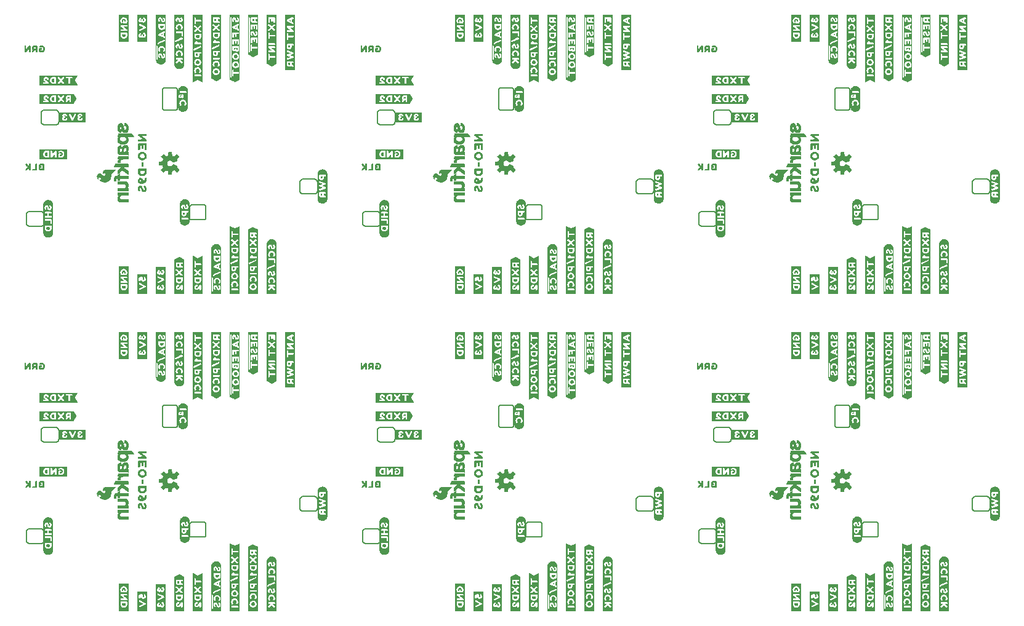
<source format=gbo>
G04 EAGLE Gerber RS-274X export*
G75*
%MOMM*%
%FSLAX34Y34*%
%LPD*%
%INSilkscreen Bottom*%
%IPPOS*%
%AMOC8*
5,1,8,0,0,1.08239X$1,22.5*%
G01*
%ADD10C,0.152400*%
%ADD11C,0.203200*%

G36*
X1159274Y751720D02*
X1159274Y751720D01*
X1159282Y751716D01*
X1165282Y754716D01*
X1165860Y755005D01*
X1172538Y751716D01*
X1172597Y751727D01*
X1172594Y751743D01*
X1172608Y751750D01*
X1172708Y752250D01*
X1172705Y752257D01*
X1172709Y752260D01*
X1172709Y844360D01*
X1172706Y844365D01*
X1172709Y844368D01*
X1172609Y844968D01*
X1172565Y845009D01*
X1172563Y845006D01*
X1172560Y845009D01*
X1159660Y845009D01*
X1159655Y845006D01*
X1159652Y845009D01*
X1159052Y844909D01*
X1159011Y844865D01*
X1159014Y844863D01*
X1159011Y844860D01*
X1159011Y752160D01*
X1159020Y752147D01*
X1159016Y752138D01*
X1159216Y751738D01*
X1159269Y751712D01*
X1159274Y751720D01*
G37*
G36*
X1159274Y314840D02*
X1159274Y314840D01*
X1159282Y314836D01*
X1165282Y317836D01*
X1165860Y318125D01*
X1172538Y314836D01*
X1172597Y314847D01*
X1172594Y314863D01*
X1172608Y314870D01*
X1172708Y315370D01*
X1172705Y315377D01*
X1172709Y315380D01*
X1172709Y407480D01*
X1172706Y407485D01*
X1172709Y407488D01*
X1172609Y408088D01*
X1172565Y408129D01*
X1172563Y408126D01*
X1172560Y408129D01*
X1159660Y408129D01*
X1159655Y408126D01*
X1159652Y408129D01*
X1159052Y408029D01*
X1159011Y407985D01*
X1159014Y407983D01*
X1159011Y407980D01*
X1159011Y315280D01*
X1159020Y315267D01*
X1159016Y315258D01*
X1159216Y314858D01*
X1159269Y314832D01*
X1159274Y314840D01*
G37*
G36*
X696994Y751720D02*
X696994Y751720D01*
X697002Y751716D01*
X703002Y754716D01*
X703580Y755005D01*
X710258Y751716D01*
X710317Y751727D01*
X710314Y751743D01*
X710328Y751750D01*
X710428Y752250D01*
X710425Y752257D01*
X710429Y752260D01*
X710429Y844360D01*
X710426Y844365D01*
X710429Y844368D01*
X710329Y844968D01*
X710285Y845009D01*
X710283Y845006D01*
X710280Y845009D01*
X697380Y845009D01*
X697375Y845006D01*
X697372Y845009D01*
X696772Y844909D01*
X696731Y844865D01*
X696734Y844863D01*
X696731Y844860D01*
X696731Y752160D01*
X696740Y752147D01*
X696736Y752138D01*
X696936Y751738D01*
X696989Y751712D01*
X696994Y751720D01*
G37*
G36*
X234714Y314840D02*
X234714Y314840D01*
X234722Y314836D01*
X240722Y317836D01*
X241300Y318125D01*
X247978Y314836D01*
X248037Y314847D01*
X248034Y314863D01*
X248048Y314870D01*
X248148Y315370D01*
X248145Y315377D01*
X248149Y315380D01*
X248149Y407480D01*
X248146Y407485D01*
X248149Y407488D01*
X248049Y408088D01*
X248005Y408129D01*
X248003Y408126D01*
X248000Y408129D01*
X235100Y408129D01*
X235095Y408126D01*
X235092Y408129D01*
X234492Y408029D01*
X234451Y407985D01*
X234454Y407983D01*
X234451Y407980D01*
X234451Y315280D01*
X234460Y315267D01*
X234456Y315258D01*
X234656Y314858D01*
X234709Y314832D01*
X234714Y314840D01*
G37*
G36*
X696994Y314840D02*
X696994Y314840D01*
X697002Y314836D01*
X703002Y317836D01*
X703580Y318125D01*
X710258Y314836D01*
X710317Y314847D01*
X710314Y314863D01*
X710328Y314870D01*
X710428Y315370D01*
X710425Y315377D01*
X710429Y315380D01*
X710429Y407480D01*
X710426Y407485D01*
X710429Y407488D01*
X710329Y408088D01*
X710285Y408129D01*
X710283Y408126D01*
X710280Y408129D01*
X697380Y408129D01*
X697375Y408126D01*
X697372Y408129D01*
X696772Y408029D01*
X696731Y407985D01*
X696734Y407983D01*
X696731Y407980D01*
X696731Y315280D01*
X696740Y315267D01*
X696736Y315258D01*
X696936Y314858D01*
X696989Y314832D01*
X696994Y314840D01*
G37*
G36*
X234714Y751720D02*
X234714Y751720D01*
X234722Y751716D01*
X240722Y754716D01*
X241300Y755005D01*
X247978Y751716D01*
X248037Y751727D01*
X248034Y751743D01*
X248048Y751750D01*
X248148Y752250D01*
X248145Y752257D01*
X248149Y752260D01*
X248149Y844360D01*
X248146Y844365D01*
X248149Y844368D01*
X248049Y844968D01*
X248005Y845009D01*
X248003Y845006D01*
X248000Y845009D01*
X235100Y845009D01*
X235095Y845006D01*
X235092Y845009D01*
X234492Y844909D01*
X234451Y844865D01*
X234454Y844863D01*
X234451Y844860D01*
X234451Y752160D01*
X234460Y752147D01*
X234456Y752138D01*
X234656Y751738D01*
X234709Y751712D01*
X234714Y751720D01*
G37*
G36*
X760691Y23679D02*
X760691Y23679D01*
X760698Y23674D01*
X761198Y23874D01*
X761213Y23898D01*
X761220Y23904D01*
X761218Y23907D01*
X761223Y23915D01*
X761229Y23920D01*
X761229Y116620D01*
X761208Y116648D01*
X761207Y116661D01*
X760907Y116861D01*
X760869Y116859D01*
X760858Y116864D01*
X754765Y113867D01*
X754188Y113771D01*
X748202Y116764D01*
X748197Y116763D01*
X748196Y116767D01*
X747596Y116967D01*
X747594Y116966D01*
X747593Y116967D01*
X747590Y116965D01*
X747539Y116948D01*
X747545Y116931D01*
X747531Y116920D01*
X747531Y24220D01*
X747539Y24209D01*
X747534Y24202D01*
X747734Y23702D01*
X747775Y23677D01*
X747780Y23671D01*
X760680Y23671D01*
X760691Y23679D01*
G37*
G36*
X298411Y23679D02*
X298411Y23679D01*
X298418Y23674D01*
X298918Y23874D01*
X298933Y23898D01*
X298940Y23904D01*
X298938Y23907D01*
X298943Y23915D01*
X298949Y23920D01*
X298949Y116620D01*
X298928Y116648D01*
X298927Y116661D01*
X298627Y116861D01*
X298589Y116859D01*
X298578Y116864D01*
X292485Y113867D01*
X291908Y113771D01*
X285922Y116764D01*
X285917Y116763D01*
X285916Y116767D01*
X285316Y116967D01*
X285314Y116966D01*
X285313Y116967D01*
X285310Y116965D01*
X285259Y116948D01*
X285265Y116931D01*
X285251Y116920D01*
X285251Y24220D01*
X285259Y24209D01*
X285254Y24202D01*
X285454Y23702D01*
X285495Y23677D01*
X285500Y23671D01*
X298400Y23671D01*
X298411Y23679D01*
G37*
G36*
X1222971Y23679D02*
X1222971Y23679D01*
X1222978Y23674D01*
X1223478Y23874D01*
X1223493Y23898D01*
X1223500Y23904D01*
X1223498Y23907D01*
X1223503Y23915D01*
X1223509Y23920D01*
X1223509Y116620D01*
X1223488Y116648D01*
X1223487Y116661D01*
X1223187Y116861D01*
X1223149Y116859D01*
X1223138Y116864D01*
X1217045Y113867D01*
X1216468Y113771D01*
X1210482Y116764D01*
X1210477Y116763D01*
X1210476Y116767D01*
X1209876Y116967D01*
X1209874Y116966D01*
X1209873Y116967D01*
X1209870Y116965D01*
X1209819Y116948D01*
X1209825Y116931D01*
X1209811Y116920D01*
X1209811Y24220D01*
X1209819Y24209D01*
X1209814Y24202D01*
X1210014Y23702D01*
X1210055Y23677D01*
X1210060Y23671D01*
X1222960Y23671D01*
X1222971Y23679D01*
G37*
G36*
X298411Y460559D02*
X298411Y460559D01*
X298418Y460554D01*
X298918Y460754D01*
X298933Y460778D01*
X298940Y460784D01*
X298938Y460787D01*
X298943Y460795D01*
X298949Y460800D01*
X298949Y553500D01*
X298928Y553528D01*
X298927Y553541D01*
X298627Y553741D01*
X298589Y553739D01*
X298578Y553744D01*
X292485Y550747D01*
X291908Y550651D01*
X285922Y553644D01*
X285917Y553643D01*
X285916Y553647D01*
X285316Y553847D01*
X285314Y553846D01*
X285313Y553847D01*
X285310Y553845D01*
X285259Y553828D01*
X285265Y553811D01*
X285251Y553800D01*
X285251Y461100D01*
X285259Y461089D01*
X285254Y461082D01*
X285454Y460582D01*
X285495Y460557D01*
X285500Y460551D01*
X298400Y460551D01*
X298411Y460559D01*
G37*
G36*
X760691Y460559D02*
X760691Y460559D01*
X760698Y460554D01*
X761198Y460754D01*
X761213Y460778D01*
X761220Y460784D01*
X761218Y460787D01*
X761223Y460795D01*
X761229Y460800D01*
X761229Y553500D01*
X761208Y553528D01*
X761207Y553541D01*
X760907Y553741D01*
X760869Y553739D01*
X760858Y553744D01*
X754765Y550747D01*
X754188Y550651D01*
X748202Y553644D01*
X748197Y553643D01*
X748196Y553647D01*
X747596Y553847D01*
X747594Y553846D01*
X747593Y553847D01*
X747590Y553845D01*
X747539Y553828D01*
X747545Y553811D01*
X747531Y553800D01*
X747531Y461100D01*
X747539Y461089D01*
X747534Y461082D01*
X747734Y460582D01*
X747775Y460557D01*
X747780Y460551D01*
X760680Y460551D01*
X760691Y460559D01*
G37*
G36*
X1222971Y460559D02*
X1222971Y460559D01*
X1222978Y460554D01*
X1223478Y460754D01*
X1223493Y460778D01*
X1223500Y460784D01*
X1223498Y460787D01*
X1223503Y460795D01*
X1223509Y460800D01*
X1223509Y553500D01*
X1223488Y553528D01*
X1223487Y553541D01*
X1223187Y553741D01*
X1223149Y553739D01*
X1223138Y553744D01*
X1217045Y550747D01*
X1216468Y550651D01*
X1210482Y553644D01*
X1210477Y553643D01*
X1210476Y553647D01*
X1209876Y553847D01*
X1209874Y553846D01*
X1209873Y553847D01*
X1209870Y553845D01*
X1209819Y553828D01*
X1209825Y553811D01*
X1209811Y553800D01*
X1209811Y461100D01*
X1209819Y461089D01*
X1209814Y461082D01*
X1210014Y460582D01*
X1210055Y460557D01*
X1210060Y460551D01*
X1222960Y460551D01*
X1222971Y460559D01*
G37*
G36*
X292210Y314942D02*
X292210Y314942D01*
X292222Y314936D01*
X298922Y318236D01*
X298931Y318254D01*
X298947Y318266D01*
X298941Y318274D01*
X298949Y318280D01*
X298949Y407680D01*
X298936Y407698D01*
X298939Y407710D01*
X298639Y408110D01*
X298608Y408119D01*
X298600Y408129D01*
X285700Y408129D01*
X285682Y408116D01*
X285670Y408119D01*
X285270Y407819D01*
X285262Y407788D01*
X285251Y407780D01*
X285251Y318680D01*
X285262Y318665D01*
X285258Y318655D01*
X285558Y318155D01*
X285576Y318147D01*
X285578Y318136D01*
X291578Y315136D01*
X291583Y315137D01*
X291584Y315133D01*
X292184Y314933D01*
X292210Y314942D01*
G37*
G36*
X1216770Y751822D02*
X1216770Y751822D01*
X1216782Y751816D01*
X1223482Y755116D01*
X1223491Y755134D01*
X1223507Y755146D01*
X1223501Y755154D01*
X1223509Y755160D01*
X1223509Y844560D01*
X1223496Y844578D01*
X1223499Y844590D01*
X1223199Y844990D01*
X1223168Y844999D01*
X1223160Y845009D01*
X1210260Y845009D01*
X1210242Y844996D01*
X1210230Y844999D01*
X1209830Y844699D01*
X1209822Y844668D01*
X1209811Y844660D01*
X1209811Y755560D01*
X1209822Y755545D01*
X1209818Y755535D01*
X1210118Y755035D01*
X1210136Y755027D01*
X1210138Y755016D01*
X1216138Y752016D01*
X1216143Y752017D01*
X1216144Y752013D01*
X1216744Y751813D01*
X1216770Y751822D01*
G37*
G36*
X754490Y751822D02*
X754490Y751822D01*
X754502Y751816D01*
X761202Y755116D01*
X761211Y755134D01*
X761227Y755146D01*
X761221Y755154D01*
X761229Y755160D01*
X761229Y844560D01*
X761216Y844578D01*
X761219Y844590D01*
X760919Y844990D01*
X760888Y844999D01*
X760880Y845009D01*
X747980Y845009D01*
X747962Y844996D01*
X747950Y844999D01*
X747550Y844699D01*
X747542Y844668D01*
X747531Y844660D01*
X747531Y755560D01*
X747542Y755545D01*
X747538Y755535D01*
X747838Y755035D01*
X747856Y755027D01*
X747858Y755016D01*
X753858Y752016D01*
X753863Y752017D01*
X753864Y752013D01*
X754464Y751813D01*
X754490Y751822D01*
G37*
G36*
X292210Y751822D02*
X292210Y751822D01*
X292222Y751816D01*
X298922Y755116D01*
X298931Y755134D01*
X298947Y755146D01*
X298941Y755154D01*
X298949Y755160D01*
X298949Y844560D01*
X298936Y844578D01*
X298939Y844590D01*
X298639Y844990D01*
X298608Y844999D01*
X298600Y845009D01*
X285700Y845009D01*
X285682Y844996D01*
X285670Y844999D01*
X285270Y844699D01*
X285262Y844668D01*
X285251Y844660D01*
X285251Y755560D01*
X285262Y755545D01*
X285258Y755535D01*
X285558Y755035D01*
X285576Y755027D01*
X285578Y755016D01*
X291578Y752016D01*
X291583Y752017D01*
X291584Y752013D01*
X292184Y751813D01*
X292210Y751822D01*
G37*
G36*
X1216770Y314942D02*
X1216770Y314942D01*
X1216782Y314936D01*
X1223482Y318236D01*
X1223491Y318254D01*
X1223507Y318266D01*
X1223501Y318274D01*
X1223509Y318280D01*
X1223509Y407680D01*
X1223496Y407698D01*
X1223499Y407710D01*
X1223199Y408110D01*
X1223168Y408119D01*
X1223160Y408129D01*
X1210260Y408129D01*
X1210242Y408116D01*
X1210230Y408119D01*
X1209830Y407819D01*
X1209822Y407788D01*
X1209811Y407780D01*
X1209811Y318680D01*
X1209822Y318665D01*
X1209818Y318655D01*
X1210118Y318155D01*
X1210136Y318147D01*
X1210138Y318136D01*
X1216138Y315136D01*
X1216143Y315137D01*
X1216144Y315133D01*
X1216744Y314933D01*
X1216770Y314942D01*
G37*
G36*
X754490Y314942D02*
X754490Y314942D01*
X754502Y314936D01*
X761202Y318236D01*
X761211Y318254D01*
X761227Y318266D01*
X761221Y318274D01*
X761229Y318280D01*
X761229Y407680D01*
X761216Y407698D01*
X761219Y407710D01*
X760919Y408110D01*
X760888Y408119D01*
X760880Y408129D01*
X747980Y408129D01*
X747962Y408116D01*
X747950Y408119D01*
X747550Y407819D01*
X747542Y407788D01*
X747531Y407780D01*
X747531Y318680D01*
X747542Y318665D01*
X747538Y318655D01*
X747838Y318155D01*
X747856Y318147D01*
X747858Y318136D01*
X753858Y315136D01*
X753863Y315137D01*
X753864Y315133D01*
X754464Y314933D01*
X754490Y314942D01*
G37*
G36*
X267013Y753421D02*
X267013Y753421D01*
X267022Y753416D01*
X273122Y756516D01*
X273127Y756526D01*
X273135Y756525D01*
X273535Y756925D01*
X273537Y756938D01*
X273544Y756943D01*
X273538Y756951D01*
X273539Y756952D01*
X273549Y756960D01*
X273549Y844960D01*
X273513Y845007D01*
X273506Y845002D01*
X273500Y845009D01*
X259900Y845009D01*
X259853Y844973D01*
X259858Y844966D01*
X259851Y844960D01*
X259851Y756960D01*
X259865Y756942D01*
X259862Y756929D01*
X260262Y756429D01*
X260276Y756425D01*
X260278Y756416D01*
X266378Y753416D01*
X266394Y753419D01*
X266400Y753411D01*
X267000Y753411D01*
X267013Y753421D01*
G37*
G36*
X1191573Y753421D02*
X1191573Y753421D01*
X1191582Y753416D01*
X1197682Y756516D01*
X1197687Y756526D01*
X1197695Y756525D01*
X1198095Y756925D01*
X1198097Y756938D01*
X1198104Y756943D01*
X1198098Y756951D01*
X1198099Y756952D01*
X1198109Y756960D01*
X1198109Y844960D01*
X1198073Y845007D01*
X1198066Y845002D01*
X1198060Y845009D01*
X1184460Y845009D01*
X1184413Y844973D01*
X1184418Y844966D01*
X1184411Y844960D01*
X1184411Y756960D01*
X1184425Y756942D01*
X1184422Y756929D01*
X1184822Y756429D01*
X1184836Y756425D01*
X1184838Y756416D01*
X1190938Y753416D01*
X1190954Y753419D01*
X1190960Y753411D01*
X1191560Y753411D01*
X1191573Y753421D01*
G37*
G36*
X729293Y753421D02*
X729293Y753421D01*
X729302Y753416D01*
X735402Y756516D01*
X735407Y756526D01*
X735415Y756525D01*
X735815Y756925D01*
X735817Y756938D01*
X735824Y756943D01*
X735818Y756951D01*
X735819Y756952D01*
X735829Y756960D01*
X735829Y844960D01*
X735793Y845007D01*
X735786Y845002D01*
X735780Y845009D01*
X722180Y845009D01*
X722133Y844973D01*
X722138Y844966D01*
X722131Y844960D01*
X722131Y756960D01*
X722145Y756942D01*
X722142Y756929D01*
X722542Y756429D01*
X722556Y756425D01*
X722558Y756416D01*
X728658Y753416D01*
X728674Y753419D01*
X728680Y753411D01*
X729280Y753411D01*
X729293Y753421D01*
G37*
G36*
X1191573Y316541D02*
X1191573Y316541D01*
X1191582Y316536D01*
X1197682Y319636D01*
X1197687Y319646D01*
X1197695Y319645D01*
X1198095Y320045D01*
X1198097Y320058D01*
X1198104Y320063D01*
X1198098Y320071D01*
X1198099Y320072D01*
X1198109Y320080D01*
X1198109Y408080D01*
X1198073Y408127D01*
X1198066Y408122D01*
X1198060Y408129D01*
X1184460Y408129D01*
X1184413Y408093D01*
X1184418Y408086D01*
X1184411Y408080D01*
X1184411Y320080D01*
X1184425Y320062D01*
X1184422Y320049D01*
X1184822Y319549D01*
X1184836Y319545D01*
X1184838Y319536D01*
X1190938Y316536D01*
X1190954Y316539D01*
X1190960Y316531D01*
X1191560Y316531D01*
X1191573Y316541D01*
G37*
G36*
X267013Y316541D02*
X267013Y316541D01*
X267022Y316536D01*
X273122Y319636D01*
X273127Y319646D01*
X273135Y319645D01*
X273535Y320045D01*
X273537Y320058D01*
X273544Y320063D01*
X273538Y320071D01*
X273539Y320072D01*
X273549Y320080D01*
X273549Y408080D01*
X273513Y408127D01*
X273506Y408122D01*
X273500Y408129D01*
X259900Y408129D01*
X259853Y408093D01*
X259858Y408086D01*
X259851Y408080D01*
X259851Y320080D01*
X259865Y320062D01*
X259862Y320049D01*
X260262Y319549D01*
X260276Y319545D01*
X260278Y319536D01*
X266378Y316536D01*
X266394Y316539D01*
X266400Y316531D01*
X267000Y316531D01*
X267013Y316541D01*
G37*
G36*
X729293Y316541D02*
X729293Y316541D01*
X729302Y316536D01*
X735402Y319636D01*
X735407Y319646D01*
X735415Y319645D01*
X735815Y320045D01*
X735817Y320058D01*
X735824Y320063D01*
X735818Y320071D01*
X735819Y320072D01*
X735829Y320080D01*
X735829Y408080D01*
X735793Y408127D01*
X735786Y408122D01*
X735780Y408129D01*
X722180Y408129D01*
X722133Y408093D01*
X722138Y408086D01*
X722131Y408080D01*
X722131Y320080D01*
X722145Y320062D01*
X722142Y320049D01*
X722542Y319549D01*
X722556Y319545D01*
X722558Y319536D01*
X728658Y316536D01*
X728674Y316539D01*
X728680Y316531D01*
X729280Y316531D01*
X729293Y316541D01*
G37*
G36*
X1248693Y460576D02*
X1248693Y460576D01*
X1248704Y460578D01*
X1248904Y460978D01*
X1248904Y460980D01*
X1248904Y460981D01*
X1248903Y460982D01*
X1248901Y460994D01*
X1248909Y461000D01*
X1248909Y548400D01*
X1248902Y548409D01*
X1248907Y548416D01*
X1248707Y549016D01*
X1248684Y549031D01*
X1248682Y549044D01*
X1242582Y552044D01*
X1242577Y552043D01*
X1242576Y552047D01*
X1241976Y552247D01*
X1241950Y552238D01*
X1241938Y552244D01*
X1235238Y548844D01*
X1235226Y548820D01*
X1235220Y548807D01*
X1235211Y548800D01*
X1235211Y545500D01*
X1235238Y545464D01*
X1235241Y545455D01*
X1235268Y545443D01*
X1235220Y545429D01*
X1235226Y545411D01*
X1235211Y545400D01*
X1235211Y460800D01*
X1235240Y460762D01*
X1235242Y460754D01*
X1235742Y460554D01*
X1235755Y460558D01*
X1235760Y460551D01*
X1248660Y460551D01*
X1248693Y460576D01*
G37*
G36*
X786413Y460576D02*
X786413Y460576D01*
X786424Y460578D01*
X786624Y460978D01*
X786624Y460980D01*
X786624Y460981D01*
X786623Y460982D01*
X786621Y460994D01*
X786629Y461000D01*
X786629Y548400D01*
X786622Y548409D01*
X786627Y548416D01*
X786427Y549016D01*
X786404Y549031D01*
X786402Y549044D01*
X780302Y552044D01*
X780297Y552043D01*
X780296Y552047D01*
X779696Y552247D01*
X779670Y552238D01*
X779658Y552244D01*
X772958Y548844D01*
X772946Y548820D01*
X772940Y548807D01*
X772931Y548800D01*
X772931Y545500D01*
X772958Y545464D01*
X772961Y545455D01*
X772988Y545443D01*
X772940Y545429D01*
X772946Y545411D01*
X772931Y545400D01*
X772931Y460800D01*
X772960Y460762D01*
X772962Y460754D01*
X773462Y460554D01*
X773475Y460558D01*
X773480Y460551D01*
X786380Y460551D01*
X786413Y460576D01*
G37*
G36*
X1248693Y23696D02*
X1248693Y23696D01*
X1248704Y23698D01*
X1248904Y24098D01*
X1248904Y24100D01*
X1248904Y24101D01*
X1248903Y24102D01*
X1248901Y24114D01*
X1248909Y24120D01*
X1248909Y111520D01*
X1248902Y111529D01*
X1248907Y111536D01*
X1248707Y112136D01*
X1248684Y112151D01*
X1248682Y112164D01*
X1242582Y115164D01*
X1242577Y115163D01*
X1242576Y115167D01*
X1241976Y115367D01*
X1241950Y115358D01*
X1241938Y115364D01*
X1235238Y111964D01*
X1235226Y111940D01*
X1235220Y111927D01*
X1235211Y111920D01*
X1235211Y108620D01*
X1235238Y108584D01*
X1235241Y108575D01*
X1235268Y108563D01*
X1235220Y108549D01*
X1235226Y108531D01*
X1235211Y108520D01*
X1235211Y23920D01*
X1235240Y23882D01*
X1235242Y23874D01*
X1235742Y23674D01*
X1235755Y23678D01*
X1235760Y23671D01*
X1248660Y23671D01*
X1248693Y23696D01*
G37*
G36*
X324133Y460576D02*
X324133Y460576D01*
X324144Y460578D01*
X324344Y460978D01*
X324344Y460980D01*
X324344Y460981D01*
X324343Y460982D01*
X324341Y460994D01*
X324349Y461000D01*
X324349Y548400D01*
X324342Y548409D01*
X324347Y548416D01*
X324147Y549016D01*
X324124Y549031D01*
X324122Y549044D01*
X318022Y552044D01*
X318017Y552043D01*
X318016Y552047D01*
X317416Y552247D01*
X317390Y552238D01*
X317378Y552244D01*
X310678Y548844D01*
X310666Y548820D01*
X310660Y548807D01*
X310651Y548800D01*
X310651Y545500D01*
X310678Y545464D01*
X310681Y545455D01*
X310708Y545443D01*
X310660Y545429D01*
X310666Y545411D01*
X310651Y545400D01*
X310651Y460800D01*
X310680Y460762D01*
X310682Y460754D01*
X311182Y460554D01*
X311195Y460558D01*
X311200Y460551D01*
X324100Y460551D01*
X324133Y460576D01*
G37*
G36*
X324133Y23696D02*
X324133Y23696D01*
X324144Y23698D01*
X324344Y24098D01*
X324344Y24100D01*
X324344Y24101D01*
X324343Y24102D01*
X324341Y24114D01*
X324349Y24120D01*
X324349Y111520D01*
X324342Y111529D01*
X324347Y111536D01*
X324147Y112136D01*
X324124Y112151D01*
X324122Y112164D01*
X318022Y115164D01*
X318017Y115163D01*
X318016Y115167D01*
X317416Y115367D01*
X317390Y115358D01*
X317378Y115364D01*
X310678Y111964D01*
X310666Y111940D01*
X310660Y111927D01*
X310651Y111920D01*
X310651Y108620D01*
X310678Y108584D01*
X310681Y108575D01*
X310708Y108563D01*
X310660Y108549D01*
X310666Y108531D01*
X310651Y108520D01*
X310651Y23920D01*
X310680Y23882D01*
X310682Y23874D01*
X311182Y23674D01*
X311195Y23678D01*
X311200Y23671D01*
X324100Y23671D01*
X324133Y23696D01*
G37*
G36*
X786413Y23696D02*
X786413Y23696D01*
X786424Y23698D01*
X786624Y24098D01*
X786624Y24100D01*
X786624Y24101D01*
X786623Y24102D01*
X786621Y24114D01*
X786629Y24120D01*
X786629Y111520D01*
X786622Y111529D01*
X786627Y111536D01*
X786427Y112136D01*
X786404Y112151D01*
X786402Y112164D01*
X780302Y115164D01*
X780297Y115163D01*
X780296Y115167D01*
X779696Y115367D01*
X779670Y115358D01*
X779658Y115364D01*
X772958Y111964D01*
X772946Y111940D01*
X772940Y111927D01*
X772931Y111920D01*
X772931Y108620D01*
X772958Y108584D01*
X772961Y108575D01*
X772988Y108563D01*
X772940Y108549D01*
X772946Y108531D01*
X772931Y108520D01*
X772931Y23920D01*
X772960Y23882D01*
X772962Y23874D01*
X773462Y23674D01*
X773475Y23678D01*
X773480Y23671D01*
X786380Y23671D01*
X786413Y23696D01*
G37*
G36*
X1299498Y768240D02*
X1299498Y768240D01*
X1299506Y768242D01*
X1299706Y768742D01*
X1299702Y768755D01*
X1299709Y768760D01*
X1299709Y844660D01*
X1299690Y844686D01*
X1299690Y844699D01*
X1299290Y844999D01*
X1299268Y844999D01*
X1299260Y845009D01*
X1286360Y845009D01*
X1286334Y844990D01*
X1286321Y844990D01*
X1286021Y844590D01*
X1286021Y844568D01*
X1286013Y844562D01*
X1286013Y844561D01*
X1286011Y844560D01*
X1286011Y768360D01*
X1286047Y768313D01*
X1286049Y768314D01*
X1286050Y768312D01*
X1286550Y768212D01*
X1286557Y768215D01*
X1286560Y768211D01*
X1299460Y768211D01*
X1299498Y768240D01*
G37*
G36*
X374938Y768240D02*
X374938Y768240D01*
X374946Y768242D01*
X375146Y768742D01*
X375142Y768755D01*
X375149Y768760D01*
X375149Y844660D01*
X375130Y844686D01*
X375130Y844699D01*
X374730Y844999D01*
X374708Y844999D01*
X374700Y845009D01*
X361800Y845009D01*
X361774Y844990D01*
X361761Y844990D01*
X361461Y844590D01*
X361461Y844568D01*
X361453Y844562D01*
X361453Y844561D01*
X361451Y844560D01*
X361451Y768360D01*
X361487Y768313D01*
X361489Y768314D01*
X361490Y768312D01*
X361990Y768212D01*
X361997Y768215D01*
X362000Y768211D01*
X374900Y768211D01*
X374938Y768240D01*
G37*
G36*
X837218Y768240D02*
X837218Y768240D01*
X837226Y768242D01*
X837426Y768742D01*
X837422Y768755D01*
X837429Y768760D01*
X837429Y844660D01*
X837410Y844686D01*
X837410Y844699D01*
X837010Y844999D01*
X836988Y844999D01*
X836980Y845009D01*
X824080Y845009D01*
X824054Y844990D01*
X824041Y844990D01*
X823741Y844590D01*
X823741Y844568D01*
X823733Y844562D01*
X823733Y844561D01*
X823731Y844560D01*
X823731Y768360D01*
X823767Y768313D01*
X823769Y768314D01*
X823770Y768312D01*
X824270Y768212D01*
X824277Y768215D01*
X824280Y768211D01*
X837180Y768211D01*
X837218Y768240D01*
G37*
G36*
X374938Y331360D02*
X374938Y331360D01*
X374946Y331362D01*
X375146Y331862D01*
X375142Y331875D01*
X375149Y331880D01*
X375149Y407780D01*
X375130Y407806D01*
X375130Y407819D01*
X374730Y408119D01*
X374708Y408119D01*
X374700Y408129D01*
X361800Y408129D01*
X361774Y408110D01*
X361761Y408110D01*
X361461Y407710D01*
X361461Y407688D01*
X361453Y407682D01*
X361453Y407681D01*
X361451Y407680D01*
X361451Y331480D01*
X361487Y331433D01*
X361489Y331434D01*
X361490Y331432D01*
X361990Y331332D01*
X361997Y331335D01*
X362000Y331331D01*
X374900Y331331D01*
X374938Y331360D01*
G37*
G36*
X837218Y331360D02*
X837218Y331360D01*
X837226Y331362D01*
X837426Y331862D01*
X837422Y331875D01*
X837429Y331880D01*
X837429Y407780D01*
X837410Y407806D01*
X837410Y407819D01*
X837010Y408119D01*
X836988Y408119D01*
X836980Y408129D01*
X824080Y408129D01*
X824054Y408110D01*
X824041Y408110D01*
X823741Y407710D01*
X823741Y407688D01*
X823733Y407682D01*
X823733Y407681D01*
X823731Y407680D01*
X823731Y331480D01*
X823767Y331433D01*
X823769Y331434D01*
X823770Y331432D01*
X824270Y331332D01*
X824277Y331335D01*
X824280Y331331D01*
X837180Y331331D01*
X837218Y331360D01*
G37*
G36*
X1299498Y331360D02*
X1299498Y331360D01*
X1299506Y331362D01*
X1299706Y331862D01*
X1299702Y331875D01*
X1299709Y331880D01*
X1299709Y407780D01*
X1299690Y407806D01*
X1299690Y407819D01*
X1299290Y408119D01*
X1299268Y408119D01*
X1299260Y408129D01*
X1286360Y408129D01*
X1286334Y408110D01*
X1286321Y408110D01*
X1286021Y407710D01*
X1286021Y407688D01*
X1286013Y407682D01*
X1286013Y407681D01*
X1286011Y407680D01*
X1286011Y331480D01*
X1286047Y331433D01*
X1286049Y331434D01*
X1286050Y331432D01*
X1286550Y331332D01*
X1286557Y331335D01*
X1286560Y331331D01*
X1299460Y331331D01*
X1299498Y331360D01*
G37*
G36*
X811385Y23674D02*
X811385Y23674D01*
X811388Y23671D01*
X811988Y23771D01*
X812029Y23815D01*
X812026Y23818D01*
X812029Y23820D01*
X812029Y92220D01*
X812026Y92224D01*
X812029Y92227D01*
X811829Y93627D01*
X811824Y93632D01*
X811827Y93636D01*
X811627Y94235D01*
X811427Y94934D01*
X811419Y94940D01*
X811421Y94947D01*
X811022Y95546D01*
X810722Y96045D01*
X810717Y96047D01*
X810718Y96052D01*
X810218Y96652D01*
X810214Y96652D01*
X810215Y96655D01*
X809815Y97055D01*
X809811Y97055D01*
X809812Y97058D01*
X809212Y97558D01*
X809206Y97558D01*
X809205Y97562D01*
X808706Y97862D01*
X808107Y98261D01*
X808096Y98260D01*
X808094Y98267D01*
X807395Y98467D01*
X806796Y98667D01*
X806789Y98665D01*
X806787Y98669D01*
X806088Y98769D01*
X805488Y98869D01*
X805483Y98866D01*
X805480Y98869D01*
X804780Y98869D01*
X804776Y98866D01*
X804773Y98869D01*
X803373Y98669D01*
X803368Y98664D01*
X803364Y98667D01*
X802764Y98467D01*
X802761Y98462D01*
X802758Y98464D01*
X801558Y97864D01*
X801556Y97860D01*
X801553Y97861D01*
X800953Y97461D01*
X800950Y97454D01*
X800945Y97455D01*
X800445Y96955D01*
X800445Y96951D01*
X800442Y96951D01*
X800043Y96453D01*
X799545Y95955D01*
X799544Y95943D01*
X799536Y95942D01*
X798636Y94142D01*
X798638Y94131D01*
X798631Y94127D01*
X798531Y93428D01*
X798431Y92828D01*
X798432Y92827D01*
X798431Y92827D01*
X798331Y92127D01*
X798334Y92122D01*
X798331Y92120D01*
X798331Y24320D01*
X798334Y24315D01*
X798331Y24312D01*
X798431Y23712D01*
X798475Y23671D01*
X798478Y23674D01*
X798480Y23671D01*
X811380Y23671D01*
X811385Y23674D01*
G37*
G36*
X1273665Y23674D02*
X1273665Y23674D01*
X1273668Y23671D01*
X1274268Y23771D01*
X1274309Y23815D01*
X1274306Y23818D01*
X1274309Y23820D01*
X1274309Y92220D01*
X1274306Y92224D01*
X1274309Y92227D01*
X1274109Y93627D01*
X1274104Y93632D01*
X1274107Y93636D01*
X1273907Y94235D01*
X1273707Y94934D01*
X1273699Y94940D01*
X1273701Y94947D01*
X1273302Y95546D01*
X1273002Y96045D01*
X1272997Y96047D01*
X1272998Y96052D01*
X1272498Y96652D01*
X1272494Y96652D01*
X1272495Y96655D01*
X1272095Y97055D01*
X1272091Y97055D01*
X1272092Y97058D01*
X1271492Y97558D01*
X1271486Y97558D01*
X1271485Y97562D01*
X1270986Y97862D01*
X1270387Y98261D01*
X1270376Y98260D01*
X1270374Y98267D01*
X1269675Y98467D01*
X1269076Y98667D01*
X1269069Y98665D01*
X1269067Y98669D01*
X1268368Y98769D01*
X1267768Y98869D01*
X1267763Y98866D01*
X1267760Y98869D01*
X1267060Y98869D01*
X1267056Y98866D01*
X1267053Y98869D01*
X1265653Y98669D01*
X1265648Y98664D01*
X1265644Y98667D01*
X1265044Y98467D01*
X1265041Y98462D01*
X1265038Y98464D01*
X1263838Y97864D01*
X1263836Y97860D01*
X1263833Y97861D01*
X1263233Y97461D01*
X1263230Y97454D01*
X1263225Y97455D01*
X1262725Y96955D01*
X1262725Y96951D01*
X1262722Y96951D01*
X1262323Y96453D01*
X1261825Y95955D01*
X1261824Y95943D01*
X1261816Y95942D01*
X1260916Y94142D01*
X1260918Y94131D01*
X1260911Y94127D01*
X1260811Y93428D01*
X1260711Y92828D01*
X1260712Y92827D01*
X1260711Y92827D01*
X1260611Y92127D01*
X1260614Y92122D01*
X1260611Y92120D01*
X1260611Y24320D01*
X1260614Y24315D01*
X1260611Y24312D01*
X1260711Y23712D01*
X1260755Y23671D01*
X1260758Y23674D01*
X1260760Y23671D01*
X1273660Y23671D01*
X1273665Y23674D01*
G37*
G36*
X811385Y460554D02*
X811385Y460554D01*
X811388Y460551D01*
X811988Y460651D01*
X812029Y460695D01*
X812026Y460698D01*
X812029Y460700D01*
X812029Y529100D01*
X812026Y529104D01*
X812029Y529107D01*
X811829Y530507D01*
X811824Y530512D01*
X811827Y530516D01*
X811627Y531115D01*
X811427Y531814D01*
X811419Y531820D01*
X811421Y531827D01*
X811022Y532426D01*
X810722Y532925D01*
X810717Y532927D01*
X810718Y532932D01*
X810218Y533532D01*
X810214Y533532D01*
X810215Y533535D01*
X809815Y533935D01*
X809811Y533935D01*
X809812Y533938D01*
X809212Y534438D01*
X809206Y534438D01*
X809205Y534442D01*
X808706Y534742D01*
X808107Y535141D01*
X808096Y535140D01*
X808094Y535147D01*
X807395Y535347D01*
X806796Y535547D01*
X806789Y535545D01*
X806787Y535549D01*
X806088Y535649D01*
X805488Y535749D01*
X805483Y535746D01*
X805480Y535749D01*
X804780Y535749D01*
X804776Y535746D01*
X804773Y535749D01*
X803373Y535549D01*
X803368Y535544D01*
X803364Y535547D01*
X802764Y535347D01*
X802761Y535342D01*
X802758Y535344D01*
X801558Y534744D01*
X801556Y534740D01*
X801553Y534741D01*
X800953Y534341D01*
X800950Y534334D01*
X800945Y534335D01*
X800445Y533835D01*
X800445Y533831D01*
X800442Y533831D01*
X800043Y533333D01*
X799545Y532835D01*
X799544Y532823D01*
X799536Y532822D01*
X798636Y531022D01*
X798638Y531011D01*
X798631Y531007D01*
X798531Y530308D01*
X798431Y529708D01*
X798432Y529707D01*
X798431Y529707D01*
X798331Y529007D01*
X798334Y529002D01*
X798331Y529000D01*
X798331Y461200D01*
X798334Y461195D01*
X798331Y461192D01*
X798431Y460592D01*
X798475Y460551D01*
X798478Y460554D01*
X798480Y460551D01*
X811380Y460551D01*
X811385Y460554D01*
G37*
G36*
X349105Y23674D02*
X349105Y23674D01*
X349108Y23671D01*
X349708Y23771D01*
X349749Y23815D01*
X349746Y23818D01*
X349749Y23820D01*
X349749Y92220D01*
X349746Y92224D01*
X349749Y92227D01*
X349549Y93627D01*
X349544Y93632D01*
X349547Y93636D01*
X349347Y94235D01*
X349147Y94934D01*
X349139Y94940D01*
X349141Y94947D01*
X348742Y95546D01*
X348442Y96045D01*
X348437Y96047D01*
X348438Y96052D01*
X347938Y96652D01*
X347934Y96652D01*
X347935Y96655D01*
X347535Y97055D01*
X347531Y97055D01*
X347532Y97058D01*
X346932Y97558D01*
X346926Y97558D01*
X346925Y97562D01*
X346426Y97862D01*
X345827Y98261D01*
X345816Y98260D01*
X345814Y98267D01*
X345115Y98467D01*
X344516Y98667D01*
X344509Y98665D01*
X344507Y98669D01*
X343808Y98769D01*
X343208Y98869D01*
X343203Y98866D01*
X343200Y98869D01*
X342500Y98869D01*
X342496Y98866D01*
X342493Y98869D01*
X341093Y98669D01*
X341088Y98664D01*
X341084Y98667D01*
X340484Y98467D01*
X340481Y98462D01*
X340478Y98464D01*
X339278Y97864D01*
X339276Y97860D01*
X339273Y97861D01*
X338673Y97461D01*
X338670Y97454D01*
X338665Y97455D01*
X338165Y96955D01*
X338165Y96951D01*
X338162Y96951D01*
X337763Y96453D01*
X337265Y95955D01*
X337264Y95943D01*
X337256Y95942D01*
X336356Y94142D01*
X336358Y94131D01*
X336351Y94127D01*
X336251Y93428D01*
X336151Y92828D01*
X336152Y92827D01*
X336151Y92827D01*
X336051Y92127D01*
X336054Y92122D01*
X336051Y92120D01*
X336051Y24320D01*
X336054Y24315D01*
X336051Y24312D01*
X336151Y23712D01*
X336195Y23671D01*
X336198Y23674D01*
X336200Y23671D01*
X349100Y23671D01*
X349105Y23674D01*
G37*
G36*
X1273665Y460554D02*
X1273665Y460554D01*
X1273668Y460551D01*
X1274268Y460651D01*
X1274309Y460695D01*
X1274306Y460698D01*
X1274309Y460700D01*
X1274309Y529100D01*
X1274306Y529104D01*
X1274309Y529107D01*
X1274109Y530507D01*
X1274104Y530512D01*
X1274107Y530516D01*
X1273907Y531115D01*
X1273707Y531814D01*
X1273699Y531820D01*
X1273701Y531827D01*
X1273302Y532426D01*
X1273002Y532925D01*
X1272997Y532927D01*
X1272998Y532932D01*
X1272498Y533532D01*
X1272494Y533532D01*
X1272495Y533535D01*
X1272095Y533935D01*
X1272091Y533935D01*
X1272092Y533938D01*
X1271492Y534438D01*
X1271486Y534438D01*
X1271485Y534442D01*
X1270986Y534742D01*
X1270387Y535141D01*
X1270376Y535140D01*
X1270374Y535147D01*
X1269675Y535347D01*
X1269076Y535547D01*
X1269069Y535545D01*
X1269067Y535549D01*
X1268368Y535649D01*
X1267768Y535749D01*
X1267763Y535746D01*
X1267760Y535749D01*
X1267060Y535749D01*
X1267056Y535746D01*
X1267053Y535749D01*
X1265653Y535549D01*
X1265648Y535544D01*
X1265644Y535547D01*
X1265044Y535347D01*
X1265041Y535342D01*
X1265038Y535344D01*
X1263838Y534744D01*
X1263836Y534740D01*
X1263833Y534741D01*
X1263233Y534341D01*
X1263230Y534334D01*
X1263225Y534335D01*
X1262725Y533835D01*
X1262725Y533831D01*
X1262722Y533831D01*
X1262323Y533333D01*
X1261825Y532835D01*
X1261824Y532823D01*
X1261816Y532822D01*
X1260916Y531022D01*
X1260918Y531011D01*
X1260911Y531007D01*
X1260811Y530308D01*
X1260711Y529708D01*
X1260712Y529707D01*
X1260711Y529707D01*
X1260611Y529007D01*
X1260614Y529002D01*
X1260611Y529000D01*
X1260611Y461200D01*
X1260614Y461195D01*
X1260611Y461192D01*
X1260711Y460592D01*
X1260755Y460551D01*
X1260758Y460554D01*
X1260760Y460551D01*
X1273660Y460551D01*
X1273665Y460554D01*
G37*
G36*
X349105Y460554D02*
X349105Y460554D01*
X349108Y460551D01*
X349708Y460651D01*
X349749Y460695D01*
X349746Y460698D01*
X349749Y460700D01*
X349749Y529100D01*
X349746Y529104D01*
X349749Y529107D01*
X349549Y530507D01*
X349544Y530512D01*
X349547Y530516D01*
X349347Y531115D01*
X349147Y531814D01*
X349139Y531820D01*
X349141Y531827D01*
X348742Y532426D01*
X348442Y532925D01*
X348437Y532927D01*
X348438Y532932D01*
X347938Y533532D01*
X347934Y533532D01*
X347935Y533535D01*
X347535Y533935D01*
X347531Y533935D01*
X347532Y533938D01*
X346932Y534438D01*
X346926Y534438D01*
X346925Y534442D01*
X346426Y534742D01*
X345827Y535141D01*
X345816Y535140D01*
X345814Y535147D01*
X345115Y535347D01*
X344516Y535547D01*
X344509Y535545D01*
X344507Y535549D01*
X343808Y535649D01*
X343208Y535749D01*
X343203Y535746D01*
X343200Y535749D01*
X342500Y535749D01*
X342496Y535746D01*
X342493Y535749D01*
X341093Y535549D01*
X341088Y535544D01*
X341084Y535547D01*
X340484Y535347D01*
X340481Y535342D01*
X340478Y535344D01*
X339278Y534744D01*
X339276Y534740D01*
X339273Y534741D01*
X338673Y534341D01*
X338670Y534334D01*
X338665Y534335D01*
X338165Y533835D01*
X338165Y533831D01*
X338162Y533831D01*
X337763Y533333D01*
X337265Y532835D01*
X337264Y532823D01*
X337256Y532822D01*
X336356Y531022D01*
X336358Y531011D01*
X336351Y531007D01*
X336251Y530308D01*
X336151Y529708D01*
X336152Y529707D01*
X336151Y529707D01*
X336051Y529007D01*
X336054Y529002D01*
X336051Y529000D01*
X336051Y461200D01*
X336054Y461195D01*
X336051Y461192D01*
X336151Y460592D01*
X336195Y460551D01*
X336198Y460554D01*
X336200Y460551D01*
X349100Y460551D01*
X349105Y460554D01*
G37*
G36*
X216204Y769814D02*
X216204Y769814D01*
X216207Y769811D01*
X216907Y769911D01*
X216908Y769912D01*
X216908Y769911D01*
X217508Y770011D01*
X217511Y770015D01*
X217514Y770013D01*
X218214Y770213D01*
X218218Y770218D01*
X218222Y770216D01*
X219422Y770816D01*
X219424Y770820D01*
X219427Y770819D01*
X220027Y771219D01*
X220028Y771222D01*
X220031Y771222D01*
X220531Y771622D01*
X220532Y771626D01*
X220535Y771625D01*
X221035Y772125D01*
X221035Y772129D01*
X221038Y772129D01*
X221438Y772629D01*
X221439Y772633D01*
X221441Y772633D01*
X221841Y773233D01*
X221841Y773237D01*
X221844Y773238D01*
X222144Y773838D01*
X222143Y773843D01*
X222147Y773844D01*
X222347Y774444D01*
X222346Y774446D01*
X222347Y774446D01*
X222384Y774575D01*
X222426Y774722D01*
X222440Y774772D01*
X222482Y774919D01*
X222483Y774919D01*
X222482Y774919D01*
X222525Y775067D01*
X222539Y775116D01*
X222547Y775146D01*
X222546Y775150D01*
X222549Y775152D01*
X222649Y775752D01*
X222648Y775753D01*
X222649Y775753D01*
X222749Y776453D01*
X222746Y776458D01*
X222749Y776460D01*
X222749Y844860D01*
X222713Y844907D01*
X222710Y844905D01*
X222708Y844909D01*
X222108Y845009D01*
X222103Y845006D01*
X222100Y845009D01*
X209200Y845009D01*
X209153Y844973D01*
X209155Y844970D01*
X209151Y844968D01*
X209051Y844368D01*
X209054Y844363D01*
X209051Y844360D01*
X209051Y776560D01*
X209054Y776556D01*
X209051Y776553D01*
X209251Y775153D01*
X209256Y775148D01*
X209253Y775144D01*
X209453Y774545D01*
X209653Y773846D01*
X209658Y773842D01*
X209656Y773838D01*
X209956Y773238D01*
X209963Y773235D01*
X209962Y773229D01*
X210360Y772731D01*
X210759Y772133D01*
X210766Y772130D01*
X210765Y772125D01*
X211265Y771625D01*
X211269Y771625D01*
X211269Y771622D01*
X212269Y770822D01*
X212277Y770821D01*
X212278Y770816D01*
X213478Y770216D01*
X213485Y770217D01*
X213486Y770213D01*
X214186Y770013D01*
X214191Y770015D01*
X214193Y770011D01*
X214892Y769911D01*
X215492Y769811D01*
X215497Y769814D01*
X215500Y769811D01*
X216200Y769811D01*
X216204Y769814D01*
G37*
G36*
X678484Y769814D02*
X678484Y769814D01*
X678487Y769811D01*
X679187Y769911D01*
X679188Y769912D01*
X679188Y769911D01*
X679788Y770011D01*
X679791Y770015D01*
X679794Y770013D01*
X680494Y770213D01*
X680498Y770218D01*
X680502Y770216D01*
X681702Y770816D01*
X681704Y770820D01*
X681707Y770819D01*
X682307Y771219D01*
X682308Y771222D01*
X682311Y771222D01*
X682811Y771622D01*
X682812Y771626D01*
X682815Y771625D01*
X683315Y772125D01*
X683315Y772129D01*
X683318Y772129D01*
X683718Y772629D01*
X683719Y772633D01*
X683721Y772633D01*
X684121Y773233D01*
X684121Y773237D01*
X684124Y773238D01*
X684424Y773838D01*
X684423Y773843D01*
X684427Y773844D01*
X684627Y774444D01*
X684626Y774446D01*
X684627Y774446D01*
X684664Y774575D01*
X684706Y774722D01*
X684720Y774772D01*
X684762Y774919D01*
X684763Y774919D01*
X684762Y774919D01*
X684805Y775067D01*
X684819Y775116D01*
X684827Y775146D01*
X684826Y775150D01*
X684829Y775152D01*
X684929Y775752D01*
X684928Y775753D01*
X684929Y775753D01*
X685029Y776453D01*
X685026Y776458D01*
X685029Y776460D01*
X685029Y844860D01*
X684993Y844907D01*
X684990Y844905D01*
X684988Y844909D01*
X684388Y845009D01*
X684383Y845006D01*
X684380Y845009D01*
X671480Y845009D01*
X671433Y844973D01*
X671435Y844970D01*
X671431Y844968D01*
X671331Y844368D01*
X671334Y844363D01*
X671331Y844360D01*
X671331Y776560D01*
X671334Y776556D01*
X671331Y776553D01*
X671531Y775153D01*
X671536Y775148D01*
X671533Y775144D01*
X671733Y774545D01*
X671933Y773846D01*
X671938Y773842D01*
X671936Y773838D01*
X672236Y773238D01*
X672243Y773235D01*
X672242Y773229D01*
X672640Y772731D01*
X673039Y772133D01*
X673046Y772130D01*
X673045Y772125D01*
X673545Y771625D01*
X673549Y771625D01*
X673549Y771622D01*
X674549Y770822D01*
X674557Y770821D01*
X674558Y770816D01*
X675758Y770216D01*
X675765Y770217D01*
X675766Y770213D01*
X676466Y770013D01*
X676471Y770015D01*
X676473Y770011D01*
X677172Y769911D01*
X677772Y769811D01*
X677777Y769814D01*
X677780Y769811D01*
X678480Y769811D01*
X678484Y769814D01*
G37*
G36*
X1140764Y769814D02*
X1140764Y769814D01*
X1140767Y769811D01*
X1141467Y769911D01*
X1141468Y769912D01*
X1141468Y769911D01*
X1142068Y770011D01*
X1142071Y770015D01*
X1142074Y770013D01*
X1142774Y770213D01*
X1142778Y770218D01*
X1142782Y770216D01*
X1143982Y770816D01*
X1143984Y770820D01*
X1143987Y770819D01*
X1144587Y771219D01*
X1144588Y771222D01*
X1144591Y771222D01*
X1145091Y771622D01*
X1145092Y771626D01*
X1145095Y771625D01*
X1145595Y772125D01*
X1145595Y772129D01*
X1145598Y772129D01*
X1145998Y772629D01*
X1145999Y772633D01*
X1146001Y772633D01*
X1146401Y773233D01*
X1146401Y773237D01*
X1146404Y773238D01*
X1146704Y773838D01*
X1146703Y773843D01*
X1146707Y773844D01*
X1146907Y774444D01*
X1146906Y774446D01*
X1146907Y774446D01*
X1146944Y774575D01*
X1146986Y774722D01*
X1147000Y774772D01*
X1147042Y774919D01*
X1147043Y774919D01*
X1147042Y774919D01*
X1147085Y775067D01*
X1147099Y775116D01*
X1147107Y775146D01*
X1147106Y775150D01*
X1147109Y775152D01*
X1147209Y775752D01*
X1147208Y775753D01*
X1147209Y775753D01*
X1147309Y776453D01*
X1147306Y776458D01*
X1147309Y776460D01*
X1147309Y844860D01*
X1147273Y844907D01*
X1147270Y844905D01*
X1147268Y844909D01*
X1146668Y845009D01*
X1146663Y845006D01*
X1146660Y845009D01*
X1133760Y845009D01*
X1133713Y844973D01*
X1133715Y844970D01*
X1133711Y844968D01*
X1133611Y844368D01*
X1133614Y844363D01*
X1133611Y844360D01*
X1133611Y776560D01*
X1133614Y776556D01*
X1133611Y776553D01*
X1133811Y775153D01*
X1133816Y775148D01*
X1133813Y775144D01*
X1134013Y774545D01*
X1134213Y773846D01*
X1134218Y773842D01*
X1134216Y773838D01*
X1134516Y773238D01*
X1134523Y773235D01*
X1134522Y773229D01*
X1134920Y772731D01*
X1135319Y772133D01*
X1135326Y772130D01*
X1135325Y772125D01*
X1135825Y771625D01*
X1135829Y771625D01*
X1135829Y771622D01*
X1136829Y770822D01*
X1136837Y770821D01*
X1136838Y770816D01*
X1138038Y770216D01*
X1138045Y770217D01*
X1138046Y770213D01*
X1138746Y770013D01*
X1138751Y770015D01*
X1138753Y770011D01*
X1139452Y769911D01*
X1140052Y769811D01*
X1140057Y769814D01*
X1140060Y769811D01*
X1140760Y769811D01*
X1140764Y769814D01*
G37*
G36*
X1140764Y332934D02*
X1140764Y332934D01*
X1140767Y332931D01*
X1141467Y333031D01*
X1141468Y333032D01*
X1141468Y333031D01*
X1142068Y333131D01*
X1142071Y333135D01*
X1142074Y333133D01*
X1142774Y333333D01*
X1142778Y333338D01*
X1142782Y333336D01*
X1143982Y333936D01*
X1143984Y333940D01*
X1143987Y333939D01*
X1144587Y334339D01*
X1144588Y334342D01*
X1144591Y334342D01*
X1145091Y334742D01*
X1145092Y334746D01*
X1145095Y334745D01*
X1145595Y335245D01*
X1145595Y335249D01*
X1145598Y335249D01*
X1145998Y335749D01*
X1145999Y335753D01*
X1146001Y335753D01*
X1146401Y336353D01*
X1146401Y336357D01*
X1146404Y336358D01*
X1146704Y336958D01*
X1146703Y336963D01*
X1146707Y336964D01*
X1146907Y337564D01*
X1146906Y337566D01*
X1146907Y337566D01*
X1146944Y337695D01*
X1146986Y337842D01*
X1147000Y337892D01*
X1147042Y338039D01*
X1147043Y338039D01*
X1147042Y338039D01*
X1147085Y338187D01*
X1147099Y338236D01*
X1147107Y338266D01*
X1147106Y338270D01*
X1147109Y338272D01*
X1147209Y338872D01*
X1147208Y338873D01*
X1147209Y338873D01*
X1147309Y339573D01*
X1147306Y339578D01*
X1147309Y339580D01*
X1147309Y407980D01*
X1147273Y408027D01*
X1147270Y408025D01*
X1147268Y408029D01*
X1146668Y408129D01*
X1146663Y408126D01*
X1146660Y408129D01*
X1133760Y408129D01*
X1133713Y408093D01*
X1133715Y408090D01*
X1133711Y408088D01*
X1133611Y407488D01*
X1133614Y407483D01*
X1133611Y407480D01*
X1133611Y339680D01*
X1133614Y339676D01*
X1133611Y339673D01*
X1133811Y338273D01*
X1133816Y338268D01*
X1133813Y338264D01*
X1134013Y337665D01*
X1134213Y336966D01*
X1134218Y336962D01*
X1134216Y336958D01*
X1134516Y336358D01*
X1134523Y336355D01*
X1134522Y336349D01*
X1134920Y335851D01*
X1135319Y335253D01*
X1135326Y335250D01*
X1135325Y335245D01*
X1135825Y334745D01*
X1135829Y334745D01*
X1135829Y334742D01*
X1136829Y333942D01*
X1136837Y333941D01*
X1136838Y333936D01*
X1138038Y333336D01*
X1138045Y333337D01*
X1138046Y333333D01*
X1138746Y333133D01*
X1138751Y333135D01*
X1138753Y333131D01*
X1139452Y333031D01*
X1140052Y332931D01*
X1140057Y332934D01*
X1140060Y332931D01*
X1140760Y332931D01*
X1140764Y332934D01*
G37*
G36*
X216204Y332934D02*
X216204Y332934D01*
X216207Y332931D01*
X216907Y333031D01*
X216908Y333032D01*
X216908Y333031D01*
X217508Y333131D01*
X217511Y333135D01*
X217514Y333133D01*
X218214Y333333D01*
X218218Y333338D01*
X218222Y333336D01*
X219422Y333936D01*
X219424Y333940D01*
X219427Y333939D01*
X220027Y334339D01*
X220028Y334342D01*
X220031Y334342D01*
X220531Y334742D01*
X220532Y334746D01*
X220535Y334745D01*
X221035Y335245D01*
X221035Y335249D01*
X221038Y335249D01*
X221438Y335749D01*
X221439Y335753D01*
X221441Y335753D01*
X221841Y336353D01*
X221841Y336357D01*
X221844Y336358D01*
X222144Y336958D01*
X222143Y336963D01*
X222147Y336964D01*
X222347Y337564D01*
X222346Y337566D01*
X222347Y337566D01*
X222384Y337695D01*
X222426Y337842D01*
X222440Y337892D01*
X222482Y338039D01*
X222483Y338039D01*
X222482Y338039D01*
X222525Y338187D01*
X222539Y338236D01*
X222547Y338266D01*
X222546Y338270D01*
X222549Y338272D01*
X222649Y338872D01*
X222648Y338873D01*
X222649Y338873D01*
X222749Y339573D01*
X222746Y339578D01*
X222749Y339580D01*
X222749Y407980D01*
X222713Y408027D01*
X222710Y408025D01*
X222708Y408029D01*
X222108Y408129D01*
X222103Y408126D01*
X222100Y408129D01*
X209200Y408129D01*
X209153Y408093D01*
X209155Y408090D01*
X209151Y408088D01*
X209051Y407488D01*
X209054Y407483D01*
X209051Y407480D01*
X209051Y339680D01*
X209054Y339676D01*
X209051Y339673D01*
X209251Y338273D01*
X209256Y338268D01*
X209253Y338264D01*
X209453Y337665D01*
X209653Y336966D01*
X209658Y336962D01*
X209656Y336958D01*
X209956Y336358D01*
X209963Y336355D01*
X209962Y336349D01*
X210360Y335851D01*
X210759Y335253D01*
X210766Y335250D01*
X210765Y335245D01*
X211265Y334745D01*
X211269Y334745D01*
X211269Y334742D01*
X212269Y333942D01*
X212277Y333941D01*
X212278Y333936D01*
X213478Y333336D01*
X213485Y333337D01*
X213486Y333333D01*
X214186Y333133D01*
X214191Y333135D01*
X214193Y333131D01*
X214892Y333031D01*
X215492Y332931D01*
X215497Y332934D01*
X215500Y332931D01*
X216200Y332931D01*
X216204Y332934D01*
G37*
G36*
X678484Y332934D02*
X678484Y332934D01*
X678487Y332931D01*
X679187Y333031D01*
X679188Y333032D01*
X679188Y333031D01*
X679788Y333131D01*
X679791Y333135D01*
X679794Y333133D01*
X680494Y333333D01*
X680498Y333338D01*
X680502Y333336D01*
X681702Y333936D01*
X681704Y333940D01*
X681707Y333939D01*
X682307Y334339D01*
X682308Y334342D01*
X682311Y334342D01*
X682811Y334742D01*
X682812Y334746D01*
X682815Y334745D01*
X683315Y335245D01*
X683315Y335249D01*
X683318Y335249D01*
X683718Y335749D01*
X683719Y335753D01*
X683721Y335753D01*
X684121Y336353D01*
X684121Y336357D01*
X684124Y336358D01*
X684424Y336958D01*
X684423Y336963D01*
X684427Y336964D01*
X684627Y337564D01*
X684626Y337566D01*
X684627Y337566D01*
X684664Y337695D01*
X684706Y337842D01*
X684720Y337892D01*
X684762Y338039D01*
X684763Y338039D01*
X684762Y338039D01*
X684805Y338187D01*
X684819Y338236D01*
X684827Y338266D01*
X684826Y338270D01*
X684829Y338272D01*
X684929Y338872D01*
X684928Y338873D01*
X684929Y338873D01*
X685029Y339573D01*
X685026Y339578D01*
X685029Y339580D01*
X685029Y407980D01*
X684993Y408027D01*
X684990Y408025D01*
X684988Y408029D01*
X684388Y408129D01*
X684383Y408126D01*
X684380Y408129D01*
X671480Y408129D01*
X671433Y408093D01*
X671435Y408090D01*
X671431Y408088D01*
X671331Y407488D01*
X671334Y407483D01*
X671331Y407480D01*
X671331Y339680D01*
X671334Y339676D01*
X671331Y339673D01*
X671531Y338273D01*
X671536Y338268D01*
X671533Y338264D01*
X671733Y337665D01*
X671933Y336966D01*
X671938Y336962D01*
X671936Y336958D01*
X672236Y336358D01*
X672243Y336355D01*
X672242Y336349D01*
X672640Y335851D01*
X673039Y335253D01*
X673046Y335250D01*
X673045Y335245D01*
X673545Y334745D01*
X673549Y334745D01*
X673549Y334742D01*
X674549Y333942D01*
X674557Y333941D01*
X674558Y333936D01*
X675758Y333336D01*
X675765Y333337D01*
X675766Y333333D01*
X676466Y333133D01*
X676471Y333135D01*
X676473Y333131D01*
X677172Y333031D01*
X677772Y332931D01*
X677777Y332934D01*
X677780Y332931D01*
X678480Y332931D01*
X678484Y332934D01*
G37*
G36*
X1267868Y773911D02*
X1267868Y773911D01*
X1267876Y773919D01*
X1267882Y773916D01*
X1273982Y777016D01*
X1273991Y777033D01*
X1274002Y777035D01*
X1274302Y777535D01*
X1274302Y777539D01*
X1274304Y777540D01*
X1274301Y777544D01*
X1274300Y777553D01*
X1274309Y777560D01*
X1274309Y844560D01*
X1274296Y844578D01*
X1274299Y844590D01*
X1273999Y844990D01*
X1273968Y844999D01*
X1273960Y845009D01*
X1261160Y845009D01*
X1261149Y845001D01*
X1261142Y845006D01*
X1260642Y844806D01*
X1260617Y844765D01*
X1260611Y844760D01*
X1260611Y777260D01*
X1260632Y777232D01*
X1260633Y777219D01*
X1261233Y776819D01*
X1261237Y776819D01*
X1261238Y776816D01*
X1267238Y773816D01*
X1267259Y773820D01*
X1267268Y773811D01*
X1267868Y773911D01*
G37*
G36*
X1267868Y337031D02*
X1267868Y337031D01*
X1267876Y337039D01*
X1267882Y337036D01*
X1273982Y340136D01*
X1273991Y340153D01*
X1274002Y340155D01*
X1274302Y340655D01*
X1274302Y340659D01*
X1274304Y340660D01*
X1274301Y340664D01*
X1274300Y340673D01*
X1274309Y340680D01*
X1274309Y407680D01*
X1274296Y407698D01*
X1274299Y407710D01*
X1273999Y408110D01*
X1273968Y408119D01*
X1273960Y408129D01*
X1261160Y408129D01*
X1261149Y408121D01*
X1261142Y408126D01*
X1260642Y407926D01*
X1260617Y407885D01*
X1260611Y407880D01*
X1260611Y340380D01*
X1260632Y340352D01*
X1260633Y340339D01*
X1261233Y339939D01*
X1261237Y339939D01*
X1261238Y339936D01*
X1267238Y336936D01*
X1267259Y336940D01*
X1267268Y336931D01*
X1267868Y337031D01*
G37*
G36*
X805588Y773911D02*
X805588Y773911D01*
X805596Y773919D01*
X805602Y773916D01*
X811702Y777016D01*
X811711Y777033D01*
X811722Y777035D01*
X812022Y777535D01*
X812022Y777539D01*
X812024Y777540D01*
X812021Y777544D01*
X812020Y777553D01*
X812029Y777560D01*
X812029Y844560D01*
X812016Y844578D01*
X812019Y844590D01*
X811719Y844990D01*
X811688Y844999D01*
X811680Y845009D01*
X798880Y845009D01*
X798869Y845001D01*
X798862Y845006D01*
X798362Y844806D01*
X798337Y844765D01*
X798331Y844760D01*
X798331Y777260D01*
X798352Y777232D01*
X798353Y777219D01*
X798953Y776819D01*
X798957Y776819D01*
X798958Y776816D01*
X804958Y773816D01*
X804979Y773820D01*
X804988Y773811D01*
X805588Y773911D01*
G37*
G36*
X805588Y337031D02*
X805588Y337031D01*
X805596Y337039D01*
X805602Y337036D01*
X811702Y340136D01*
X811711Y340153D01*
X811722Y340155D01*
X812022Y340655D01*
X812022Y340659D01*
X812024Y340660D01*
X812021Y340664D01*
X812020Y340673D01*
X812029Y340680D01*
X812029Y407680D01*
X812016Y407698D01*
X812019Y407710D01*
X811719Y408110D01*
X811688Y408119D01*
X811680Y408129D01*
X798880Y408129D01*
X798869Y408121D01*
X798862Y408126D01*
X798362Y407926D01*
X798337Y407885D01*
X798331Y407880D01*
X798331Y340380D01*
X798352Y340352D01*
X798353Y340339D01*
X798953Y339939D01*
X798957Y339939D01*
X798958Y339936D01*
X804958Y336936D01*
X804979Y336940D01*
X804988Y336931D01*
X805588Y337031D01*
G37*
G36*
X343308Y773911D02*
X343308Y773911D01*
X343316Y773919D01*
X343322Y773916D01*
X349422Y777016D01*
X349431Y777033D01*
X349442Y777035D01*
X349742Y777535D01*
X349742Y777539D01*
X349744Y777540D01*
X349741Y777544D01*
X349740Y777553D01*
X349749Y777560D01*
X349749Y844560D01*
X349736Y844578D01*
X349739Y844590D01*
X349439Y844990D01*
X349408Y844999D01*
X349400Y845009D01*
X336600Y845009D01*
X336589Y845001D01*
X336582Y845006D01*
X336082Y844806D01*
X336057Y844765D01*
X336051Y844760D01*
X336051Y777260D01*
X336072Y777232D01*
X336073Y777219D01*
X336673Y776819D01*
X336677Y776819D01*
X336678Y776816D01*
X342678Y773816D01*
X342699Y773820D01*
X342708Y773811D01*
X343308Y773911D01*
G37*
G36*
X343308Y337031D02*
X343308Y337031D01*
X343316Y337039D01*
X343322Y337036D01*
X349422Y340136D01*
X349431Y340153D01*
X349442Y340155D01*
X349742Y340655D01*
X349742Y340659D01*
X349744Y340660D01*
X349741Y340664D01*
X349740Y340673D01*
X349749Y340680D01*
X349749Y407680D01*
X349736Y407698D01*
X349739Y407710D01*
X349439Y408110D01*
X349408Y408119D01*
X349400Y408129D01*
X336600Y408129D01*
X336589Y408121D01*
X336582Y408126D01*
X336082Y407926D01*
X336057Y407885D01*
X336051Y407880D01*
X336051Y340380D01*
X336072Y340352D01*
X336073Y340339D01*
X336673Y339939D01*
X336677Y339939D01*
X336678Y339936D01*
X342678Y336936D01*
X342699Y336940D01*
X342708Y336931D01*
X343308Y337031D01*
G37*
G36*
X1115765Y776314D02*
X1115765Y776314D01*
X1115768Y776311D01*
X1116368Y776411D01*
X1116371Y776415D01*
X1116374Y776413D01*
X1117074Y776613D01*
X1117075Y776614D01*
X1117076Y776613D01*
X1117676Y776813D01*
X1117679Y776818D01*
X1117682Y776816D01*
X1118282Y777116D01*
X1118284Y777120D01*
X1118287Y777119D01*
X1119487Y777919D01*
X1119488Y777922D01*
X1119491Y777922D01*
X1119991Y778322D01*
X1119993Y778332D01*
X1120001Y778333D01*
X1120400Y778931D01*
X1120798Y779429D01*
X1120799Y779437D01*
X1120804Y779438D01*
X1121404Y780638D01*
X1121403Y780645D01*
X1121407Y780646D01*
X1121431Y780730D01*
X1121445Y780779D01*
X1121487Y780927D01*
X1121488Y780927D01*
X1121487Y780927D01*
X1121530Y781075D01*
X1121544Y781124D01*
X1121586Y781272D01*
X1121607Y781345D01*
X1121807Y781944D01*
X1121805Y781951D01*
X1121809Y781953D01*
X1121909Y782653D01*
X1121906Y782658D01*
X1121909Y782660D01*
X1121909Y844960D01*
X1121873Y845007D01*
X1121866Y845002D01*
X1121860Y845009D01*
X1108260Y845009D01*
X1108213Y844973D01*
X1108218Y844966D01*
X1108211Y844960D01*
X1108211Y782660D01*
X1108214Y782656D01*
X1108211Y782653D01*
X1108311Y781953D01*
X1108316Y781948D01*
X1108313Y781944D01*
X1108513Y781345D01*
X1108713Y780646D01*
X1108718Y780642D01*
X1108716Y780638D01*
X1109316Y779438D01*
X1109323Y779435D01*
X1109322Y779429D01*
X1110122Y778429D01*
X1110126Y778428D01*
X1110125Y778425D01*
X1110625Y777925D01*
X1110632Y777924D01*
X1110633Y777919D01*
X1111231Y777520D01*
X1111729Y777122D01*
X1111739Y777121D01*
X1111741Y777115D01*
X1112441Y776815D01*
X1112444Y776816D01*
X1112444Y776813D01*
X1113644Y776413D01*
X1113651Y776415D01*
X1113653Y776411D01*
X1114353Y776311D01*
X1114358Y776314D01*
X1114360Y776311D01*
X1115760Y776311D01*
X1115765Y776314D01*
G37*
G36*
X1115765Y339434D02*
X1115765Y339434D01*
X1115768Y339431D01*
X1116368Y339531D01*
X1116371Y339535D01*
X1116374Y339533D01*
X1117074Y339733D01*
X1117075Y339734D01*
X1117076Y339733D01*
X1117676Y339933D01*
X1117679Y339938D01*
X1117682Y339936D01*
X1118282Y340236D01*
X1118284Y340240D01*
X1118287Y340239D01*
X1119487Y341039D01*
X1119488Y341042D01*
X1119491Y341042D01*
X1119991Y341442D01*
X1119993Y341452D01*
X1120001Y341453D01*
X1120400Y342051D01*
X1120798Y342549D01*
X1120799Y342557D01*
X1120804Y342558D01*
X1121404Y343758D01*
X1121403Y343765D01*
X1121407Y343766D01*
X1121431Y343850D01*
X1121445Y343899D01*
X1121487Y344047D01*
X1121488Y344047D01*
X1121487Y344047D01*
X1121530Y344195D01*
X1121544Y344244D01*
X1121586Y344392D01*
X1121607Y344465D01*
X1121807Y345064D01*
X1121805Y345071D01*
X1121809Y345073D01*
X1121909Y345773D01*
X1121906Y345778D01*
X1121909Y345780D01*
X1121909Y408080D01*
X1121873Y408127D01*
X1121866Y408122D01*
X1121860Y408129D01*
X1108260Y408129D01*
X1108213Y408093D01*
X1108218Y408086D01*
X1108211Y408080D01*
X1108211Y345780D01*
X1108214Y345776D01*
X1108211Y345773D01*
X1108311Y345073D01*
X1108316Y345068D01*
X1108313Y345064D01*
X1108513Y344465D01*
X1108713Y343766D01*
X1108718Y343762D01*
X1108716Y343758D01*
X1109316Y342558D01*
X1109323Y342555D01*
X1109322Y342549D01*
X1110122Y341549D01*
X1110126Y341548D01*
X1110125Y341545D01*
X1110625Y341045D01*
X1110632Y341044D01*
X1110633Y341039D01*
X1111231Y340640D01*
X1111729Y340242D01*
X1111739Y340241D01*
X1111741Y340235D01*
X1112441Y339935D01*
X1112444Y339936D01*
X1112444Y339933D01*
X1113644Y339533D01*
X1113651Y339535D01*
X1113653Y339531D01*
X1114353Y339431D01*
X1114358Y339434D01*
X1114360Y339431D01*
X1115760Y339431D01*
X1115765Y339434D01*
G37*
G36*
X191205Y339434D02*
X191205Y339434D01*
X191208Y339431D01*
X191808Y339531D01*
X191811Y339535D01*
X191814Y339533D01*
X192514Y339733D01*
X192515Y339734D01*
X192516Y339733D01*
X193116Y339933D01*
X193119Y339938D01*
X193122Y339936D01*
X193722Y340236D01*
X193724Y340240D01*
X193727Y340239D01*
X194927Y341039D01*
X194928Y341042D01*
X194931Y341042D01*
X195431Y341442D01*
X195433Y341452D01*
X195441Y341453D01*
X195840Y342051D01*
X196238Y342549D01*
X196239Y342557D01*
X196244Y342558D01*
X196844Y343758D01*
X196843Y343765D01*
X196847Y343766D01*
X196871Y343850D01*
X196885Y343899D01*
X196927Y344047D01*
X196928Y344047D01*
X196927Y344047D01*
X196970Y344195D01*
X196984Y344244D01*
X197026Y344392D01*
X197047Y344465D01*
X197247Y345064D01*
X197245Y345071D01*
X197249Y345073D01*
X197349Y345773D01*
X197346Y345778D01*
X197349Y345780D01*
X197349Y408080D01*
X197313Y408127D01*
X197306Y408122D01*
X197300Y408129D01*
X183700Y408129D01*
X183653Y408093D01*
X183658Y408086D01*
X183651Y408080D01*
X183651Y345780D01*
X183654Y345776D01*
X183651Y345773D01*
X183751Y345073D01*
X183756Y345068D01*
X183753Y345064D01*
X183953Y344465D01*
X184153Y343766D01*
X184158Y343762D01*
X184156Y343758D01*
X184756Y342558D01*
X184763Y342555D01*
X184762Y342549D01*
X185562Y341549D01*
X185566Y341548D01*
X185565Y341545D01*
X186065Y341045D01*
X186072Y341044D01*
X186073Y341039D01*
X186671Y340640D01*
X187169Y340242D01*
X187179Y340241D01*
X187181Y340235D01*
X187881Y339935D01*
X187884Y339936D01*
X187884Y339933D01*
X189084Y339533D01*
X189091Y339535D01*
X189093Y339531D01*
X189793Y339431D01*
X189798Y339434D01*
X189800Y339431D01*
X191200Y339431D01*
X191205Y339434D01*
G37*
G36*
X653485Y339434D02*
X653485Y339434D01*
X653488Y339431D01*
X654088Y339531D01*
X654091Y339535D01*
X654094Y339533D01*
X654794Y339733D01*
X654795Y339734D01*
X654796Y339733D01*
X655396Y339933D01*
X655399Y339938D01*
X655402Y339936D01*
X656002Y340236D01*
X656004Y340240D01*
X656007Y340239D01*
X657207Y341039D01*
X657208Y341042D01*
X657211Y341042D01*
X657711Y341442D01*
X657713Y341452D01*
X657721Y341453D01*
X658120Y342051D01*
X658518Y342549D01*
X658519Y342557D01*
X658524Y342558D01*
X659124Y343758D01*
X659123Y343765D01*
X659127Y343766D01*
X659151Y343850D01*
X659165Y343899D01*
X659207Y344047D01*
X659208Y344047D01*
X659207Y344047D01*
X659250Y344195D01*
X659264Y344244D01*
X659306Y344392D01*
X659327Y344465D01*
X659527Y345064D01*
X659525Y345071D01*
X659529Y345073D01*
X659629Y345773D01*
X659626Y345778D01*
X659629Y345780D01*
X659629Y408080D01*
X659593Y408127D01*
X659586Y408122D01*
X659580Y408129D01*
X645980Y408129D01*
X645933Y408093D01*
X645938Y408086D01*
X645931Y408080D01*
X645931Y345780D01*
X645934Y345776D01*
X645931Y345773D01*
X646031Y345073D01*
X646036Y345068D01*
X646033Y345064D01*
X646233Y344465D01*
X646433Y343766D01*
X646438Y343762D01*
X646436Y343758D01*
X647036Y342558D01*
X647043Y342555D01*
X647042Y342549D01*
X647842Y341549D01*
X647846Y341548D01*
X647845Y341545D01*
X648345Y341045D01*
X648352Y341044D01*
X648353Y341039D01*
X648951Y340640D01*
X649449Y340242D01*
X649459Y340241D01*
X649461Y340235D01*
X650161Y339935D01*
X650164Y339936D01*
X650164Y339933D01*
X651364Y339533D01*
X651371Y339535D01*
X651373Y339531D01*
X652073Y339431D01*
X652078Y339434D01*
X652080Y339431D01*
X653480Y339431D01*
X653485Y339434D01*
G37*
G36*
X191205Y776314D02*
X191205Y776314D01*
X191208Y776311D01*
X191808Y776411D01*
X191811Y776415D01*
X191814Y776413D01*
X192514Y776613D01*
X192515Y776614D01*
X192516Y776613D01*
X193116Y776813D01*
X193119Y776818D01*
X193122Y776816D01*
X193722Y777116D01*
X193724Y777120D01*
X193727Y777119D01*
X194927Y777919D01*
X194928Y777922D01*
X194931Y777922D01*
X195431Y778322D01*
X195433Y778332D01*
X195441Y778333D01*
X195840Y778931D01*
X196238Y779429D01*
X196239Y779437D01*
X196244Y779438D01*
X196844Y780638D01*
X196843Y780645D01*
X196847Y780646D01*
X196871Y780730D01*
X196885Y780779D01*
X196927Y780927D01*
X196928Y780927D01*
X196927Y780927D01*
X196970Y781075D01*
X196984Y781124D01*
X197026Y781272D01*
X197047Y781345D01*
X197247Y781944D01*
X197245Y781951D01*
X197249Y781953D01*
X197349Y782653D01*
X197346Y782658D01*
X197349Y782660D01*
X197349Y844960D01*
X197313Y845007D01*
X197306Y845002D01*
X197300Y845009D01*
X183700Y845009D01*
X183653Y844973D01*
X183658Y844966D01*
X183651Y844960D01*
X183651Y782660D01*
X183654Y782656D01*
X183651Y782653D01*
X183751Y781953D01*
X183756Y781948D01*
X183753Y781944D01*
X183953Y781345D01*
X184153Y780646D01*
X184158Y780642D01*
X184156Y780638D01*
X184756Y779438D01*
X184763Y779435D01*
X184762Y779429D01*
X185562Y778429D01*
X185566Y778428D01*
X185565Y778425D01*
X186065Y777925D01*
X186072Y777924D01*
X186073Y777919D01*
X186671Y777520D01*
X187169Y777122D01*
X187179Y777121D01*
X187181Y777115D01*
X187881Y776815D01*
X187884Y776816D01*
X187884Y776813D01*
X189084Y776413D01*
X189091Y776415D01*
X189093Y776411D01*
X189793Y776311D01*
X189798Y776314D01*
X189800Y776311D01*
X191200Y776311D01*
X191205Y776314D01*
G37*
G36*
X653485Y776314D02*
X653485Y776314D01*
X653488Y776311D01*
X654088Y776411D01*
X654091Y776415D01*
X654094Y776413D01*
X654794Y776613D01*
X654795Y776614D01*
X654796Y776613D01*
X655396Y776813D01*
X655399Y776818D01*
X655402Y776816D01*
X656002Y777116D01*
X656004Y777120D01*
X656007Y777119D01*
X657207Y777919D01*
X657208Y777922D01*
X657211Y777922D01*
X657711Y778322D01*
X657713Y778332D01*
X657721Y778333D01*
X658120Y778931D01*
X658518Y779429D01*
X658519Y779437D01*
X658524Y779438D01*
X659124Y780638D01*
X659123Y780645D01*
X659127Y780646D01*
X659151Y780730D01*
X659165Y780779D01*
X659207Y780927D01*
X659208Y780927D01*
X659207Y780927D01*
X659250Y781075D01*
X659264Y781124D01*
X659306Y781272D01*
X659327Y781345D01*
X659527Y781944D01*
X659525Y781951D01*
X659529Y781953D01*
X659629Y782653D01*
X659626Y782658D01*
X659629Y782660D01*
X659629Y844960D01*
X659593Y845007D01*
X659586Y845002D01*
X659580Y845009D01*
X645980Y845009D01*
X645933Y844973D01*
X645938Y844966D01*
X645931Y844960D01*
X645931Y782660D01*
X645934Y782656D01*
X645931Y782653D01*
X646031Y781953D01*
X646036Y781948D01*
X646033Y781944D01*
X646233Y781345D01*
X646433Y780646D01*
X646438Y780642D01*
X646436Y780638D01*
X647036Y779438D01*
X647043Y779435D01*
X647042Y779429D01*
X647842Y778429D01*
X647846Y778428D01*
X647845Y778425D01*
X648345Y777925D01*
X648352Y777924D01*
X648353Y777919D01*
X648951Y777520D01*
X649449Y777122D01*
X649459Y777121D01*
X649461Y777115D01*
X650161Y776815D01*
X650164Y776816D01*
X650164Y776813D01*
X651364Y776413D01*
X651371Y776415D01*
X651373Y776411D01*
X652073Y776311D01*
X652078Y776314D01*
X652080Y776311D01*
X653480Y776311D01*
X653485Y776314D01*
G37*
G36*
X735618Y23700D02*
X735618Y23700D01*
X735626Y23702D01*
X735826Y24202D01*
X735822Y24215D01*
X735829Y24220D01*
X735829Y85820D01*
X735826Y85824D01*
X735829Y85827D01*
X735729Y86527D01*
X735728Y86528D01*
X735729Y86528D01*
X735629Y87128D01*
X735625Y87131D01*
X735627Y87134D01*
X735427Y87834D01*
X735422Y87838D01*
X735424Y87842D01*
X734824Y89042D01*
X734820Y89044D01*
X734821Y89047D01*
X734421Y89647D01*
X734418Y89648D01*
X734418Y89651D01*
X734018Y90151D01*
X734014Y90152D01*
X734015Y90155D01*
X733515Y90655D01*
X733511Y90655D01*
X733511Y90658D01*
X733011Y91058D01*
X733007Y91059D01*
X733007Y91061D01*
X732407Y91461D01*
X732403Y91461D01*
X732402Y91464D01*
X731802Y91764D01*
X731797Y91763D01*
X731796Y91767D01*
X731196Y91967D01*
X731194Y91966D01*
X731194Y91967D01*
X730494Y92167D01*
X730490Y92166D01*
X730488Y92169D01*
X729888Y92269D01*
X729887Y92268D01*
X729887Y92269D01*
X729187Y92369D01*
X729182Y92366D01*
X729180Y92369D01*
X728480Y92369D01*
X728475Y92366D01*
X728472Y92369D01*
X727872Y92269D01*
X727173Y92169D01*
X727165Y92161D01*
X727158Y92164D01*
X726562Y91866D01*
X725866Y91667D01*
X725860Y91659D01*
X725853Y91661D01*
X725253Y91261D01*
X725252Y91258D01*
X725249Y91258D01*
X724249Y90458D01*
X724248Y90454D01*
X724245Y90455D01*
X723745Y89955D01*
X723745Y89951D01*
X723742Y89951D01*
X723342Y89451D01*
X723341Y89443D01*
X723336Y89442D01*
X722736Y88242D01*
X722736Y88240D01*
X722735Y88239D01*
X722435Y87539D01*
X722437Y87531D01*
X722431Y87528D01*
X722331Y86928D01*
X722332Y86927D01*
X722331Y86927D01*
X722131Y85527D01*
X722134Y85522D01*
X722131Y85520D01*
X722131Y23920D01*
X722160Y23882D01*
X722162Y23874D01*
X722662Y23674D01*
X722675Y23678D01*
X722680Y23671D01*
X735580Y23671D01*
X735618Y23700D01*
G37*
G36*
X1197898Y23700D02*
X1197898Y23700D01*
X1197906Y23702D01*
X1198106Y24202D01*
X1198102Y24215D01*
X1198109Y24220D01*
X1198109Y85820D01*
X1198106Y85824D01*
X1198109Y85827D01*
X1198009Y86527D01*
X1198008Y86528D01*
X1198009Y86528D01*
X1197909Y87128D01*
X1197905Y87131D01*
X1197907Y87134D01*
X1197707Y87834D01*
X1197702Y87838D01*
X1197704Y87842D01*
X1197104Y89042D01*
X1197100Y89044D01*
X1197101Y89047D01*
X1196701Y89647D01*
X1196698Y89648D01*
X1196698Y89651D01*
X1196298Y90151D01*
X1196294Y90152D01*
X1196295Y90155D01*
X1195795Y90655D01*
X1195791Y90655D01*
X1195791Y90658D01*
X1195291Y91058D01*
X1195287Y91059D01*
X1195287Y91061D01*
X1194687Y91461D01*
X1194683Y91461D01*
X1194682Y91464D01*
X1194082Y91764D01*
X1194077Y91763D01*
X1194076Y91767D01*
X1193476Y91967D01*
X1193474Y91966D01*
X1193474Y91967D01*
X1192774Y92167D01*
X1192770Y92166D01*
X1192768Y92169D01*
X1192168Y92269D01*
X1192167Y92268D01*
X1192167Y92269D01*
X1191467Y92369D01*
X1191462Y92366D01*
X1191460Y92369D01*
X1190760Y92369D01*
X1190755Y92366D01*
X1190752Y92369D01*
X1190152Y92269D01*
X1189453Y92169D01*
X1189445Y92161D01*
X1189438Y92164D01*
X1188842Y91866D01*
X1188146Y91667D01*
X1188140Y91659D01*
X1188133Y91661D01*
X1187533Y91261D01*
X1187532Y91258D01*
X1187529Y91258D01*
X1186529Y90458D01*
X1186528Y90454D01*
X1186525Y90455D01*
X1186025Y89955D01*
X1186025Y89951D01*
X1186022Y89951D01*
X1185622Y89451D01*
X1185621Y89443D01*
X1185616Y89442D01*
X1185016Y88242D01*
X1185016Y88240D01*
X1185015Y88239D01*
X1184715Y87539D01*
X1184717Y87531D01*
X1184711Y87528D01*
X1184611Y86928D01*
X1184612Y86927D01*
X1184611Y86927D01*
X1184411Y85527D01*
X1184414Y85522D01*
X1184411Y85520D01*
X1184411Y23920D01*
X1184440Y23882D01*
X1184442Y23874D01*
X1184942Y23674D01*
X1184955Y23678D01*
X1184960Y23671D01*
X1197860Y23671D01*
X1197898Y23700D01*
G37*
G36*
X273338Y23700D02*
X273338Y23700D01*
X273346Y23702D01*
X273546Y24202D01*
X273542Y24215D01*
X273549Y24220D01*
X273549Y85820D01*
X273546Y85824D01*
X273549Y85827D01*
X273449Y86527D01*
X273448Y86528D01*
X273449Y86528D01*
X273349Y87128D01*
X273345Y87131D01*
X273347Y87134D01*
X273147Y87834D01*
X273142Y87838D01*
X273144Y87842D01*
X272544Y89042D01*
X272540Y89044D01*
X272541Y89047D01*
X272141Y89647D01*
X272138Y89648D01*
X272138Y89651D01*
X271738Y90151D01*
X271734Y90152D01*
X271735Y90155D01*
X271235Y90655D01*
X271231Y90655D01*
X271231Y90658D01*
X270731Y91058D01*
X270727Y91059D01*
X270727Y91061D01*
X270127Y91461D01*
X270123Y91461D01*
X270122Y91464D01*
X269522Y91764D01*
X269517Y91763D01*
X269516Y91767D01*
X268916Y91967D01*
X268914Y91966D01*
X268914Y91967D01*
X268214Y92167D01*
X268210Y92166D01*
X268208Y92169D01*
X267608Y92269D01*
X267607Y92268D01*
X267607Y92269D01*
X266907Y92369D01*
X266902Y92366D01*
X266900Y92369D01*
X266200Y92369D01*
X266195Y92366D01*
X266192Y92369D01*
X265592Y92269D01*
X264893Y92169D01*
X264885Y92161D01*
X264878Y92164D01*
X264282Y91866D01*
X263586Y91667D01*
X263580Y91659D01*
X263573Y91661D01*
X262973Y91261D01*
X262972Y91258D01*
X262969Y91258D01*
X261969Y90458D01*
X261968Y90454D01*
X261965Y90455D01*
X261465Y89955D01*
X261465Y89951D01*
X261462Y89951D01*
X261062Y89451D01*
X261061Y89443D01*
X261056Y89442D01*
X260456Y88242D01*
X260456Y88240D01*
X260455Y88239D01*
X260155Y87539D01*
X260157Y87531D01*
X260151Y87528D01*
X260051Y86928D01*
X260052Y86927D01*
X260051Y86927D01*
X259851Y85527D01*
X259854Y85522D01*
X259851Y85520D01*
X259851Y23920D01*
X259880Y23882D01*
X259882Y23874D01*
X260382Y23674D01*
X260395Y23678D01*
X260400Y23671D01*
X273300Y23671D01*
X273338Y23700D01*
G37*
G36*
X273338Y460580D02*
X273338Y460580D01*
X273346Y460582D01*
X273546Y461082D01*
X273542Y461095D01*
X273549Y461100D01*
X273549Y522700D01*
X273546Y522704D01*
X273549Y522707D01*
X273449Y523407D01*
X273448Y523408D01*
X273449Y523408D01*
X273349Y524008D01*
X273345Y524011D01*
X273347Y524014D01*
X273147Y524714D01*
X273142Y524718D01*
X273144Y524722D01*
X272544Y525922D01*
X272540Y525924D01*
X272541Y525927D01*
X272141Y526527D01*
X272138Y526528D01*
X272138Y526531D01*
X271738Y527031D01*
X271734Y527032D01*
X271735Y527035D01*
X271235Y527535D01*
X271231Y527535D01*
X271231Y527538D01*
X270731Y527938D01*
X270727Y527939D01*
X270727Y527941D01*
X270127Y528341D01*
X270123Y528341D01*
X270122Y528344D01*
X269522Y528644D01*
X269517Y528643D01*
X269516Y528647D01*
X268916Y528847D01*
X268914Y528846D01*
X268914Y528847D01*
X268214Y529047D01*
X268210Y529046D01*
X268208Y529049D01*
X267608Y529149D01*
X267607Y529148D01*
X267607Y529149D01*
X266907Y529249D01*
X266902Y529246D01*
X266900Y529249D01*
X266200Y529249D01*
X266195Y529246D01*
X266192Y529249D01*
X265592Y529149D01*
X264893Y529049D01*
X264885Y529041D01*
X264878Y529044D01*
X264282Y528746D01*
X263586Y528547D01*
X263580Y528539D01*
X263573Y528541D01*
X262973Y528141D01*
X262972Y528138D01*
X262969Y528138D01*
X261969Y527338D01*
X261968Y527334D01*
X261965Y527335D01*
X261465Y526835D01*
X261465Y526831D01*
X261462Y526831D01*
X261062Y526331D01*
X261061Y526323D01*
X261056Y526322D01*
X260456Y525122D01*
X260456Y525120D01*
X260455Y525119D01*
X260155Y524419D01*
X260157Y524411D01*
X260151Y524408D01*
X260051Y523808D01*
X260052Y523807D01*
X260051Y523807D01*
X259851Y522407D01*
X259854Y522402D01*
X259851Y522400D01*
X259851Y460800D01*
X259880Y460762D01*
X259882Y460754D01*
X260382Y460554D01*
X260395Y460558D01*
X260400Y460551D01*
X273300Y460551D01*
X273338Y460580D01*
G37*
G36*
X1197898Y460580D02*
X1197898Y460580D01*
X1197906Y460582D01*
X1198106Y461082D01*
X1198102Y461095D01*
X1198109Y461100D01*
X1198109Y522700D01*
X1198106Y522704D01*
X1198109Y522707D01*
X1198009Y523407D01*
X1198008Y523408D01*
X1198009Y523408D01*
X1197909Y524008D01*
X1197905Y524011D01*
X1197907Y524014D01*
X1197707Y524714D01*
X1197702Y524718D01*
X1197704Y524722D01*
X1197104Y525922D01*
X1197100Y525924D01*
X1197101Y525927D01*
X1196701Y526527D01*
X1196698Y526528D01*
X1196698Y526531D01*
X1196298Y527031D01*
X1196294Y527032D01*
X1196295Y527035D01*
X1195795Y527535D01*
X1195791Y527535D01*
X1195791Y527538D01*
X1195291Y527938D01*
X1195287Y527939D01*
X1195287Y527941D01*
X1194687Y528341D01*
X1194683Y528341D01*
X1194682Y528344D01*
X1194082Y528644D01*
X1194077Y528643D01*
X1194076Y528647D01*
X1193476Y528847D01*
X1193474Y528846D01*
X1193474Y528847D01*
X1192774Y529047D01*
X1192770Y529046D01*
X1192768Y529049D01*
X1192168Y529149D01*
X1192167Y529148D01*
X1192167Y529149D01*
X1191467Y529249D01*
X1191462Y529246D01*
X1191460Y529249D01*
X1190760Y529249D01*
X1190755Y529246D01*
X1190752Y529249D01*
X1190152Y529149D01*
X1189453Y529049D01*
X1189445Y529041D01*
X1189438Y529044D01*
X1188842Y528746D01*
X1188146Y528547D01*
X1188140Y528539D01*
X1188133Y528541D01*
X1187533Y528141D01*
X1187532Y528138D01*
X1187529Y528138D01*
X1186529Y527338D01*
X1186528Y527334D01*
X1186525Y527335D01*
X1186025Y526835D01*
X1186025Y526831D01*
X1186022Y526831D01*
X1185622Y526331D01*
X1185621Y526323D01*
X1185616Y526322D01*
X1185016Y525122D01*
X1185016Y525120D01*
X1185015Y525119D01*
X1184715Y524419D01*
X1184717Y524411D01*
X1184711Y524408D01*
X1184611Y523808D01*
X1184612Y523807D01*
X1184611Y523807D01*
X1184411Y522407D01*
X1184414Y522402D01*
X1184411Y522400D01*
X1184411Y460800D01*
X1184440Y460762D01*
X1184442Y460754D01*
X1184942Y460554D01*
X1184955Y460558D01*
X1184960Y460551D01*
X1197860Y460551D01*
X1197898Y460580D01*
G37*
G36*
X735618Y460580D02*
X735618Y460580D01*
X735626Y460582D01*
X735826Y461082D01*
X735822Y461095D01*
X735829Y461100D01*
X735829Y522700D01*
X735826Y522704D01*
X735829Y522707D01*
X735729Y523407D01*
X735728Y523408D01*
X735729Y523408D01*
X735629Y524008D01*
X735625Y524011D01*
X735627Y524014D01*
X735427Y524714D01*
X735422Y524718D01*
X735424Y524722D01*
X734824Y525922D01*
X734820Y525924D01*
X734821Y525927D01*
X734421Y526527D01*
X734418Y526528D01*
X734418Y526531D01*
X734018Y527031D01*
X734014Y527032D01*
X734015Y527035D01*
X733515Y527535D01*
X733511Y527535D01*
X733511Y527538D01*
X733011Y527938D01*
X733007Y527939D01*
X733007Y527941D01*
X732407Y528341D01*
X732403Y528341D01*
X732402Y528344D01*
X731802Y528644D01*
X731797Y528643D01*
X731796Y528647D01*
X731196Y528847D01*
X731194Y528846D01*
X731194Y528847D01*
X730494Y529047D01*
X730490Y529046D01*
X730488Y529049D01*
X729888Y529149D01*
X729887Y529148D01*
X729887Y529149D01*
X729187Y529249D01*
X729182Y529246D01*
X729180Y529249D01*
X728480Y529249D01*
X728475Y529246D01*
X728472Y529249D01*
X727872Y529149D01*
X727173Y529049D01*
X727165Y529041D01*
X727158Y529044D01*
X726562Y528746D01*
X725866Y528547D01*
X725860Y528539D01*
X725853Y528541D01*
X725253Y528141D01*
X725252Y528138D01*
X725249Y528138D01*
X724249Y527338D01*
X724248Y527334D01*
X724245Y527335D01*
X723745Y526835D01*
X723745Y526831D01*
X723742Y526831D01*
X723342Y526331D01*
X723341Y526323D01*
X723336Y526322D01*
X722736Y525122D01*
X722736Y525120D01*
X722735Y525119D01*
X722435Y524419D01*
X722437Y524411D01*
X722431Y524408D01*
X722331Y523808D01*
X722332Y523807D01*
X722331Y523807D01*
X722131Y522407D01*
X722134Y522402D01*
X722131Y522400D01*
X722131Y460800D01*
X722160Y460762D01*
X722162Y460754D01*
X722662Y460554D01*
X722675Y460558D01*
X722680Y460551D01*
X735580Y460551D01*
X735618Y460580D01*
G37*
G36*
X317711Y349442D02*
X317711Y349442D01*
X317723Y349436D01*
X323722Y352536D01*
X324322Y352836D01*
X324332Y352856D01*
X324344Y352865D01*
X324339Y352871D01*
X324341Y352873D01*
X324349Y352880D01*
X324349Y407780D01*
X324330Y407806D01*
X324330Y407819D01*
X323930Y408119D01*
X323908Y408119D01*
X323900Y408129D01*
X311100Y408129D01*
X311082Y408116D01*
X311070Y408119D01*
X310670Y407819D01*
X310662Y407788D01*
X310651Y407780D01*
X310651Y353180D01*
X310662Y353165D01*
X310658Y353155D01*
X310958Y352655D01*
X310976Y352647D01*
X310978Y352636D01*
X316978Y349636D01*
X316985Y349637D01*
X316986Y349633D01*
X317686Y349433D01*
X317711Y349442D01*
G37*
G36*
X779991Y349442D02*
X779991Y349442D01*
X780003Y349436D01*
X786002Y352536D01*
X786602Y352836D01*
X786612Y352856D01*
X786624Y352865D01*
X786619Y352871D01*
X786621Y352873D01*
X786629Y352880D01*
X786629Y407780D01*
X786610Y407806D01*
X786610Y407819D01*
X786210Y408119D01*
X786188Y408119D01*
X786180Y408129D01*
X773380Y408129D01*
X773362Y408116D01*
X773350Y408119D01*
X772950Y407819D01*
X772942Y407788D01*
X772931Y407780D01*
X772931Y353180D01*
X772942Y353165D01*
X772938Y353155D01*
X773238Y352655D01*
X773256Y352647D01*
X773258Y352636D01*
X779258Y349636D01*
X779265Y349637D01*
X779266Y349633D01*
X779966Y349433D01*
X779991Y349442D01*
G37*
G36*
X317711Y786322D02*
X317711Y786322D01*
X317723Y786316D01*
X323722Y789416D01*
X324322Y789716D01*
X324332Y789736D01*
X324344Y789745D01*
X324339Y789751D01*
X324341Y789753D01*
X324349Y789760D01*
X324349Y844660D01*
X324330Y844686D01*
X324330Y844699D01*
X323930Y844999D01*
X323908Y844999D01*
X323900Y845009D01*
X311100Y845009D01*
X311082Y844996D01*
X311070Y844999D01*
X310670Y844699D01*
X310662Y844668D01*
X310651Y844660D01*
X310651Y790060D01*
X310662Y790045D01*
X310658Y790035D01*
X310958Y789535D01*
X310976Y789527D01*
X310978Y789516D01*
X316978Y786516D01*
X316985Y786517D01*
X316986Y786513D01*
X317686Y786313D01*
X317711Y786322D01*
G37*
G36*
X1242271Y349442D02*
X1242271Y349442D01*
X1242283Y349436D01*
X1248282Y352536D01*
X1248882Y352836D01*
X1248892Y352856D01*
X1248904Y352865D01*
X1248899Y352871D01*
X1248901Y352873D01*
X1248909Y352880D01*
X1248909Y407780D01*
X1248890Y407806D01*
X1248890Y407819D01*
X1248490Y408119D01*
X1248468Y408119D01*
X1248460Y408129D01*
X1235660Y408129D01*
X1235642Y408116D01*
X1235630Y408119D01*
X1235230Y407819D01*
X1235222Y407788D01*
X1235211Y407780D01*
X1235211Y353180D01*
X1235222Y353165D01*
X1235218Y353155D01*
X1235518Y352655D01*
X1235536Y352647D01*
X1235538Y352636D01*
X1241538Y349636D01*
X1241545Y349637D01*
X1241546Y349633D01*
X1242246Y349433D01*
X1242271Y349442D01*
G37*
G36*
X1242271Y786322D02*
X1242271Y786322D01*
X1242283Y786316D01*
X1248282Y789416D01*
X1248882Y789716D01*
X1248892Y789736D01*
X1248904Y789745D01*
X1248899Y789751D01*
X1248901Y789753D01*
X1248909Y789760D01*
X1248909Y844660D01*
X1248890Y844686D01*
X1248890Y844699D01*
X1248490Y844999D01*
X1248468Y844999D01*
X1248460Y845009D01*
X1235660Y845009D01*
X1235642Y844996D01*
X1235630Y844999D01*
X1235230Y844699D01*
X1235222Y844668D01*
X1235211Y844660D01*
X1235211Y790060D01*
X1235222Y790045D01*
X1235218Y790035D01*
X1235518Y789535D01*
X1235536Y789527D01*
X1235538Y789516D01*
X1241538Y786516D01*
X1241545Y786517D01*
X1241546Y786513D01*
X1242246Y786313D01*
X1242271Y786322D01*
G37*
G36*
X779991Y786322D02*
X779991Y786322D01*
X780003Y786316D01*
X786002Y789416D01*
X786602Y789716D01*
X786612Y789736D01*
X786624Y789745D01*
X786619Y789751D01*
X786621Y789753D01*
X786629Y789760D01*
X786629Y844660D01*
X786610Y844686D01*
X786610Y844699D01*
X786210Y844999D01*
X786188Y844999D01*
X786180Y845009D01*
X773380Y845009D01*
X773362Y844996D01*
X773350Y844999D01*
X772950Y844699D01*
X772942Y844668D01*
X772931Y844660D01*
X772931Y790060D01*
X772942Y790045D01*
X772938Y790035D01*
X773238Y789535D01*
X773256Y789527D01*
X773258Y789516D01*
X779258Y786516D01*
X779265Y786517D01*
X779266Y786513D01*
X779966Y786313D01*
X779991Y786322D01*
G37*
G36*
X538204Y747534D02*
X538204Y747534D01*
X538209Y747532D01*
X538214Y747542D01*
X538247Y747567D01*
X538235Y747583D01*
X538244Y747602D01*
X537944Y748202D01*
X534953Y754284D01*
X535146Y754861D01*
X538144Y760858D01*
X538143Y760862D01*
X538146Y760864D01*
X538142Y760870D01*
X538134Y760911D01*
X538135Y760915D01*
X537835Y761215D01*
X537810Y761218D01*
X537807Y761222D01*
X537805Y761222D01*
X537800Y761229D01*
X486000Y761229D01*
X485953Y761193D01*
X485956Y761189D01*
X485953Y761186D01*
X485955Y761183D01*
X485951Y761180D01*
X485951Y747580D01*
X485987Y747533D01*
X485994Y747538D01*
X486000Y747531D01*
X538200Y747531D01*
X538204Y747534D01*
G37*
G36*
X75924Y747534D02*
X75924Y747534D01*
X75929Y747532D01*
X75934Y747542D01*
X75967Y747567D01*
X75955Y747583D01*
X75964Y747602D01*
X75664Y748202D01*
X72673Y754284D01*
X72866Y754861D01*
X75864Y760858D01*
X75863Y760862D01*
X75866Y760864D01*
X75862Y760870D01*
X75854Y760911D01*
X75855Y760915D01*
X75555Y761215D01*
X75530Y761218D01*
X75527Y761222D01*
X75525Y761222D01*
X75520Y761229D01*
X23720Y761229D01*
X23673Y761193D01*
X23676Y761189D01*
X23673Y761186D01*
X23675Y761183D01*
X23671Y761180D01*
X23671Y747580D01*
X23707Y747533D01*
X23714Y747538D01*
X23720Y747531D01*
X75920Y747531D01*
X75924Y747534D01*
G37*
G36*
X538204Y310654D02*
X538204Y310654D01*
X538209Y310652D01*
X538214Y310662D01*
X538247Y310687D01*
X538235Y310703D01*
X538244Y310722D01*
X537944Y311322D01*
X534953Y317404D01*
X535146Y317981D01*
X538144Y323978D01*
X538143Y323982D01*
X538146Y323984D01*
X538142Y323990D01*
X538134Y324031D01*
X538135Y324035D01*
X537835Y324335D01*
X537810Y324338D01*
X537807Y324342D01*
X537805Y324342D01*
X537800Y324349D01*
X486000Y324349D01*
X485953Y324313D01*
X485956Y324309D01*
X485953Y324306D01*
X485955Y324303D01*
X485951Y324300D01*
X485951Y310700D01*
X485987Y310653D01*
X485994Y310658D01*
X486000Y310651D01*
X538200Y310651D01*
X538204Y310654D01*
G37*
G36*
X75924Y310654D02*
X75924Y310654D01*
X75929Y310652D01*
X75934Y310662D01*
X75967Y310687D01*
X75955Y310703D01*
X75964Y310722D01*
X75664Y311322D01*
X72673Y317404D01*
X72866Y317981D01*
X75864Y323978D01*
X75863Y323982D01*
X75866Y323984D01*
X75862Y323990D01*
X75854Y324031D01*
X75855Y324035D01*
X75555Y324335D01*
X75530Y324338D01*
X75527Y324342D01*
X75525Y324342D01*
X75520Y324349D01*
X23720Y324349D01*
X23673Y324313D01*
X23676Y324309D01*
X23673Y324306D01*
X23675Y324303D01*
X23671Y324300D01*
X23671Y310700D01*
X23707Y310653D01*
X23714Y310658D01*
X23720Y310651D01*
X75920Y310651D01*
X75924Y310654D01*
G37*
G36*
X1000484Y310654D02*
X1000484Y310654D01*
X1000489Y310652D01*
X1000494Y310662D01*
X1000527Y310687D01*
X1000515Y310703D01*
X1000524Y310722D01*
X1000224Y311322D01*
X997233Y317404D01*
X997426Y317981D01*
X1000424Y323978D01*
X1000423Y323982D01*
X1000426Y323984D01*
X1000422Y323990D01*
X1000414Y324031D01*
X1000415Y324035D01*
X1000115Y324335D01*
X1000090Y324338D01*
X1000087Y324342D01*
X1000085Y324342D01*
X1000080Y324349D01*
X948280Y324349D01*
X948233Y324313D01*
X948236Y324309D01*
X948233Y324306D01*
X948235Y324303D01*
X948231Y324300D01*
X948231Y310700D01*
X948267Y310653D01*
X948274Y310658D01*
X948280Y310651D01*
X1000480Y310651D01*
X1000484Y310654D01*
G37*
G36*
X1000484Y747534D02*
X1000484Y747534D01*
X1000489Y747532D01*
X1000494Y747542D01*
X1000527Y747567D01*
X1000515Y747583D01*
X1000524Y747602D01*
X1000224Y748202D01*
X997233Y754284D01*
X997426Y754861D01*
X1000424Y760858D01*
X1000423Y760862D01*
X1000426Y760864D01*
X1000422Y760870D01*
X1000414Y760911D01*
X1000415Y760915D01*
X1000115Y761215D01*
X1000090Y761218D01*
X1000087Y761222D01*
X1000085Y761222D01*
X1000080Y761229D01*
X948280Y761229D01*
X948233Y761193D01*
X948236Y761189D01*
X948233Y761186D01*
X948235Y761183D01*
X948231Y761180D01*
X948231Y747580D01*
X948267Y747533D01*
X948274Y747538D01*
X948280Y747531D01*
X1000480Y747531D01*
X1000484Y747534D01*
G37*
G36*
X248147Y460587D02*
X248147Y460587D01*
X248142Y460594D01*
X248149Y460600D01*
X248149Y512800D01*
X248146Y512804D01*
X248148Y512809D01*
X248139Y512814D01*
X248113Y512847D01*
X248097Y512835D01*
X248078Y512844D01*
X247478Y512544D01*
X241396Y509553D01*
X240819Y509746D01*
X234822Y512744D01*
X234769Y512734D01*
X234765Y512735D01*
X234465Y512435D01*
X234464Y512424D01*
X234462Y512408D01*
X234451Y512400D01*
X234451Y460600D01*
X234487Y460553D01*
X234494Y460558D01*
X234500Y460551D01*
X248100Y460551D01*
X248147Y460587D01*
G37*
G36*
X710427Y23707D02*
X710427Y23707D01*
X710422Y23714D01*
X710429Y23720D01*
X710429Y75920D01*
X710426Y75924D01*
X710428Y75929D01*
X710419Y75934D01*
X710393Y75967D01*
X710377Y75955D01*
X710358Y75964D01*
X709758Y75664D01*
X703676Y72673D01*
X703099Y72866D01*
X697102Y75864D01*
X697049Y75854D01*
X697045Y75855D01*
X696745Y75555D01*
X696744Y75544D01*
X696742Y75528D01*
X696731Y75520D01*
X696731Y23720D01*
X696767Y23673D01*
X696774Y23678D01*
X696780Y23671D01*
X710380Y23671D01*
X710427Y23707D01*
G37*
G36*
X710427Y460587D02*
X710427Y460587D01*
X710422Y460594D01*
X710429Y460600D01*
X710429Y512800D01*
X710426Y512804D01*
X710428Y512809D01*
X710419Y512814D01*
X710393Y512847D01*
X710377Y512835D01*
X710358Y512844D01*
X709758Y512544D01*
X703676Y509553D01*
X703099Y509746D01*
X697102Y512744D01*
X697049Y512734D01*
X697045Y512735D01*
X696745Y512435D01*
X696744Y512424D01*
X696742Y512408D01*
X696731Y512400D01*
X696731Y460600D01*
X696767Y460553D01*
X696774Y460558D01*
X696780Y460551D01*
X710380Y460551D01*
X710427Y460587D01*
G37*
G36*
X1172707Y460587D02*
X1172707Y460587D01*
X1172702Y460594D01*
X1172709Y460600D01*
X1172709Y512800D01*
X1172706Y512804D01*
X1172708Y512809D01*
X1172699Y512814D01*
X1172673Y512847D01*
X1172657Y512835D01*
X1172638Y512844D01*
X1172038Y512544D01*
X1165956Y509553D01*
X1165379Y509746D01*
X1159382Y512744D01*
X1159329Y512734D01*
X1159325Y512735D01*
X1159025Y512435D01*
X1159024Y512424D01*
X1159022Y512408D01*
X1159011Y512400D01*
X1159011Y460600D01*
X1159047Y460553D01*
X1159054Y460558D01*
X1159060Y460551D01*
X1172660Y460551D01*
X1172707Y460587D01*
G37*
G36*
X1172707Y23707D02*
X1172707Y23707D01*
X1172702Y23714D01*
X1172709Y23720D01*
X1172709Y75920D01*
X1172706Y75924D01*
X1172708Y75929D01*
X1172699Y75934D01*
X1172673Y75967D01*
X1172657Y75955D01*
X1172638Y75964D01*
X1172038Y75664D01*
X1165956Y72673D01*
X1165379Y72866D01*
X1159382Y75864D01*
X1159329Y75854D01*
X1159325Y75855D01*
X1159025Y75555D01*
X1159024Y75544D01*
X1159022Y75528D01*
X1159011Y75520D01*
X1159011Y23720D01*
X1159047Y23673D01*
X1159054Y23678D01*
X1159060Y23671D01*
X1172660Y23671D01*
X1172707Y23707D01*
G37*
G36*
X248147Y23707D02*
X248147Y23707D01*
X248142Y23714D01*
X248149Y23720D01*
X248149Y75920D01*
X248146Y75924D01*
X248148Y75929D01*
X248139Y75934D01*
X248113Y75967D01*
X248097Y75955D01*
X248078Y75964D01*
X247478Y75664D01*
X241396Y72673D01*
X240819Y72866D01*
X234822Y75864D01*
X234769Y75854D01*
X234765Y75855D01*
X234465Y75555D01*
X234464Y75544D01*
X234462Y75528D01*
X234451Y75520D01*
X234451Y23720D01*
X234487Y23673D01*
X234494Y23678D01*
X234500Y23671D01*
X248100Y23671D01*
X248147Y23707D01*
G37*
G36*
X70535Y285262D02*
X70535Y285262D01*
X70545Y285258D01*
X71045Y285558D01*
X71053Y285576D01*
X71064Y285578D01*
X74164Y291678D01*
X74163Y291685D01*
X74168Y291689D01*
X74167Y291691D01*
X74169Y291692D01*
X74269Y292292D01*
X74259Y292311D01*
X74264Y292322D01*
X70964Y298922D01*
X70927Y298941D01*
X70920Y298949D01*
X24220Y298949D01*
X24211Y298942D01*
X24207Y298942D01*
X24202Y298946D01*
X23702Y298746D01*
X23686Y298719D01*
X23673Y298709D01*
X23676Y298704D01*
X23671Y298700D01*
X23671Y285900D01*
X23674Y285895D01*
X23671Y285892D01*
X23771Y285292D01*
X23815Y285251D01*
X23818Y285254D01*
X23820Y285251D01*
X70520Y285251D01*
X70535Y285262D01*
G37*
G36*
X995095Y285262D02*
X995095Y285262D01*
X995105Y285258D01*
X995605Y285558D01*
X995613Y285576D01*
X995624Y285578D01*
X998724Y291678D01*
X998723Y291685D01*
X998728Y291689D01*
X998727Y291691D01*
X998729Y291692D01*
X998829Y292292D01*
X998819Y292311D01*
X998824Y292322D01*
X995524Y298922D01*
X995487Y298941D01*
X995480Y298949D01*
X948780Y298949D01*
X948771Y298942D01*
X948767Y298942D01*
X948762Y298946D01*
X948262Y298746D01*
X948246Y298719D01*
X948233Y298709D01*
X948236Y298704D01*
X948231Y298700D01*
X948231Y285900D01*
X948234Y285895D01*
X948231Y285892D01*
X948331Y285292D01*
X948375Y285251D01*
X948378Y285254D01*
X948380Y285251D01*
X995080Y285251D01*
X995095Y285262D01*
G37*
G36*
X532815Y722142D02*
X532815Y722142D01*
X532825Y722138D01*
X533325Y722438D01*
X533333Y722456D01*
X533344Y722458D01*
X536444Y728558D01*
X536443Y728565D01*
X536448Y728569D01*
X536447Y728571D01*
X536449Y728572D01*
X536549Y729172D01*
X536539Y729191D01*
X536544Y729202D01*
X533244Y735802D01*
X533207Y735821D01*
X533200Y735829D01*
X486500Y735829D01*
X486491Y735822D01*
X486487Y735822D01*
X486482Y735826D01*
X485982Y735626D01*
X485966Y735599D01*
X485953Y735589D01*
X485956Y735584D01*
X485951Y735580D01*
X485951Y722780D01*
X485954Y722775D01*
X485951Y722772D01*
X486051Y722172D01*
X486095Y722131D01*
X486098Y722134D01*
X486100Y722131D01*
X532800Y722131D01*
X532815Y722142D01*
G37*
G36*
X995095Y722142D02*
X995095Y722142D01*
X995105Y722138D01*
X995605Y722438D01*
X995613Y722456D01*
X995624Y722458D01*
X998724Y728558D01*
X998723Y728565D01*
X998728Y728569D01*
X998727Y728571D01*
X998729Y728572D01*
X998829Y729172D01*
X998819Y729191D01*
X998824Y729202D01*
X995524Y735802D01*
X995487Y735821D01*
X995480Y735829D01*
X948780Y735829D01*
X948771Y735822D01*
X948767Y735822D01*
X948762Y735826D01*
X948262Y735626D01*
X948246Y735599D01*
X948233Y735589D01*
X948236Y735584D01*
X948231Y735580D01*
X948231Y722780D01*
X948234Y722775D01*
X948231Y722772D01*
X948331Y722172D01*
X948375Y722131D01*
X948378Y722134D01*
X948380Y722131D01*
X995080Y722131D01*
X995095Y722142D01*
G37*
G36*
X70535Y722142D02*
X70535Y722142D01*
X70545Y722138D01*
X71045Y722438D01*
X71053Y722456D01*
X71064Y722458D01*
X74164Y728558D01*
X74163Y728565D01*
X74168Y728569D01*
X74167Y728571D01*
X74169Y728572D01*
X74269Y729172D01*
X74259Y729191D01*
X74264Y729202D01*
X70964Y735802D01*
X70927Y735821D01*
X70920Y735829D01*
X24220Y735829D01*
X24211Y735822D01*
X24207Y735822D01*
X24202Y735826D01*
X23702Y735626D01*
X23686Y735599D01*
X23673Y735589D01*
X23676Y735584D01*
X23671Y735580D01*
X23671Y722780D01*
X23674Y722775D01*
X23671Y722772D01*
X23771Y722172D01*
X23815Y722131D01*
X23818Y722134D01*
X23820Y722131D01*
X70520Y722131D01*
X70535Y722142D01*
G37*
G36*
X532815Y285262D02*
X532815Y285262D01*
X532825Y285258D01*
X533325Y285558D01*
X533333Y285576D01*
X533344Y285578D01*
X536444Y291678D01*
X536443Y291685D01*
X536448Y291689D01*
X536447Y291691D01*
X536449Y291692D01*
X536549Y292292D01*
X536539Y292311D01*
X536544Y292322D01*
X533244Y298922D01*
X533207Y298941D01*
X533200Y298949D01*
X486500Y298949D01*
X486491Y298942D01*
X486487Y298942D01*
X486482Y298946D01*
X485982Y298746D01*
X485966Y298719D01*
X485953Y298709D01*
X485956Y298704D01*
X485951Y298700D01*
X485951Y285900D01*
X485954Y285895D01*
X485951Y285892D01*
X486051Y285292D01*
X486095Y285251D01*
X486098Y285254D01*
X486100Y285251D01*
X532800Y285251D01*
X532815Y285262D01*
G37*
G36*
X684385Y460554D02*
X684385Y460554D01*
X684388Y460551D01*
X684988Y460651D01*
X685029Y460695D01*
X685026Y460698D01*
X685029Y460700D01*
X685029Y507400D01*
X685018Y507415D01*
X685022Y507425D01*
X684722Y507925D01*
X684704Y507933D01*
X684702Y507944D01*
X678602Y511044D01*
X678592Y511042D01*
X678588Y511049D01*
X677988Y511149D01*
X677969Y511139D01*
X677958Y511144D01*
X671358Y507844D01*
X671340Y507807D01*
X671331Y507800D01*
X671331Y461100D01*
X671339Y461089D01*
X671334Y461082D01*
X671534Y460582D01*
X671575Y460557D01*
X671580Y460551D01*
X684380Y460551D01*
X684385Y460554D01*
G37*
G36*
X222105Y460554D02*
X222105Y460554D01*
X222108Y460551D01*
X222708Y460651D01*
X222749Y460695D01*
X222746Y460698D01*
X222749Y460700D01*
X222749Y507400D01*
X222738Y507415D01*
X222742Y507425D01*
X222442Y507925D01*
X222424Y507933D01*
X222422Y507944D01*
X216322Y511044D01*
X216312Y511042D01*
X216308Y511049D01*
X215708Y511149D01*
X215689Y511139D01*
X215678Y511144D01*
X209078Y507844D01*
X209060Y507807D01*
X209051Y507800D01*
X209051Y461100D01*
X209059Y461089D01*
X209054Y461082D01*
X209254Y460582D01*
X209295Y460557D01*
X209300Y460551D01*
X222100Y460551D01*
X222105Y460554D01*
G37*
G36*
X684385Y23674D02*
X684385Y23674D01*
X684388Y23671D01*
X684988Y23771D01*
X685029Y23815D01*
X685026Y23818D01*
X685029Y23820D01*
X685029Y70520D01*
X685018Y70535D01*
X685022Y70545D01*
X684722Y71045D01*
X684704Y71053D01*
X684702Y71064D01*
X678602Y74164D01*
X678592Y74162D01*
X678588Y74169D01*
X677988Y74269D01*
X677969Y74259D01*
X677958Y74264D01*
X671358Y70964D01*
X671340Y70927D01*
X671331Y70920D01*
X671331Y24220D01*
X671339Y24209D01*
X671334Y24202D01*
X671534Y23702D01*
X671575Y23677D01*
X671580Y23671D01*
X684380Y23671D01*
X684385Y23674D01*
G37*
G36*
X1146665Y23674D02*
X1146665Y23674D01*
X1146668Y23671D01*
X1147268Y23771D01*
X1147309Y23815D01*
X1147306Y23818D01*
X1147309Y23820D01*
X1147309Y70520D01*
X1147298Y70535D01*
X1147302Y70545D01*
X1147002Y71045D01*
X1146984Y71053D01*
X1146982Y71064D01*
X1140882Y74164D01*
X1140872Y74162D01*
X1140868Y74169D01*
X1140268Y74269D01*
X1140249Y74259D01*
X1140238Y74264D01*
X1133638Y70964D01*
X1133620Y70927D01*
X1133611Y70920D01*
X1133611Y24220D01*
X1133619Y24209D01*
X1133614Y24202D01*
X1133814Y23702D01*
X1133855Y23677D01*
X1133860Y23671D01*
X1146660Y23671D01*
X1146665Y23674D01*
G37*
G36*
X222105Y23674D02*
X222105Y23674D01*
X222108Y23671D01*
X222708Y23771D01*
X222749Y23815D01*
X222746Y23818D01*
X222749Y23820D01*
X222749Y70520D01*
X222738Y70535D01*
X222742Y70545D01*
X222442Y71045D01*
X222424Y71053D01*
X222422Y71064D01*
X216322Y74164D01*
X216312Y74162D01*
X216308Y74169D01*
X215708Y74269D01*
X215689Y74259D01*
X215678Y74264D01*
X209078Y70964D01*
X209060Y70927D01*
X209051Y70920D01*
X209051Y24220D01*
X209059Y24209D01*
X209054Y24202D01*
X209254Y23702D01*
X209295Y23677D01*
X209300Y23671D01*
X222100Y23671D01*
X222105Y23674D01*
G37*
G36*
X1146665Y460554D02*
X1146665Y460554D01*
X1146668Y460551D01*
X1147268Y460651D01*
X1147309Y460695D01*
X1147306Y460698D01*
X1147309Y460700D01*
X1147309Y507400D01*
X1147298Y507415D01*
X1147302Y507425D01*
X1147002Y507925D01*
X1146984Y507933D01*
X1146982Y507944D01*
X1140882Y511044D01*
X1140872Y511042D01*
X1140868Y511049D01*
X1140268Y511149D01*
X1140249Y511139D01*
X1140238Y511144D01*
X1133638Y507844D01*
X1133620Y507807D01*
X1133611Y507800D01*
X1133611Y461100D01*
X1133619Y461089D01*
X1133614Y461082D01*
X1133814Y460582D01*
X1133855Y460557D01*
X1133860Y460551D01*
X1146660Y460551D01*
X1146665Y460554D01*
G37*
G36*
X36264Y101154D02*
X36264Y101154D01*
X36267Y101151D01*
X36967Y101251D01*
X36972Y101256D01*
X36976Y101253D01*
X37575Y101453D01*
X38274Y101653D01*
X38278Y101658D01*
X38282Y101656D01*
X38882Y101956D01*
X38884Y101960D01*
X38887Y101959D01*
X39487Y102359D01*
X39488Y102362D01*
X39491Y102362D01*
X40491Y103162D01*
X40493Y103172D01*
X40501Y103173D01*
X40900Y103771D01*
X41298Y104269D01*
X41299Y104273D01*
X41301Y104273D01*
X41701Y104873D01*
X41701Y104878D01*
X41703Y104880D01*
X41702Y104883D01*
X41707Y104884D01*
X41907Y105484D01*
X41906Y105486D01*
X41907Y105486D01*
X41931Y105570D01*
X41945Y105619D01*
X41987Y105767D01*
X41988Y105767D01*
X41987Y105767D01*
X42030Y105915D01*
X42044Y105964D01*
X42086Y106112D01*
X42107Y106185D01*
X42307Y106784D01*
X42305Y106791D01*
X42309Y106793D01*
X42409Y107493D01*
X42406Y107498D01*
X42409Y107500D01*
X42409Y146100D01*
X42406Y146104D01*
X42409Y146107D01*
X42209Y147507D01*
X42204Y147512D01*
X42207Y147516D01*
X42007Y148115D01*
X41807Y148814D01*
X41802Y148818D01*
X41804Y148822D01*
X41504Y149422D01*
X41500Y149424D01*
X41501Y149427D01*
X41101Y150027D01*
X41098Y150028D01*
X41098Y150031D01*
X40298Y151031D01*
X40291Y151033D01*
X40291Y151038D01*
X39791Y151438D01*
X39787Y151439D01*
X39787Y151441D01*
X39187Y151841D01*
X39183Y151841D01*
X39182Y151844D01*
X37982Y152444D01*
X37975Y152443D01*
X37974Y152447D01*
X37275Y152647D01*
X36676Y152847D01*
X36665Y152843D01*
X36660Y152849D01*
X34560Y152849D01*
X34551Y152842D01*
X34544Y152847D01*
X33945Y152647D01*
X33246Y152447D01*
X33245Y152446D01*
X33244Y152447D01*
X32644Y152247D01*
X32641Y152242D01*
X32638Y152244D01*
X32038Y151944D01*
X32036Y151940D01*
X32033Y151941D01*
X31433Y151541D01*
X31432Y151538D01*
X31429Y151538D01*
X30929Y151138D01*
X30928Y151134D01*
X30925Y151135D01*
X30425Y150635D01*
X30425Y150631D01*
X30422Y150631D01*
X30022Y150131D01*
X30021Y150123D01*
X30016Y150122D01*
X29717Y149525D01*
X29319Y148927D01*
X29320Y148918D01*
X29313Y148916D01*
X29113Y148316D01*
X29114Y148314D01*
X29113Y148314D01*
X29108Y148296D01*
X29066Y148149D01*
X29023Y148001D01*
X29009Y147952D01*
X28967Y147804D01*
X28925Y147656D01*
X28913Y147614D01*
X28914Y147609D01*
X28914Y147608D01*
X28911Y147607D01*
X28811Y146908D01*
X28711Y146308D01*
X28714Y146303D01*
X28711Y146300D01*
X28711Y107400D01*
X28714Y107395D01*
X28711Y107392D01*
X28811Y106792D01*
X28815Y106789D01*
X28813Y106786D01*
X29013Y106086D01*
X29014Y106085D01*
X29013Y106084D01*
X29213Y105484D01*
X29216Y105483D01*
X29215Y105481D01*
X29515Y104781D01*
X29517Y104779D01*
X29516Y104778D01*
X29816Y104178D01*
X29823Y104175D01*
X29822Y104169D01*
X30222Y103669D01*
X30226Y103668D01*
X30225Y103665D01*
X31225Y102665D01*
X31229Y102665D01*
X31229Y102662D01*
X31729Y102262D01*
X31737Y102261D01*
X31738Y102256D01*
X32938Y101656D01*
X32943Y101657D01*
X32944Y101653D01*
X33544Y101453D01*
X33546Y101454D01*
X33546Y101453D01*
X34246Y101253D01*
X34251Y101255D01*
X34253Y101251D01*
X34953Y101151D01*
X34958Y101154D01*
X34960Y101151D01*
X36260Y101151D01*
X36264Y101154D01*
G37*
G36*
X960824Y101154D02*
X960824Y101154D01*
X960827Y101151D01*
X961527Y101251D01*
X961532Y101256D01*
X961536Y101253D01*
X962135Y101453D01*
X962834Y101653D01*
X962838Y101658D01*
X962842Y101656D01*
X963442Y101956D01*
X963444Y101960D01*
X963447Y101959D01*
X964047Y102359D01*
X964048Y102362D01*
X964051Y102362D01*
X965051Y103162D01*
X965053Y103172D01*
X965061Y103173D01*
X965460Y103771D01*
X965858Y104269D01*
X965859Y104273D01*
X965861Y104273D01*
X966261Y104873D01*
X966261Y104878D01*
X966263Y104880D01*
X966262Y104883D01*
X966267Y104884D01*
X966467Y105484D01*
X966466Y105486D01*
X966467Y105486D01*
X966491Y105570D01*
X966505Y105619D01*
X966547Y105767D01*
X966548Y105767D01*
X966547Y105767D01*
X966590Y105915D01*
X966604Y105964D01*
X966646Y106112D01*
X966667Y106185D01*
X966867Y106784D01*
X966865Y106791D01*
X966869Y106793D01*
X966969Y107493D01*
X966966Y107498D01*
X966969Y107500D01*
X966969Y146100D01*
X966966Y146104D01*
X966969Y146107D01*
X966769Y147507D01*
X966764Y147512D01*
X966767Y147516D01*
X966567Y148115D01*
X966367Y148814D01*
X966362Y148818D01*
X966364Y148822D01*
X966064Y149422D01*
X966060Y149424D01*
X966061Y149427D01*
X965661Y150027D01*
X965658Y150028D01*
X965658Y150031D01*
X964858Y151031D01*
X964851Y151033D01*
X964851Y151038D01*
X964351Y151438D01*
X964347Y151439D01*
X964347Y151441D01*
X963747Y151841D01*
X963743Y151841D01*
X963742Y151844D01*
X962542Y152444D01*
X962535Y152443D01*
X962534Y152447D01*
X961835Y152647D01*
X961236Y152847D01*
X961225Y152843D01*
X961220Y152849D01*
X959120Y152849D01*
X959111Y152842D01*
X959104Y152847D01*
X958505Y152647D01*
X957806Y152447D01*
X957805Y152446D01*
X957804Y152447D01*
X957204Y152247D01*
X957201Y152242D01*
X957198Y152244D01*
X956598Y151944D01*
X956596Y151940D01*
X956593Y151941D01*
X955993Y151541D01*
X955992Y151538D01*
X955989Y151538D01*
X955489Y151138D01*
X955488Y151134D01*
X955485Y151135D01*
X954985Y150635D01*
X954985Y150631D01*
X954982Y150631D01*
X954582Y150131D01*
X954581Y150123D01*
X954576Y150122D01*
X954277Y149525D01*
X953879Y148927D01*
X953880Y148918D01*
X953873Y148916D01*
X953673Y148316D01*
X953674Y148314D01*
X953673Y148314D01*
X953668Y148296D01*
X953626Y148149D01*
X953583Y148001D01*
X953569Y147952D01*
X953527Y147804D01*
X953485Y147656D01*
X953473Y147614D01*
X953474Y147609D01*
X953474Y147608D01*
X953471Y147607D01*
X953371Y146908D01*
X953271Y146308D01*
X953274Y146303D01*
X953271Y146300D01*
X953271Y107400D01*
X953274Y107395D01*
X953271Y107392D01*
X953371Y106792D01*
X953375Y106789D01*
X953373Y106786D01*
X953573Y106086D01*
X953574Y106085D01*
X953573Y106084D01*
X953773Y105484D01*
X953776Y105483D01*
X953775Y105481D01*
X954075Y104781D01*
X954077Y104779D01*
X954076Y104778D01*
X954376Y104178D01*
X954383Y104175D01*
X954382Y104169D01*
X954782Y103669D01*
X954786Y103668D01*
X954785Y103665D01*
X955785Y102665D01*
X955789Y102665D01*
X955789Y102662D01*
X956289Y102262D01*
X956297Y102261D01*
X956298Y102256D01*
X957498Y101656D01*
X957503Y101657D01*
X957504Y101653D01*
X958104Y101453D01*
X958106Y101454D01*
X958106Y101453D01*
X958806Y101253D01*
X958811Y101255D01*
X958813Y101251D01*
X959513Y101151D01*
X959518Y101154D01*
X959520Y101151D01*
X960820Y101151D01*
X960824Y101154D01*
G37*
G36*
X960824Y538034D02*
X960824Y538034D01*
X960827Y538031D01*
X961527Y538131D01*
X961532Y538136D01*
X961536Y538133D01*
X962135Y538333D01*
X962834Y538533D01*
X962838Y538538D01*
X962842Y538536D01*
X963442Y538836D01*
X963444Y538840D01*
X963447Y538839D01*
X964047Y539239D01*
X964048Y539242D01*
X964051Y539242D01*
X965051Y540042D01*
X965053Y540052D01*
X965061Y540053D01*
X965460Y540651D01*
X965858Y541149D01*
X965859Y541153D01*
X965861Y541153D01*
X966261Y541753D01*
X966261Y541758D01*
X966263Y541760D01*
X966262Y541763D01*
X966267Y541764D01*
X966467Y542364D01*
X966466Y542366D01*
X966467Y542366D01*
X966491Y542450D01*
X966505Y542499D01*
X966547Y542647D01*
X966548Y542647D01*
X966547Y542647D01*
X966590Y542795D01*
X966604Y542844D01*
X966646Y542992D01*
X966667Y543065D01*
X966867Y543664D01*
X966865Y543671D01*
X966869Y543673D01*
X966969Y544373D01*
X966966Y544378D01*
X966969Y544380D01*
X966969Y582980D01*
X966966Y582984D01*
X966969Y582987D01*
X966769Y584387D01*
X966764Y584392D01*
X966767Y584396D01*
X966567Y584995D01*
X966367Y585694D01*
X966362Y585698D01*
X966364Y585702D01*
X966064Y586302D01*
X966060Y586304D01*
X966061Y586307D01*
X965661Y586907D01*
X965658Y586908D01*
X965658Y586911D01*
X964858Y587911D01*
X964851Y587913D01*
X964851Y587918D01*
X964351Y588318D01*
X964347Y588319D01*
X964347Y588321D01*
X963747Y588721D01*
X963743Y588721D01*
X963742Y588724D01*
X962542Y589324D01*
X962535Y589323D01*
X962534Y589327D01*
X961835Y589527D01*
X961236Y589727D01*
X961225Y589723D01*
X961220Y589729D01*
X959120Y589729D01*
X959111Y589722D01*
X959104Y589727D01*
X958505Y589527D01*
X957806Y589327D01*
X957805Y589326D01*
X957804Y589327D01*
X957204Y589127D01*
X957201Y589122D01*
X957198Y589124D01*
X956598Y588824D01*
X956596Y588820D01*
X956593Y588821D01*
X955993Y588421D01*
X955992Y588418D01*
X955989Y588418D01*
X955489Y588018D01*
X955488Y588014D01*
X955485Y588015D01*
X954985Y587515D01*
X954985Y587511D01*
X954982Y587511D01*
X954582Y587011D01*
X954581Y587003D01*
X954576Y587002D01*
X954277Y586405D01*
X953879Y585807D01*
X953880Y585798D01*
X953873Y585796D01*
X953673Y585196D01*
X953674Y585194D01*
X953673Y585194D01*
X953668Y585176D01*
X953626Y585029D01*
X953583Y584881D01*
X953569Y584832D01*
X953527Y584684D01*
X953485Y584536D01*
X953473Y584494D01*
X953474Y584489D01*
X953474Y584488D01*
X953471Y584487D01*
X953371Y583788D01*
X953271Y583188D01*
X953274Y583183D01*
X953271Y583180D01*
X953271Y544280D01*
X953274Y544275D01*
X953271Y544272D01*
X953371Y543672D01*
X953375Y543669D01*
X953373Y543666D01*
X953573Y542966D01*
X953574Y542965D01*
X953573Y542964D01*
X953773Y542364D01*
X953776Y542363D01*
X953775Y542361D01*
X954075Y541661D01*
X954077Y541659D01*
X954076Y541658D01*
X954376Y541058D01*
X954383Y541055D01*
X954382Y541049D01*
X954782Y540549D01*
X954786Y540548D01*
X954785Y540545D01*
X955785Y539545D01*
X955789Y539545D01*
X955789Y539542D01*
X956289Y539142D01*
X956297Y539141D01*
X956298Y539136D01*
X957498Y538536D01*
X957503Y538537D01*
X957504Y538533D01*
X958104Y538333D01*
X958106Y538334D01*
X958106Y538333D01*
X958806Y538133D01*
X958811Y538135D01*
X958813Y538131D01*
X959513Y538031D01*
X959518Y538034D01*
X959520Y538031D01*
X960820Y538031D01*
X960824Y538034D01*
G37*
G36*
X498544Y538034D02*
X498544Y538034D01*
X498547Y538031D01*
X499247Y538131D01*
X499252Y538136D01*
X499256Y538133D01*
X499855Y538333D01*
X500554Y538533D01*
X500558Y538538D01*
X500562Y538536D01*
X501162Y538836D01*
X501164Y538840D01*
X501167Y538839D01*
X501767Y539239D01*
X501768Y539242D01*
X501771Y539242D01*
X502771Y540042D01*
X502773Y540052D01*
X502781Y540053D01*
X503180Y540651D01*
X503578Y541149D01*
X503579Y541153D01*
X503581Y541153D01*
X503981Y541753D01*
X503981Y541758D01*
X503983Y541760D01*
X503982Y541763D01*
X503987Y541764D01*
X504187Y542364D01*
X504186Y542366D01*
X504187Y542366D01*
X504211Y542450D01*
X504225Y542499D01*
X504267Y542647D01*
X504268Y542647D01*
X504267Y542647D01*
X504310Y542795D01*
X504324Y542844D01*
X504366Y542992D01*
X504387Y543065D01*
X504587Y543664D01*
X504585Y543671D01*
X504589Y543673D01*
X504689Y544373D01*
X504686Y544378D01*
X504689Y544380D01*
X504689Y582980D01*
X504686Y582984D01*
X504689Y582987D01*
X504489Y584387D01*
X504484Y584392D01*
X504487Y584396D01*
X504287Y584995D01*
X504087Y585694D01*
X504082Y585698D01*
X504084Y585702D01*
X503784Y586302D01*
X503780Y586304D01*
X503781Y586307D01*
X503381Y586907D01*
X503378Y586908D01*
X503378Y586911D01*
X502578Y587911D01*
X502571Y587913D01*
X502571Y587918D01*
X502071Y588318D01*
X502067Y588319D01*
X502067Y588321D01*
X501467Y588721D01*
X501463Y588721D01*
X501462Y588724D01*
X500262Y589324D01*
X500255Y589323D01*
X500254Y589327D01*
X499555Y589527D01*
X498956Y589727D01*
X498945Y589723D01*
X498940Y589729D01*
X496840Y589729D01*
X496831Y589722D01*
X496824Y589727D01*
X496225Y589527D01*
X495526Y589327D01*
X495525Y589326D01*
X495524Y589327D01*
X494924Y589127D01*
X494921Y589122D01*
X494918Y589124D01*
X494318Y588824D01*
X494316Y588820D01*
X494313Y588821D01*
X493713Y588421D01*
X493712Y588418D01*
X493709Y588418D01*
X493209Y588018D01*
X493208Y588014D01*
X493205Y588015D01*
X492705Y587515D01*
X492705Y587511D01*
X492702Y587511D01*
X492302Y587011D01*
X492301Y587003D01*
X492296Y587002D01*
X491997Y586405D01*
X491599Y585807D01*
X491600Y585798D01*
X491593Y585796D01*
X491393Y585196D01*
X491394Y585194D01*
X491393Y585194D01*
X491388Y585176D01*
X491346Y585029D01*
X491303Y584881D01*
X491289Y584832D01*
X491247Y584684D01*
X491205Y584536D01*
X491193Y584494D01*
X491194Y584489D01*
X491194Y584488D01*
X491191Y584487D01*
X491091Y583788D01*
X490991Y583188D01*
X490994Y583183D01*
X490991Y583180D01*
X490991Y544280D01*
X490994Y544275D01*
X490991Y544272D01*
X491091Y543672D01*
X491095Y543669D01*
X491093Y543666D01*
X491293Y542966D01*
X491294Y542965D01*
X491293Y542964D01*
X491493Y542364D01*
X491496Y542363D01*
X491495Y542361D01*
X491795Y541661D01*
X491797Y541659D01*
X491796Y541658D01*
X492096Y541058D01*
X492103Y541055D01*
X492102Y541049D01*
X492502Y540549D01*
X492506Y540548D01*
X492505Y540545D01*
X493505Y539545D01*
X493509Y539545D01*
X493509Y539542D01*
X494009Y539142D01*
X494017Y539141D01*
X494018Y539136D01*
X495218Y538536D01*
X495223Y538537D01*
X495224Y538533D01*
X495824Y538333D01*
X495826Y538334D01*
X495826Y538333D01*
X496526Y538133D01*
X496531Y538135D01*
X496533Y538131D01*
X497233Y538031D01*
X497238Y538034D01*
X497240Y538031D01*
X498540Y538031D01*
X498544Y538034D01*
G37*
G36*
X36264Y538034D02*
X36264Y538034D01*
X36267Y538031D01*
X36967Y538131D01*
X36972Y538136D01*
X36976Y538133D01*
X37575Y538333D01*
X38274Y538533D01*
X38278Y538538D01*
X38282Y538536D01*
X38882Y538836D01*
X38884Y538840D01*
X38887Y538839D01*
X39487Y539239D01*
X39488Y539242D01*
X39491Y539242D01*
X40491Y540042D01*
X40493Y540052D01*
X40501Y540053D01*
X40900Y540651D01*
X41298Y541149D01*
X41299Y541153D01*
X41301Y541153D01*
X41701Y541753D01*
X41701Y541758D01*
X41703Y541760D01*
X41702Y541763D01*
X41707Y541764D01*
X41907Y542364D01*
X41906Y542366D01*
X41907Y542366D01*
X41931Y542450D01*
X41945Y542499D01*
X41987Y542647D01*
X41988Y542647D01*
X41987Y542647D01*
X42030Y542795D01*
X42044Y542844D01*
X42086Y542992D01*
X42107Y543065D01*
X42307Y543664D01*
X42305Y543671D01*
X42309Y543673D01*
X42409Y544373D01*
X42406Y544378D01*
X42409Y544380D01*
X42409Y582980D01*
X42406Y582984D01*
X42409Y582987D01*
X42209Y584387D01*
X42204Y584392D01*
X42207Y584396D01*
X42007Y584995D01*
X41807Y585694D01*
X41802Y585698D01*
X41804Y585702D01*
X41504Y586302D01*
X41500Y586304D01*
X41501Y586307D01*
X41101Y586907D01*
X41098Y586908D01*
X41098Y586911D01*
X40298Y587911D01*
X40291Y587913D01*
X40291Y587918D01*
X39791Y588318D01*
X39787Y588319D01*
X39787Y588321D01*
X39187Y588721D01*
X39183Y588721D01*
X39182Y588724D01*
X37982Y589324D01*
X37975Y589323D01*
X37974Y589327D01*
X37275Y589527D01*
X36676Y589727D01*
X36665Y589723D01*
X36660Y589729D01*
X34560Y589729D01*
X34551Y589722D01*
X34544Y589727D01*
X33945Y589527D01*
X33246Y589327D01*
X33245Y589326D01*
X33244Y589327D01*
X32644Y589127D01*
X32641Y589122D01*
X32638Y589124D01*
X32038Y588824D01*
X32036Y588820D01*
X32033Y588821D01*
X31433Y588421D01*
X31432Y588418D01*
X31429Y588418D01*
X30929Y588018D01*
X30928Y588014D01*
X30925Y588015D01*
X30425Y587515D01*
X30425Y587511D01*
X30422Y587511D01*
X30022Y587011D01*
X30021Y587003D01*
X30016Y587002D01*
X29717Y586405D01*
X29319Y585807D01*
X29320Y585798D01*
X29313Y585796D01*
X29113Y585196D01*
X29114Y585194D01*
X29113Y585194D01*
X29108Y585176D01*
X29066Y585029D01*
X29023Y584881D01*
X29009Y584832D01*
X28967Y584684D01*
X28925Y584536D01*
X28913Y584494D01*
X28914Y584489D01*
X28914Y584488D01*
X28911Y584487D01*
X28811Y583788D01*
X28711Y583188D01*
X28714Y583183D01*
X28711Y583180D01*
X28711Y544280D01*
X28714Y544275D01*
X28711Y544272D01*
X28811Y543672D01*
X28815Y543669D01*
X28813Y543666D01*
X29013Y542966D01*
X29014Y542965D01*
X29013Y542964D01*
X29213Y542364D01*
X29216Y542363D01*
X29215Y542361D01*
X29515Y541661D01*
X29517Y541659D01*
X29516Y541658D01*
X29816Y541058D01*
X29823Y541055D01*
X29822Y541049D01*
X30222Y540549D01*
X30226Y540548D01*
X30225Y540545D01*
X31225Y539545D01*
X31229Y539545D01*
X31229Y539542D01*
X31729Y539142D01*
X31737Y539141D01*
X31738Y539136D01*
X32938Y538536D01*
X32943Y538537D01*
X32944Y538533D01*
X33544Y538333D01*
X33546Y538334D01*
X33546Y538333D01*
X34246Y538133D01*
X34251Y538135D01*
X34253Y538131D01*
X34953Y538031D01*
X34958Y538034D01*
X34960Y538031D01*
X36260Y538031D01*
X36264Y538034D01*
G37*
G36*
X498544Y101154D02*
X498544Y101154D01*
X498547Y101151D01*
X499247Y101251D01*
X499252Y101256D01*
X499256Y101253D01*
X499855Y101453D01*
X500554Y101653D01*
X500558Y101658D01*
X500562Y101656D01*
X501162Y101956D01*
X501164Y101960D01*
X501167Y101959D01*
X501767Y102359D01*
X501768Y102362D01*
X501771Y102362D01*
X502771Y103162D01*
X502773Y103172D01*
X502781Y103173D01*
X503180Y103771D01*
X503578Y104269D01*
X503579Y104273D01*
X503581Y104273D01*
X503981Y104873D01*
X503981Y104878D01*
X503983Y104880D01*
X503982Y104883D01*
X503987Y104884D01*
X504187Y105484D01*
X504186Y105486D01*
X504187Y105486D01*
X504211Y105570D01*
X504225Y105619D01*
X504267Y105767D01*
X504268Y105767D01*
X504267Y105767D01*
X504310Y105915D01*
X504324Y105964D01*
X504366Y106112D01*
X504387Y106185D01*
X504587Y106784D01*
X504585Y106791D01*
X504589Y106793D01*
X504689Y107493D01*
X504686Y107498D01*
X504689Y107500D01*
X504689Y146100D01*
X504686Y146104D01*
X504689Y146107D01*
X504489Y147507D01*
X504484Y147512D01*
X504487Y147516D01*
X504287Y148115D01*
X504087Y148814D01*
X504082Y148818D01*
X504084Y148822D01*
X503784Y149422D01*
X503780Y149424D01*
X503781Y149427D01*
X503381Y150027D01*
X503378Y150028D01*
X503378Y150031D01*
X502578Y151031D01*
X502571Y151033D01*
X502571Y151038D01*
X502071Y151438D01*
X502067Y151439D01*
X502067Y151441D01*
X501467Y151841D01*
X501463Y151841D01*
X501462Y151844D01*
X500262Y152444D01*
X500255Y152443D01*
X500254Y152447D01*
X499555Y152647D01*
X498956Y152847D01*
X498945Y152843D01*
X498940Y152849D01*
X496840Y152849D01*
X496831Y152842D01*
X496824Y152847D01*
X496225Y152647D01*
X495526Y152447D01*
X495525Y152446D01*
X495524Y152447D01*
X494924Y152247D01*
X494921Y152242D01*
X494918Y152244D01*
X494318Y151944D01*
X494316Y151940D01*
X494313Y151941D01*
X493713Y151541D01*
X493712Y151538D01*
X493709Y151538D01*
X493209Y151138D01*
X493208Y151134D01*
X493205Y151135D01*
X492705Y150635D01*
X492705Y150631D01*
X492702Y150631D01*
X492302Y150131D01*
X492301Y150123D01*
X492296Y150122D01*
X491997Y149525D01*
X491599Y148927D01*
X491600Y148918D01*
X491593Y148916D01*
X491393Y148316D01*
X491394Y148314D01*
X491393Y148314D01*
X491388Y148296D01*
X491346Y148149D01*
X491303Y148001D01*
X491289Y147952D01*
X491247Y147804D01*
X491205Y147656D01*
X491193Y147614D01*
X491194Y147609D01*
X491194Y147608D01*
X491191Y147607D01*
X491091Y146908D01*
X490991Y146308D01*
X490994Y146303D01*
X490991Y146300D01*
X490991Y107400D01*
X490994Y107395D01*
X490991Y107392D01*
X491091Y106792D01*
X491095Y106789D01*
X491093Y106786D01*
X491293Y106086D01*
X491294Y106085D01*
X491293Y106084D01*
X491493Y105484D01*
X491496Y105483D01*
X491495Y105481D01*
X491795Y104781D01*
X491797Y104779D01*
X491796Y104778D01*
X492096Y104178D01*
X492103Y104175D01*
X492102Y104169D01*
X492502Y103669D01*
X492506Y103668D01*
X492505Y103665D01*
X493505Y102665D01*
X493509Y102665D01*
X493509Y102662D01*
X494009Y102262D01*
X494017Y102261D01*
X494018Y102256D01*
X495218Y101656D01*
X495223Y101657D01*
X495224Y101653D01*
X495824Y101453D01*
X495826Y101454D01*
X495826Y101453D01*
X496526Y101253D01*
X496531Y101255D01*
X496533Y101251D01*
X497233Y101151D01*
X497238Y101154D01*
X497240Y101151D01*
X498540Y101151D01*
X498544Y101154D01*
G37*
G36*
X1337915Y584784D02*
X1337915Y584784D01*
X1337918Y584781D01*
X1338518Y584881D01*
X1339217Y584981D01*
X1339225Y584989D01*
X1339232Y584986D01*
X1339829Y585284D01*
X1340426Y585483D01*
X1340431Y585491D01*
X1340437Y585489D01*
X1341637Y586289D01*
X1341638Y586292D01*
X1341641Y586292D01*
X1342141Y586692D01*
X1342143Y586699D01*
X1342148Y586699D01*
X1342548Y587199D01*
X1342549Y587203D01*
X1342551Y587203D01*
X1343351Y588403D01*
X1343351Y588407D01*
X1343354Y588408D01*
X1343654Y589008D01*
X1343653Y589013D01*
X1343657Y589014D01*
X1343857Y589614D01*
X1343856Y589616D01*
X1343857Y589616D01*
X1343865Y589643D01*
X1343907Y589791D01*
X1343921Y589840D01*
X1343963Y589988D01*
X1343964Y589988D01*
X1343963Y589988D01*
X1344006Y590136D01*
X1344020Y590185D01*
X1344057Y590316D01*
X1344054Y590326D01*
X1344059Y590330D01*
X1344059Y590927D01*
X1344159Y591623D01*
X1344156Y591628D01*
X1344159Y591630D01*
X1344159Y625530D01*
X1344156Y625534D01*
X1344159Y625537D01*
X1344059Y626237D01*
X1344054Y626242D01*
X1344057Y626246D01*
X1343857Y626845D01*
X1343657Y627544D01*
X1343656Y627545D01*
X1343657Y627546D01*
X1343457Y628146D01*
X1343449Y628151D01*
X1343451Y628157D01*
X1343051Y628757D01*
X1343048Y628758D01*
X1343048Y628761D01*
X1342650Y629259D01*
X1342251Y629857D01*
X1342241Y629861D01*
X1342241Y629868D01*
X1341241Y630668D01*
X1341237Y630669D01*
X1341237Y630671D01*
X1340637Y631071D01*
X1340633Y631071D01*
X1340632Y631074D01*
X1340032Y631374D01*
X1340025Y631373D01*
X1340024Y631377D01*
X1339325Y631577D01*
X1338726Y631777D01*
X1338719Y631775D01*
X1338717Y631779D01*
X1338017Y631879D01*
X1338012Y631876D01*
X1338010Y631879D01*
X1336710Y631879D01*
X1336706Y631876D01*
X1336703Y631879D01*
X1336003Y631779D01*
X1335999Y631775D01*
X1335996Y631777D01*
X1335296Y631577D01*
X1335295Y631576D01*
X1335294Y631577D01*
X1334694Y631377D01*
X1334691Y631372D01*
X1334688Y631374D01*
X1333488Y630774D01*
X1333485Y630767D01*
X1333479Y630768D01*
X1332979Y630368D01*
X1332978Y630364D01*
X1332975Y630365D01*
X1331975Y629365D01*
X1331974Y629358D01*
X1331969Y629357D01*
X1331569Y628757D01*
X1331569Y628756D01*
X1331568Y628755D01*
X1331268Y628255D01*
X1331268Y628250D01*
X1331265Y628249D01*
X1330965Y627549D01*
X1330966Y627546D01*
X1330963Y627546D01*
X1330763Y626946D01*
X1330764Y626944D01*
X1330763Y626944D01*
X1330751Y626903D01*
X1330709Y626755D01*
X1330695Y626706D01*
X1330653Y626558D01*
X1330610Y626410D01*
X1330596Y626361D01*
X1330563Y626244D01*
X1330564Y626240D01*
X1330561Y626238D01*
X1330461Y625638D01*
X1330464Y625633D01*
X1330461Y625630D01*
X1330461Y591230D01*
X1330464Y591226D01*
X1330461Y591223D01*
X1330661Y589823D01*
X1330666Y589818D01*
X1330663Y589814D01*
X1330863Y589214D01*
X1330868Y589211D01*
X1330866Y589208D01*
X1331466Y588008D01*
X1331470Y588006D01*
X1331469Y588003D01*
X1331869Y587403D01*
X1331876Y587400D01*
X1331875Y587395D01*
X1332373Y586897D01*
X1332772Y586399D01*
X1332782Y586397D01*
X1332783Y586389D01*
X1333381Y585990D01*
X1333879Y585592D01*
X1333889Y585591D01*
X1333891Y585585D01*
X1334591Y585285D01*
X1334594Y585286D01*
X1334594Y585283D01*
X1335794Y584883D01*
X1335801Y584885D01*
X1335803Y584881D01*
X1336503Y584781D01*
X1336508Y584784D01*
X1336510Y584781D01*
X1337910Y584781D01*
X1337915Y584784D01*
G37*
G36*
X875635Y147904D02*
X875635Y147904D01*
X875638Y147901D01*
X876238Y148001D01*
X876937Y148101D01*
X876945Y148109D01*
X876952Y148106D01*
X877549Y148404D01*
X878146Y148603D01*
X878151Y148611D01*
X878157Y148609D01*
X879357Y149409D01*
X879358Y149412D01*
X879361Y149412D01*
X879861Y149812D01*
X879863Y149819D01*
X879868Y149819D01*
X880268Y150319D01*
X880269Y150323D01*
X880271Y150323D01*
X881071Y151523D01*
X881071Y151527D01*
X881074Y151528D01*
X881374Y152128D01*
X881373Y152133D01*
X881377Y152134D01*
X881577Y152734D01*
X881576Y152736D01*
X881577Y152736D01*
X881585Y152763D01*
X881627Y152911D01*
X881641Y152960D01*
X881683Y153108D01*
X881684Y153108D01*
X881683Y153108D01*
X881726Y153256D01*
X881740Y153305D01*
X881777Y153436D01*
X881774Y153446D01*
X881779Y153450D01*
X881779Y154047D01*
X881879Y154743D01*
X881876Y154748D01*
X881879Y154750D01*
X881879Y188650D01*
X881876Y188654D01*
X881879Y188657D01*
X881779Y189357D01*
X881774Y189362D01*
X881777Y189366D01*
X881577Y189965D01*
X881377Y190664D01*
X881376Y190665D01*
X881377Y190666D01*
X881177Y191266D01*
X881169Y191271D01*
X881171Y191277D01*
X880771Y191877D01*
X880768Y191878D01*
X880768Y191881D01*
X880370Y192379D01*
X879971Y192977D01*
X879961Y192981D01*
X879961Y192988D01*
X878961Y193788D01*
X878957Y193789D01*
X878957Y193791D01*
X878357Y194191D01*
X878353Y194191D01*
X878352Y194194D01*
X877752Y194494D01*
X877745Y194493D01*
X877744Y194497D01*
X877045Y194697D01*
X876446Y194897D01*
X876439Y194895D01*
X876437Y194899D01*
X875737Y194999D01*
X875732Y194996D01*
X875730Y194999D01*
X874430Y194999D01*
X874426Y194996D01*
X874423Y194999D01*
X873723Y194899D01*
X873719Y194895D01*
X873716Y194897D01*
X873016Y194697D01*
X873015Y194696D01*
X873014Y194697D01*
X872414Y194497D01*
X872411Y194492D01*
X872408Y194494D01*
X871208Y193894D01*
X871205Y193887D01*
X871199Y193888D01*
X870699Y193488D01*
X870698Y193484D01*
X870695Y193485D01*
X869695Y192485D01*
X869694Y192478D01*
X869689Y192477D01*
X869289Y191877D01*
X869289Y191876D01*
X869288Y191875D01*
X868988Y191375D01*
X868988Y191370D01*
X868985Y191369D01*
X868685Y190669D01*
X868686Y190666D01*
X868683Y190666D01*
X868483Y190066D01*
X868484Y190064D01*
X868483Y190064D01*
X868471Y190023D01*
X868429Y189875D01*
X868415Y189826D01*
X868373Y189678D01*
X868330Y189530D01*
X868316Y189481D01*
X868283Y189364D01*
X868284Y189360D01*
X868281Y189358D01*
X868181Y188758D01*
X868184Y188753D01*
X868181Y188750D01*
X868181Y154350D01*
X868184Y154346D01*
X868181Y154343D01*
X868381Y152943D01*
X868386Y152938D01*
X868383Y152934D01*
X868583Y152334D01*
X868588Y152331D01*
X868586Y152328D01*
X869186Y151128D01*
X869190Y151126D01*
X869189Y151123D01*
X869589Y150523D01*
X869596Y150520D01*
X869595Y150515D01*
X870093Y150017D01*
X870492Y149519D01*
X870502Y149517D01*
X870503Y149509D01*
X871101Y149110D01*
X871599Y148712D01*
X871609Y148711D01*
X871611Y148705D01*
X872311Y148405D01*
X872314Y148406D01*
X872314Y148403D01*
X873514Y148003D01*
X873521Y148005D01*
X873523Y148001D01*
X874223Y147901D01*
X874228Y147904D01*
X874230Y147901D01*
X875630Y147901D01*
X875635Y147904D01*
G37*
G36*
X875635Y584784D02*
X875635Y584784D01*
X875638Y584781D01*
X876238Y584881D01*
X876937Y584981D01*
X876945Y584989D01*
X876952Y584986D01*
X877549Y585284D01*
X878146Y585483D01*
X878151Y585491D01*
X878157Y585489D01*
X879357Y586289D01*
X879358Y586292D01*
X879361Y586292D01*
X879861Y586692D01*
X879863Y586699D01*
X879868Y586699D01*
X880268Y587199D01*
X880269Y587203D01*
X880271Y587203D01*
X881071Y588403D01*
X881071Y588407D01*
X881074Y588408D01*
X881374Y589008D01*
X881373Y589013D01*
X881377Y589014D01*
X881577Y589614D01*
X881576Y589616D01*
X881577Y589616D01*
X881585Y589643D01*
X881627Y589791D01*
X881641Y589840D01*
X881683Y589988D01*
X881684Y589988D01*
X881683Y589988D01*
X881726Y590136D01*
X881740Y590185D01*
X881777Y590316D01*
X881774Y590326D01*
X881779Y590330D01*
X881779Y590927D01*
X881879Y591623D01*
X881876Y591628D01*
X881879Y591630D01*
X881879Y625530D01*
X881876Y625534D01*
X881879Y625537D01*
X881779Y626237D01*
X881774Y626242D01*
X881777Y626246D01*
X881577Y626845D01*
X881377Y627544D01*
X881376Y627545D01*
X881377Y627546D01*
X881177Y628146D01*
X881169Y628151D01*
X881171Y628157D01*
X880771Y628757D01*
X880768Y628758D01*
X880768Y628761D01*
X880370Y629259D01*
X879971Y629857D01*
X879961Y629861D01*
X879961Y629868D01*
X878961Y630668D01*
X878957Y630669D01*
X878957Y630671D01*
X878357Y631071D01*
X878353Y631071D01*
X878352Y631074D01*
X877752Y631374D01*
X877745Y631373D01*
X877744Y631377D01*
X877045Y631577D01*
X876446Y631777D01*
X876439Y631775D01*
X876437Y631779D01*
X875737Y631879D01*
X875732Y631876D01*
X875730Y631879D01*
X874430Y631879D01*
X874426Y631876D01*
X874423Y631879D01*
X873723Y631779D01*
X873719Y631775D01*
X873716Y631777D01*
X873016Y631577D01*
X873015Y631576D01*
X873014Y631577D01*
X872414Y631377D01*
X872411Y631372D01*
X872408Y631374D01*
X871208Y630774D01*
X871205Y630767D01*
X871199Y630768D01*
X870699Y630368D01*
X870698Y630364D01*
X870695Y630365D01*
X869695Y629365D01*
X869694Y629358D01*
X869689Y629357D01*
X869289Y628757D01*
X869289Y628756D01*
X869288Y628755D01*
X868988Y628255D01*
X868988Y628250D01*
X868985Y628249D01*
X868685Y627549D01*
X868686Y627546D01*
X868683Y627546D01*
X868483Y626946D01*
X868484Y626944D01*
X868483Y626944D01*
X868471Y626903D01*
X868429Y626755D01*
X868415Y626706D01*
X868373Y626558D01*
X868330Y626410D01*
X868316Y626361D01*
X868283Y626244D01*
X868284Y626240D01*
X868281Y626238D01*
X868181Y625638D01*
X868184Y625633D01*
X868181Y625630D01*
X868181Y591230D01*
X868184Y591226D01*
X868181Y591223D01*
X868381Y589823D01*
X868386Y589818D01*
X868383Y589814D01*
X868583Y589214D01*
X868588Y589211D01*
X868586Y589208D01*
X869186Y588008D01*
X869190Y588006D01*
X869189Y588003D01*
X869589Y587403D01*
X869596Y587400D01*
X869595Y587395D01*
X870093Y586897D01*
X870492Y586399D01*
X870502Y586397D01*
X870503Y586389D01*
X871101Y585990D01*
X871599Y585592D01*
X871609Y585591D01*
X871611Y585585D01*
X872311Y585285D01*
X872314Y585286D01*
X872314Y585283D01*
X873514Y584883D01*
X873521Y584885D01*
X873523Y584881D01*
X874223Y584781D01*
X874228Y584784D01*
X874230Y584781D01*
X875630Y584781D01*
X875635Y584784D01*
G37*
G36*
X413355Y584784D02*
X413355Y584784D01*
X413358Y584781D01*
X413958Y584881D01*
X414657Y584981D01*
X414665Y584989D01*
X414672Y584986D01*
X415269Y585284D01*
X415866Y585483D01*
X415871Y585491D01*
X415877Y585489D01*
X417077Y586289D01*
X417078Y586292D01*
X417081Y586292D01*
X417581Y586692D01*
X417583Y586699D01*
X417588Y586699D01*
X417988Y587199D01*
X417989Y587203D01*
X417991Y587203D01*
X418791Y588403D01*
X418791Y588407D01*
X418794Y588408D01*
X419094Y589008D01*
X419093Y589013D01*
X419097Y589014D01*
X419297Y589614D01*
X419296Y589616D01*
X419297Y589616D01*
X419305Y589643D01*
X419347Y589791D01*
X419361Y589840D01*
X419403Y589988D01*
X419404Y589988D01*
X419403Y589988D01*
X419446Y590136D01*
X419460Y590185D01*
X419497Y590316D01*
X419494Y590326D01*
X419499Y590330D01*
X419499Y590927D01*
X419599Y591623D01*
X419596Y591628D01*
X419599Y591630D01*
X419599Y625530D01*
X419596Y625534D01*
X419599Y625537D01*
X419499Y626237D01*
X419494Y626242D01*
X419497Y626246D01*
X419297Y626845D01*
X419097Y627544D01*
X419096Y627545D01*
X419097Y627546D01*
X418897Y628146D01*
X418889Y628151D01*
X418891Y628157D01*
X418491Y628757D01*
X418488Y628758D01*
X418488Y628761D01*
X418090Y629259D01*
X417691Y629857D01*
X417681Y629861D01*
X417681Y629868D01*
X416681Y630668D01*
X416677Y630669D01*
X416677Y630671D01*
X416077Y631071D01*
X416073Y631071D01*
X416072Y631074D01*
X415472Y631374D01*
X415465Y631373D01*
X415464Y631377D01*
X414765Y631577D01*
X414166Y631777D01*
X414159Y631775D01*
X414157Y631779D01*
X413457Y631879D01*
X413452Y631876D01*
X413450Y631879D01*
X412150Y631879D01*
X412146Y631876D01*
X412143Y631879D01*
X411443Y631779D01*
X411439Y631775D01*
X411436Y631777D01*
X410736Y631577D01*
X410735Y631576D01*
X410734Y631577D01*
X410134Y631377D01*
X410131Y631372D01*
X410128Y631374D01*
X408928Y630774D01*
X408925Y630767D01*
X408919Y630768D01*
X408419Y630368D01*
X408418Y630364D01*
X408415Y630365D01*
X407415Y629365D01*
X407414Y629358D01*
X407409Y629357D01*
X407009Y628757D01*
X407009Y628756D01*
X407008Y628755D01*
X406708Y628255D01*
X406708Y628250D01*
X406705Y628249D01*
X406405Y627549D01*
X406406Y627546D01*
X406403Y627546D01*
X406203Y626946D01*
X406204Y626944D01*
X406203Y626944D01*
X406191Y626903D01*
X406149Y626755D01*
X406135Y626706D01*
X406093Y626558D01*
X406050Y626410D01*
X406036Y626361D01*
X406003Y626244D01*
X406004Y626240D01*
X406001Y626238D01*
X405901Y625638D01*
X405904Y625633D01*
X405901Y625630D01*
X405901Y591230D01*
X405904Y591226D01*
X405901Y591223D01*
X406101Y589823D01*
X406106Y589818D01*
X406103Y589814D01*
X406303Y589214D01*
X406308Y589211D01*
X406306Y589208D01*
X406906Y588008D01*
X406910Y588006D01*
X406909Y588003D01*
X407309Y587403D01*
X407316Y587400D01*
X407315Y587395D01*
X407813Y586897D01*
X408212Y586399D01*
X408222Y586397D01*
X408223Y586389D01*
X408821Y585990D01*
X409319Y585592D01*
X409329Y585591D01*
X409331Y585585D01*
X410031Y585285D01*
X410034Y585286D01*
X410034Y585283D01*
X411234Y584883D01*
X411241Y584885D01*
X411243Y584881D01*
X411943Y584781D01*
X411948Y584784D01*
X411950Y584781D01*
X413350Y584781D01*
X413355Y584784D01*
G37*
G36*
X1337915Y147904D02*
X1337915Y147904D01*
X1337918Y147901D01*
X1338518Y148001D01*
X1339217Y148101D01*
X1339225Y148109D01*
X1339232Y148106D01*
X1339829Y148404D01*
X1340426Y148603D01*
X1340431Y148611D01*
X1340437Y148609D01*
X1341637Y149409D01*
X1341638Y149412D01*
X1341641Y149412D01*
X1342141Y149812D01*
X1342143Y149819D01*
X1342148Y149819D01*
X1342548Y150319D01*
X1342549Y150323D01*
X1342551Y150323D01*
X1343351Y151523D01*
X1343351Y151527D01*
X1343354Y151528D01*
X1343654Y152128D01*
X1343653Y152133D01*
X1343657Y152134D01*
X1343857Y152734D01*
X1343856Y152736D01*
X1343857Y152736D01*
X1343865Y152763D01*
X1343907Y152911D01*
X1343921Y152960D01*
X1343963Y153108D01*
X1343964Y153108D01*
X1343963Y153108D01*
X1344006Y153256D01*
X1344020Y153305D01*
X1344057Y153436D01*
X1344054Y153446D01*
X1344059Y153450D01*
X1344059Y154047D01*
X1344159Y154743D01*
X1344156Y154748D01*
X1344159Y154750D01*
X1344159Y188650D01*
X1344156Y188654D01*
X1344159Y188657D01*
X1344059Y189357D01*
X1344054Y189362D01*
X1344057Y189366D01*
X1343857Y189965D01*
X1343657Y190664D01*
X1343656Y190665D01*
X1343657Y190666D01*
X1343457Y191266D01*
X1343449Y191271D01*
X1343451Y191277D01*
X1343051Y191877D01*
X1343048Y191878D01*
X1343048Y191881D01*
X1342650Y192379D01*
X1342251Y192977D01*
X1342241Y192981D01*
X1342241Y192988D01*
X1341241Y193788D01*
X1341237Y193789D01*
X1341237Y193791D01*
X1340637Y194191D01*
X1340633Y194191D01*
X1340632Y194194D01*
X1340032Y194494D01*
X1340025Y194493D01*
X1340024Y194497D01*
X1339325Y194697D01*
X1338726Y194897D01*
X1338719Y194895D01*
X1338717Y194899D01*
X1338017Y194999D01*
X1338012Y194996D01*
X1338010Y194999D01*
X1336710Y194999D01*
X1336706Y194996D01*
X1336703Y194999D01*
X1336003Y194899D01*
X1335999Y194895D01*
X1335996Y194897D01*
X1335296Y194697D01*
X1335295Y194696D01*
X1335294Y194697D01*
X1334694Y194497D01*
X1334691Y194492D01*
X1334688Y194494D01*
X1333488Y193894D01*
X1333485Y193887D01*
X1333479Y193888D01*
X1332979Y193488D01*
X1332978Y193484D01*
X1332975Y193485D01*
X1331975Y192485D01*
X1331974Y192478D01*
X1331969Y192477D01*
X1331569Y191877D01*
X1331569Y191876D01*
X1331568Y191875D01*
X1331268Y191375D01*
X1331268Y191370D01*
X1331265Y191369D01*
X1330965Y190669D01*
X1330966Y190666D01*
X1330963Y190666D01*
X1330763Y190066D01*
X1330764Y190064D01*
X1330763Y190064D01*
X1330751Y190023D01*
X1330709Y189875D01*
X1330695Y189826D01*
X1330653Y189678D01*
X1330610Y189530D01*
X1330596Y189481D01*
X1330563Y189364D01*
X1330564Y189360D01*
X1330561Y189358D01*
X1330461Y188758D01*
X1330464Y188753D01*
X1330461Y188750D01*
X1330461Y154350D01*
X1330464Y154346D01*
X1330461Y154343D01*
X1330661Y152943D01*
X1330666Y152938D01*
X1330663Y152934D01*
X1330863Y152334D01*
X1330868Y152331D01*
X1330866Y152328D01*
X1331466Y151128D01*
X1331470Y151126D01*
X1331469Y151123D01*
X1331869Y150523D01*
X1331876Y150520D01*
X1331875Y150515D01*
X1332373Y150017D01*
X1332772Y149519D01*
X1332782Y149517D01*
X1332783Y149509D01*
X1333381Y149110D01*
X1333879Y148712D01*
X1333889Y148711D01*
X1333891Y148705D01*
X1334591Y148405D01*
X1334594Y148406D01*
X1334594Y148403D01*
X1335794Y148003D01*
X1335801Y148005D01*
X1335803Y148001D01*
X1336503Y147901D01*
X1336508Y147904D01*
X1336510Y147901D01*
X1337910Y147901D01*
X1337915Y147904D01*
G37*
G36*
X413355Y147904D02*
X413355Y147904D01*
X413358Y147901D01*
X413958Y148001D01*
X414657Y148101D01*
X414665Y148109D01*
X414672Y148106D01*
X415269Y148404D01*
X415866Y148603D01*
X415871Y148611D01*
X415877Y148609D01*
X417077Y149409D01*
X417078Y149412D01*
X417081Y149412D01*
X417581Y149812D01*
X417583Y149819D01*
X417588Y149819D01*
X417988Y150319D01*
X417989Y150323D01*
X417991Y150323D01*
X418791Y151523D01*
X418791Y151527D01*
X418794Y151528D01*
X419094Y152128D01*
X419093Y152133D01*
X419097Y152134D01*
X419297Y152734D01*
X419296Y152736D01*
X419297Y152736D01*
X419305Y152763D01*
X419347Y152911D01*
X419361Y152960D01*
X419403Y153108D01*
X419404Y153108D01*
X419403Y153108D01*
X419446Y153256D01*
X419460Y153305D01*
X419497Y153436D01*
X419494Y153446D01*
X419499Y153450D01*
X419499Y154047D01*
X419599Y154743D01*
X419596Y154748D01*
X419599Y154750D01*
X419599Y188650D01*
X419596Y188654D01*
X419599Y188657D01*
X419499Y189357D01*
X419494Y189362D01*
X419497Y189366D01*
X419297Y189965D01*
X419097Y190664D01*
X419096Y190665D01*
X419097Y190666D01*
X418897Y191266D01*
X418889Y191271D01*
X418891Y191277D01*
X418491Y191877D01*
X418488Y191878D01*
X418488Y191881D01*
X418090Y192379D01*
X417691Y192977D01*
X417681Y192981D01*
X417681Y192988D01*
X416681Y193788D01*
X416677Y193789D01*
X416677Y193791D01*
X416077Y194191D01*
X416073Y194191D01*
X416072Y194194D01*
X415472Y194494D01*
X415465Y194493D01*
X415464Y194497D01*
X414765Y194697D01*
X414166Y194897D01*
X414159Y194895D01*
X414157Y194899D01*
X413457Y194999D01*
X413452Y194996D01*
X413450Y194999D01*
X412150Y194999D01*
X412146Y194996D01*
X412143Y194999D01*
X411443Y194899D01*
X411439Y194895D01*
X411436Y194897D01*
X410736Y194697D01*
X410735Y194696D01*
X410734Y194697D01*
X410134Y194497D01*
X410131Y194492D01*
X410128Y194494D01*
X408928Y193894D01*
X408925Y193887D01*
X408919Y193888D01*
X408419Y193488D01*
X408418Y193484D01*
X408415Y193485D01*
X407415Y192485D01*
X407414Y192478D01*
X407409Y192477D01*
X407009Y191877D01*
X407009Y191876D01*
X407008Y191875D01*
X406708Y191375D01*
X406708Y191370D01*
X406705Y191369D01*
X406405Y190669D01*
X406406Y190666D01*
X406403Y190666D01*
X406203Y190066D01*
X406204Y190064D01*
X406203Y190064D01*
X406191Y190023D01*
X406149Y189875D01*
X406135Y189826D01*
X406093Y189678D01*
X406050Y189530D01*
X406036Y189481D01*
X406003Y189364D01*
X406004Y189360D01*
X406001Y189358D01*
X405901Y188758D01*
X405904Y188753D01*
X405901Y188750D01*
X405901Y154350D01*
X405904Y154346D01*
X405901Y154343D01*
X406101Y152943D01*
X406106Y152938D01*
X406103Y152934D01*
X406303Y152334D01*
X406308Y152331D01*
X406306Y152328D01*
X406906Y151128D01*
X406910Y151126D01*
X406909Y151123D01*
X407309Y150523D01*
X407316Y150520D01*
X407315Y150515D01*
X407813Y150017D01*
X408212Y149519D01*
X408222Y149517D01*
X408223Y149509D01*
X408821Y149110D01*
X409319Y148712D01*
X409329Y148711D01*
X409331Y148705D01*
X410031Y148405D01*
X410034Y148406D01*
X410034Y148403D01*
X411234Y148003D01*
X411241Y148005D01*
X411243Y148001D01*
X411943Y147901D01*
X411948Y147904D01*
X411950Y147901D01*
X413350Y147901D01*
X413355Y147904D01*
G37*
G36*
X523205Y209054D02*
X523205Y209054D01*
X523208Y209051D01*
X523808Y209151D01*
X523849Y209195D01*
X523846Y209198D01*
X523849Y209200D01*
X523849Y222700D01*
X523813Y222747D01*
X523806Y222742D01*
X523800Y222749D01*
X486600Y222749D01*
X486595Y222746D01*
X486592Y222749D01*
X485992Y222649D01*
X485955Y222610D01*
X485953Y222608D01*
X485953Y222607D01*
X485951Y222605D01*
X485954Y222603D01*
X485951Y222600D01*
X485951Y209100D01*
X485987Y209053D01*
X485994Y209058D01*
X486000Y209051D01*
X523200Y209051D01*
X523205Y209054D01*
G37*
G36*
X60925Y209054D02*
X60925Y209054D01*
X60928Y209051D01*
X61528Y209151D01*
X61569Y209195D01*
X61566Y209198D01*
X61569Y209200D01*
X61569Y222700D01*
X61533Y222747D01*
X61526Y222742D01*
X61520Y222749D01*
X24320Y222749D01*
X24315Y222746D01*
X24312Y222749D01*
X23712Y222649D01*
X23675Y222610D01*
X23673Y222608D01*
X23673Y222607D01*
X23671Y222605D01*
X23674Y222603D01*
X23671Y222600D01*
X23671Y209100D01*
X23707Y209053D01*
X23714Y209058D01*
X23720Y209051D01*
X60920Y209051D01*
X60925Y209054D01*
G37*
G36*
X985485Y209054D02*
X985485Y209054D01*
X985488Y209051D01*
X986088Y209151D01*
X986129Y209195D01*
X986126Y209198D01*
X986129Y209200D01*
X986129Y222700D01*
X986093Y222747D01*
X986086Y222742D01*
X986080Y222749D01*
X948880Y222749D01*
X948875Y222746D01*
X948872Y222749D01*
X948272Y222649D01*
X948235Y222610D01*
X948233Y222608D01*
X948233Y222607D01*
X948231Y222605D01*
X948234Y222603D01*
X948231Y222600D01*
X948231Y209100D01*
X948267Y209053D01*
X948274Y209058D01*
X948280Y209051D01*
X985480Y209051D01*
X985485Y209054D01*
G37*
G36*
X985485Y645934D02*
X985485Y645934D01*
X985488Y645931D01*
X986088Y646031D01*
X986129Y646075D01*
X986126Y646078D01*
X986129Y646080D01*
X986129Y659580D01*
X986093Y659627D01*
X986086Y659622D01*
X986080Y659629D01*
X948880Y659629D01*
X948875Y659626D01*
X948872Y659629D01*
X948272Y659529D01*
X948235Y659490D01*
X948233Y659488D01*
X948233Y659487D01*
X948231Y659485D01*
X948234Y659483D01*
X948231Y659480D01*
X948231Y645980D01*
X948267Y645933D01*
X948274Y645938D01*
X948280Y645931D01*
X985480Y645931D01*
X985485Y645934D01*
G37*
G36*
X60925Y645934D02*
X60925Y645934D01*
X60928Y645931D01*
X61528Y646031D01*
X61569Y646075D01*
X61566Y646078D01*
X61569Y646080D01*
X61569Y659580D01*
X61533Y659627D01*
X61526Y659622D01*
X61520Y659629D01*
X24320Y659629D01*
X24315Y659626D01*
X24312Y659629D01*
X23712Y659529D01*
X23675Y659490D01*
X23673Y659488D01*
X23673Y659487D01*
X23671Y659485D01*
X23674Y659483D01*
X23671Y659480D01*
X23671Y645980D01*
X23707Y645933D01*
X23714Y645938D01*
X23720Y645931D01*
X60920Y645931D01*
X60925Y645934D01*
G37*
G36*
X523205Y645934D02*
X523205Y645934D01*
X523208Y645931D01*
X523808Y646031D01*
X523849Y646075D01*
X523846Y646078D01*
X523849Y646080D01*
X523849Y659580D01*
X523813Y659627D01*
X523806Y659622D01*
X523800Y659629D01*
X486600Y659629D01*
X486595Y659626D01*
X486592Y659629D01*
X485992Y659529D01*
X485955Y659490D01*
X485953Y659488D01*
X485953Y659487D01*
X485951Y659485D01*
X485954Y659483D01*
X485951Y659480D01*
X485951Y645980D01*
X485987Y645933D01*
X485994Y645938D01*
X486000Y645931D01*
X523200Y645931D01*
X523205Y645934D01*
G37*
G36*
X608827Y23707D02*
X608827Y23707D01*
X608822Y23714D01*
X608829Y23720D01*
X608829Y60920D01*
X608826Y60925D01*
X608829Y60928D01*
X608729Y61528D01*
X608685Y61569D01*
X608683Y61566D01*
X608680Y61569D01*
X595180Y61569D01*
X595133Y61533D01*
X595138Y61526D01*
X595131Y61520D01*
X595131Y24320D01*
X595134Y24315D01*
X595131Y24312D01*
X595231Y23712D01*
X595275Y23671D01*
X595278Y23674D01*
X595280Y23671D01*
X608780Y23671D01*
X608827Y23707D01*
G37*
G36*
X608827Y370267D02*
X608827Y370267D01*
X608822Y370274D01*
X608829Y370280D01*
X608829Y407480D01*
X608826Y407485D01*
X608829Y407488D01*
X608729Y408088D01*
X608685Y408129D01*
X608683Y408126D01*
X608680Y408129D01*
X595180Y408129D01*
X595133Y408093D01*
X595138Y408086D01*
X595131Y408080D01*
X595131Y370880D01*
X595134Y370875D01*
X595131Y370872D01*
X595231Y370272D01*
X595275Y370231D01*
X595278Y370234D01*
X595280Y370231D01*
X608780Y370231D01*
X608827Y370267D01*
G37*
G36*
X608827Y460587D02*
X608827Y460587D01*
X608822Y460594D01*
X608829Y460600D01*
X608829Y497800D01*
X608826Y497805D01*
X608829Y497808D01*
X608729Y498408D01*
X608685Y498449D01*
X608683Y498446D01*
X608680Y498449D01*
X595180Y498449D01*
X595133Y498413D01*
X595138Y498406D01*
X595131Y498400D01*
X595131Y461200D01*
X595134Y461195D01*
X595131Y461192D01*
X595231Y460592D01*
X595275Y460551D01*
X595278Y460554D01*
X595280Y460551D01*
X608780Y460551D01*
X608827Y460587D01*
G37*
G36*
X1071107Y23707D02*
X1071107Y23707D01*
X1071102Y23714D01*
X1071109Y23720D01*
X1071109Y60920D01*
X1071106Y60925D01*
X1071109Y60928D01*
X1071009Y61528D01*
X1070965Y61569D01*
X1070963Y61566D01*
X1070960Y61569D01*
X1057460Y61569D01*
X1057413Y61533D01*
X1057418Y61526D01*
X1057411Y61520D01*
X1057411Y24320D01*
X1057414Y24315D01*
X1057411Y24312D01*
X1057511Y23712D01*
X1057555Y23671D01*
X1057558Y23674D01*
X1057560Y23671D01*
X1071060Y23671D01*
X1071107Y23707D01*
G37*
G36*
X146547Y460587D02*
X146547Y460587D01*
X146542Y460594D01*
X146549Y460600D01*
X146549Y497800D01*
X146546Y497805D01*
X146549Y497808D01*
X146449Y498408D01*
X146405Y498449D01*
X146403Y498446D01*
X146400Y498449D01*
X132900Y498449D01*
X132853Y498413D01*
X132858Y498406D01*
X132851Y498400D01*
X132851Y461200D01*
X132854Y461195D01*
X132851Y461192D01*
X132951Y460592D01*
X132995Y460551D01*
X132998Y460554D01*
X133000Y460551D01*
X146500Y460551D01*
X146547Y460587D01*
G37*
G36*
X1071107Y460587D02*
X1071107Y460587D01*
X1071102Y460594D01*
X1071109Y460600D01*
X1071109Y497800D01*
X1071106Y497805D01*
X1071109Y497808D01*
X1071009Y498408D01*
X1070965Y498449D01*
X1070963Y498446D01*
X1070960Y498449D01*
X1057460Y498449D01*
X1057413Y498413D01*
X1057418Y498406D01*
X1057411Y498400D01*
X1057411Y461200D01*
X1057414Y461195D01*
X1057411Y461192D01*
X1057511Y460592D01*
X1057555Y460551D01*
X1057558Y460554D01*
X1057560Y460551D01*
X1071060Y460551D01*
X1071107Y460587D01*
G37*
G36*
X146547Y370267D02*
X146547Y370267D01*
X146542Y370274D01*
X146549Y370280D01*
X146549Y407480D01*
X146546Y407485D01*
X146549Y407488D01*
X146449Y408088D01*
X146405Y408129D01*
X146403Y408126D01*
X146400Y408129D01*
X132900Y408129D01*
X132853Y408093D01*
X132858Y408086D01*
X132851Y408080D01*
X132851Y370880D01*
X132854Y370875D01*
X132851Y370872D01*
X132951Y370272D01*
X132995Y370231D01*
X132998Y370234D01*
X133000Y370231D01*
X146500Y370231D01*
X146547Y370267D01*
G37*
G36*
X1071107Y370267D02*
X1071107Y370267D01*
X1071102Y370274D01*
X1071109Y370280D01*
X1071109Y407480D01*
X1071106Y407485D01*
X1071109Y407488D01*
X1071009Y408088D01*
X1070965Y408129D01*
X1070963Y408126D01*
X1070960Y408129D01*
X1057460Y408129D01*
X1057413Y408093D01*
X1057418Y408086D01*
X1057411Y408080D01*
X1057411Y370880D01*
X1057414Y370875D01*
X1057411Y370872D01*
X1057511Y370272D01*
X1057555Y370231D01*
X1057558Y370234D01*
X1057560Y370231D01*
X1071060Y370231D01*
X1071107Y370267D01*
G37*
G36*
X608827Y807147D02*
X608827Y807147D01*
X608822Y807154D01*
X608829Y807160D01*
X608829Y844360D01*
X608826Y844365D01*
X608829Y844368D01*
X608729Y844968D01*
X608685Y845009D01*
X608683Y845006D01*
X608680Y845009D01*
X595180Y845009D01*
X595133Y844973D01*
X595138Y844966D01*
X595131Y844960D01*
X595131Y807760D01*
X595134Y807755D01*
X595131Y807752D01*
X595231Y807152D01*
X595275Y807111D01*
X595278Y807114D01*
X595280Y807111D01*
X608780Y807111D01*
X608827Y807147D01*
G37*
G36*
X1071107Y807147D02*
X1071107Y807147D01*
X1071102Y807154D01*
X1071109Y807160D01*
X1071109Y844360D01*
X1071106Y844365D01*
X1071109Y844368D01*
X1071009Y844968D01*
X1070965Y845009D01*
X1070963Y845006D01*
X1070960Y845009D01*
X1057460Y845009D01*
X1057413Y844973D01*
X1057418Y844966D01*
X1057411Y844960D01*
X1057411Y807760D01*
X1057414Y807755D01*
X1057411Y807752D01*
X1057511Y807152D01*
X1057555Y807111D01*
X1057558Y807114D01*
X1057560Y807111D01*
X1071060Y807111D01*
X1071107Y807147D01*
G37*
G36*
X146547Y807147D02*
X146547Y807147D01*
X146542Y807154D01*
X146549Y807160D01*
X146549Y844360D01*
X146546Y844365D01*
X146549Y844368D01*
X146449Y844968D01*
X146405Y845009D01*
X146403Y845006D01*
X146400Y845009D01*
X132900Y845009D01*
X132853Y844973D01*
X132858Y844966D01*
X132851Y844960D01*
X132851Y807760D01*
X132854Y807755D01*
X132851Y807752D01*
X132951Y807152D01*
X132995Y807111D01*
X132998Y807114D01*
X133000Y807111D01*
X146500Y807111D01*
X146547Y807147D01*
G37*
G36*
X146547Y23707D02*
X146547Y23707D01*
X146542Y23714D01*
X146549Y23720D01*
X146549Y60920D01*
X146546Y60925D01*
X146549Y60928D01*
X146449Y61528D01*
X146405Y61569D01*
X146403Y61566D01*
X146400Y61569D01*
X132900Y61569D01*
X132853Y61533D01*
X132858Y61526D01*
X132851Y61520D01*
X132851Y24320D01*
X132854Y24315D01*
X132851Y24312D01*
X132951Y23712D01*
X132995Y23671D01*
X132998Y23674D01*
X133000Y23671D01*
X146500Y23671D01*
X146547Y23707D01*
G37*
G36*
X548561Y259859D02*
X548561Y259859D01*
X548568Y259854D01*
X549068Y260054D01*
X549083Y260078D01*
X549090Y260084D01*
X549088Y260087D01*
X549093Y260095D01*
X549099Y260100D01*
X549099Y273000D01*
X549091Y273011D01*
X549096Y273018D01*
X548896Y273518D01*
X548855Y273543D01*
X548850Y273549D01*
X512550Y273549D01*
X512545Y273546D01*
X512542Y273549D01*
X511942Y273449D01*
X511905Y273410D01*
X511903Y273408D01*
X511903Y273407D01*
X511901Y273405D01*
X511904Y273403D01*
X511901Y273400D01*
X511901Y260500D01*
X511904Y260495D01*
X511901Y260492D01*
X512001Y259892D01*
X512045Y259851D01*
X512048Y259854D01*
X512050Y259851D01*
X548550Y259851D01*
X548561Y259859D01*
G37*
G36*
X86281Y259859D02*
X86281Y259859D01*
X86288Y259854D01*
X86788Y260054D01*
X86803Y260078D01*
X86810Y260084D01*
X86808Y260087D01*
X86813Y260095D01*
X86819Y260100D01*
X86819Y273000D01*
X86811Y273011D01*
X86816Y273018D01*
X86616Y273518D01*
X86575Y273543D01*
X86570Y273549D01*
X50270Y273549D01*
X50265Y273546D01*
X50262Y273549D01*
X49662Y273449D01*
X49625Y273410D01*
X49623Y273408D01*
X49623Y273407D01*
X49621Y273405D01*
X49624Y273403D01*
X49621Y273400D01*
X49621Y260500D01*
X49624Y260495D01*
X49621Y260492D01*
X49721Y259892D01*
X49765Y259851D01*
X49768Y259854D01*
X49770Y259851D01*
X86270Y259851D01*
X86281Y259859D01*
G37*
G36*
X1010841Y259859D02*
X1010841Y259859D01*
X1010848Y259854D01*
X1011348Y260054D01*
X1011363Y260078D01*
X1011370Y260084D01*
X1011368Y260087D01*
X1011373Y260095D01*
X1011379Y260100D01*
X1011379Y273000D01*
X1011371Y273011D01*
X1011376Y273018D01*
X1011176Y273518D01*
X1011135Y273543D01*
X1011130Y273549D01*
X974830Y273549D01*
X974825Y273546D01*
X974822Y273549D01*
X974222Y273449D01*
X974185Y273410D01*
X974183Y273408D01*
X974183Y273407D01*
X974181Y273405D01*
X974184Y273403D01*
X974181Y273400D01*
X974181Y260500D01*
X974184Y260495D01*
X974181Y260492D01*
X974281Y259892D01*
X974325Y259851D01*
X974328Y259854D01*
X974330Y259851D01*
X1010830Y259851D01*
X1010841Y259859D01*
G37*
G36*
X548561Y696739D02*
X548561Y696739D01*
X548568Y696734D01*
X549068Y696934D01*
X549083Y696958D01*
X549090Y696964D01*
X549088Y696967D01*
X549093Y696975D01*
X549099Y696980D01*
X549099Y709880D01*
X549091Y709891D01*
X549096Y709898D01*
X548896Y710398D01*
X548855Y710423D01*
X548850Y710429D01*
X512550Y710429D01*
X512545Y710426D01*
X512542Y710429D01*
X511942Y710329D01*
X511905Y710290D01*
X511903Y710288D01*
X511903Y710287D01*
X511901Y710285D01*
X511904Y710283D01*
X511901Y710280D01*
X511901Y697380D01*
X511904Y697375D01*
X511901Y697372D01*
X512001Y696772D01*
X512045Y696731D01*
X512048Y696734D01*
X512050Y696731D01*
X548550Y696731D01*
X548561Y696739D01*
G37*
G36*
X1010841Y696739D02*
X1010841Y696739D01*
X1010848Y696734D01*
X1011348Y696934D01*
X1011363Y696958D01*
X1011370Y696964D01*
X1011368Y696967D01*
X1011373Y696975D01*
X1011379Y696980D01*
X1011379Y709880D01*
X1011371Y709891D01*
X1011376Y709898D01*
X1011176Y710398D01*
X1011135Y710423D01*
X1011130Y710429D01*
X974830Y710429D01*
X974825Y710426D01*
X974822Y710429D01*
X974222Y710329D01*
X974185Y710290D01*
X974183Y710288D01*
X974183Y710287D01*
X974181Y710285D01*
X974184Y710283D01*
X974181Y710280D01*
X974181Y697380D01*
X974184Y697375D01*
X974181Y697372D01*
X974281Y696772D01*
X974325Y696731D01*
X974328Y696734D01*
X974330Y696731D01*
X1010830Y696731D01*
X1010841Y696739D01*
G37*
G36*
X86281Y696739D02*
X86281Y696739D01*
X86288Y696734D01*
X86788Y696934D01*
X86803Y696958D01*
X86810Y696964D01*
X86808Y696967D01*
X86813Y696975D01*
X86819Y696980D01*
X86819Y709880D01*
X86811Y709891D01*
X86816Y709898D01*
X86616Y710398D01*
X86575Y710423D01*
X86570Y710429D01*
X50270Y710429D01*
X50265Y710426D01*
X50262Y710429D01*
X49662Y710329D01*
X49625Y710290D01*
X49623Y710288D01*
X49623Y710287D01*
X49621Y710285D01*
X49624Y710283D01*
X49621Y710280D01*
X49621Y697380D01*
X49624Y697375D01*
X49621Y697372D01*
X49721Y696772D01*
X49765Y696731D01*
X49768Y696734D01*
X49770Y696731D01*
X86270Y696731D01*
X86281Y696739D01*
G37*
G36*
X658985Y460554D02*
X658985Y460554D01*
X658988Y460551D01*
X659588Y460651D01*
X659629Y460695D01*
X659626Y460698D01*
X659629Y460700D01*
X659629Y497200D01*
X659621Y497211D01*
X659626Y497218D01*
X659426Y497718D01*
X659385Y497743D01*
X659380Y497749D01*
X646480Y497749D01*
X646469Y497741D01*
X646462Y497746D01*
X645962Y497546D01*
X645937Y497505D01*
X645933Y497502D01*
X645933Y497501D01*
X645931Y497500D01*
X645931Y461200D01*
X645934Y461195D01*
X645931Y461192D01*
X646031Y460592D01*
X646075Y460551D01*
X646078Y460554D01*
X646080Y460551D01*
X658980Y460551D01*
X658985Y460554D01*
G37*
G36*
X1095865Y370934D02*
X1095865Y370934D01*
X1095868Y370931D01*
X1096468Y371031D01*
X1096509Y371075D01*
X1096506Y371078D01*
X1096509Y371080D01*
X1096509Y407580D01*
X1096501Y407591D01*
X1096506Y407598D01*
X1096306Y408098D01*
X1096265Y408123D01*
X1096260Y408129D01*
X1083360Y408129D01*
X1083349Y408121D01*
X1083342Y408126D01*
X1082842Y407926D01*
X1082817Y407885D01*
X1082813Y407882D01*
X1082813Y407881D01*
X1082811Y407880D01*
X1082811Y371580D01*
X1082814Y371575D01*
X1082811Y371572D01*
X1082911Y370972D01*
X1082955Y370931D01*
X1082958Y370934D01*
X1082960Y370931D01*
X1095860Y370931D01*
X1095865Y370934D01*
G37*
G36*
X171305Y807814D02*
X171305Y807814D01*
X171308Y807811D01*
X171908Y807911D01*
X171949Y807955D01*
X171946Y807958D01*
X171949Y807960D01*
X171949Y844460D01*
X171941Y844471D01*
X171946Y844478D01*
X171746Y844978D01*
X171705Y845003D01*
X171700Y845009D01*
X158800Y845009D01*
X158789Y845001D01*
X158782Y845006D01*
X158282Y844806D01*
X158257Y844765D01*
X158253Y844762D01*
X158253Y844761D01*
X158251Y844760D01*
X158251Y808460D01*
X158254Y808455D01*
X158251Y808452D01*
X158351Y807852D01*
X158395Y807811D01*
X158398Y807814D01*
X158400Y807811D01*
X171300Y807811D01*
X171305Y807814D01*
G37*
G36*
X1121265Y23674D02*
X1121265Y23674D01*
X1121268Y23671D01*
X1121868Y23771D01*
X1121909Y23815D01*
X1121906Y23818D01*
X1121909Y23820D01*
X1121909Y60320D01*
X1121901Y60331D01*
X1121906Y60338D01*
X1121706Y60838D01*
X1121665Y60863D01*
X1121660Y60869D01*
X1108760Y60869D01*
X1108749Y60861D01*
X1108742Y60866D01*
X1108242Y60666D01*
X1108217Y60625D01*
X1108213Y60622D01*
X1108213Y60621D01*
X1108211Y60620D01*
X1108211Y24320D01*
X1108214Y24315D01*
X1108211Y24312D01*
X1108311Y23712D01*
X1108355Y23671D01*
X1108358Y23674D01*
X1108360Y23671D01*
X1121260Y23671D01*
X1121265Y23674D01*
G37*
G36*
X196705Y23674D02*
X196705Y23674D01*
X196708Y23671D01*
X197308Y23771D01*
X197349Y23815D01*
X197346Y23818D01*
X197349Y23820D01*
X197349Y60320D01*
X197341Y60331D01*
X197346Y60338D01*
X197146Y60838D01*
X197105Y60863D01*
X197100Y60869D01*
X184200Y60869D01*
X184189Y60861D01*
X184182Y60866D01*
X183682Y60666D01*
X183657Y60625D01*
X183653Y60622D01*
X183653Y60621D01*
X183651Y60620D01*
X183651Y24320D01*
X183654Y24315D01*
X183651Y24312D01*
X183751Y23712D01*
X183795Y23671D01*
X183798Y23674D01*
X183800Y23671D01*
X196700Y23671D01*
X196705Y23674D01*
G37*
G36*
X658985Y23674D02*
X658985Y23674D01*
X658988Y23671D01*
X659588Y23771D01*
X659629Y23815D01*
X659626Y23818D01*
X659629Y23820D01*
X659629Y60320D01*
X659621Y60331D01*
X659626Y60338D01*
X659426Y60838D01*
X659385Y60863D01*
X659380Y60869D01*
X646480Y60869D01*
X646469Y60861D01*
X646462Y60866D01*
X645962Y60666D01*
X645937Y60625D01*
X645933Y60622D01*
X645933Y60621D01*
X645931Y60620D01*
X645931Y24320D01*
X645934Y24315D01*
X645931Y24312D01*
X646031Y23712D01*
X646075Y23671D01*
X646078Y23674D01*
X646080Y23671D01*
X658980Y23671D01*
X658985Y23674D01*
G37*
G36*
X1095865Y807814D02*
X1095865Y807814D01*
X1095868Y807811D01*
X1096468Y807911D01*
X1096509Y807955D01*
X1096506Y807958D01*
X1096509Y807960D01*
X1096509Y844460D01*
X1096501Y844471D01*
X1096506Y844478D01*
X1096306Y844978D01*
X1096265Y845003D01*
X1096260Y845009D01*
X1083360Y845009D01*
X1083349Y845001D01*
X1083342Y845006D01*
X1082842Y844806D01*
X1082817Y844765D01*
X1082813Y844762D01*
X1082813Y844761D01*
X1082811Y844760D01*
X1082811Y808460D01*
X1082814Y808455D01*
X1082811Y808452D01*
X1082911Y807852D01*
X1082955Y807811D01*
X1082958Y807814D01*
X1082960Y807811D01*
X1095860Y807811D01*
X1095865Y807814D01*
G37*
G36*
X1121265Y460554D02*
X1121265Y460554D01*
X1121268Y460551D01*
X1121868Y460651D01*
X1121909Y460695D01*
X1121906Y460698D01*
X1121909Y460700D01*
X1121909Y497200D01*
X1121901Y497211D01*
X1121906Y497218D01*
X1121706Y497718D01*
X1121665Y497743D01*
X1121660Y497749D01*
X1108760Y497749D01*
X1108749Y497741D01*
X1108742Y497746D01*
X1108242Y497546D01*
X1108217Y497505D01*
X1108213Y497502D01*
X1108213Y497501D01*
X1108211Y497500D01*
X1108211Y461200D01*
X1108214Y461195D01*
X1108211Y461192D01*
X1108311Y460592D01*
X1108355Y460551D01*
X1108358Y460554D01*
X1108360Y460551D01*
X1121260Y460551D01*
X1121265Y460554D01*
G37*
G36*
X196705Y460554D02*
X196705Y460554D01*
X196708Y460551D01*
X197308Y460651D01*
X197349Y460695D01*
X197346Y460698D01*
X197349Y460700D01*
X197349Y497200D01*
X197341Y497211D01*
X197346Y497218D01*
X197146Y497718D01*
X197105Y497743D01*
X197100Y497749D01*
X184200Y497749D01*
X184189Y497741D01*
X184182Y497746D01*
X183682Y497546D01*
X183657Y497505D01*
X183653Y497502D01*
X183653Y497501D01*
X183651Y497500D01*
X183651Y461200D01*
X183654Y461195D01*
X183651Y461192D01*
X183751Y460592D01*
X183795Y460551D01*
X183798Y460554D01*
X183800Y460551D01*
X196700Y460551D01*
X196705Y460554D01*
G37*
G36*
X633585Y807814D02*
X633585Y807814D01*
X633588Y807811D01*
X634188Y807911D01*
X634229Y807955D01*
X634226Y807958D01*
X634229Y807960D01*
X634229Y844460D01*
X634221Y844471D01*
X634226Y844478D01*
X634026Y844978D01*
X633985Y845003D01*
X633980Y845009D01*
X621080Y845009D01*
X621069Y845001D01*
X621062Y845006D01*
X620562Y844806D01*
X620537Y844765D01*
X620533Y844762D01*
X620533Y844761D01*
X620531Y844760D01*
X620531Y808460D01*
X620534Y808455D01*
X620531Y808452D01*
X620631Y807852D01*
X620675Y807811D01*
X620678Y807814D01*
X620680Y807811D01*
X633580Y807811D01*
X633585Y807814D01*
G37*
G36*
X633585Y370934D02*
X633585Y370934D01*
X633588Y370931D01*
X634188Y371031D01*
X634229Y371075D01*
X634226Y371078D01*
X634229Y371080D01*
X634229Y407580D01*
X634221Y407591D01*
X634226Y407598D01*
X634026Y408098D01*
X633985Y408123D01*
X633980Y408129D01*
X621080Y408129D01*
X621069Y408121D01*
X621062Y408126D01*
X620562Y407926D01*
X620537Y407885D01*
X620533Y407882D01*
X620533Y407881D01*
X620531Y407880D01*
X620531Y371580D01*
X620534Y371575D01*
X620531Y371572D01*
X620631Y370972D01*
X620675Y370931D01*
X620678Y370934D01*
X620680Y370931D01*
X633580Y370931D01*
X633585Y370934D01*
G37*
G36*
X171305Y370934D02*
X171305Y370934D01*
X171308Y370931D01*
X171908Y371031D01*
X171949Y371075D01*
X171946Y371078D01*
X171949Y371080D01*
X171949Y407580D01*
X171941Y407591D01*
X171946Y407598D01*
X171746Y408098D01*
X171705Y408123D01*
X171700Y408129D01*
X158800Y408129D01*
X158789Y408121D01*
X158782Y408126D01*
X158282Y407926D01*
X158257Y407885D01*
X158253Y407882D01*
X158253Y407881D01*
X158251Y407880D01*
X158251Y371580D01*
X158254Y371575D01*
X158251Y371572D01*
X158351Y370972D01*
X158395Y370931D01*
X158398Y370934D01*
X158400Y370931D01*
X171300Y370931D01*
X171305Y370934D01*
G37*
G36*
X205135Y624460D02*
X205135Y624460D01*
X205243Y624474D01*
X205255Y624480D01*
X205269Y624482D01*
X205365Y624534D01*
X205462Y624581D01*
X205472Y624591D01*
X205484Y624597D01*
X205558Y624677D01*
X205635Y624753D01*
X205641Y624765D01*
X205651Y624776D01*
X205696Y624874D01*
X205744Y624971D01*
X205748Y624989D01*
X205752Y624998D01*
X205754Y625019D01*
X205773Y625116D01*
X206216Y629467D01*
X207375Y629838D01*
X207393Y629848D01*
X207490Y629886D01*
X208572Y630443D01*
X211962Y627679D01*
X212056Y627625D01*
X212148Y627568D01*
X212161Y627565D01*
X212173Y627558D01*
X212280Y627537D01*
X212385Y627512D01*
X212399Y627514D01*
X212413Y627511D01*
X212520Y627526D01*
X212628Y627536D01*
X212641Y627542D01*
X212655Y627544D01*
X212752Y627592D01*
X212851Y627637D01*
X212864Y627648D01*
X212873Y627652D01*
X212888Y627668D01*
X212965Y627730D01*
X215550Y630315D01*
X215613Y630404D01*
X215679Y630489D01*
X215684Y630502D01*
X215692Y630514D01*
X215723Y630617D01*
X215759Y630720D01*
X215759Y630734D01*
X215763Y630747D01*
X215759Y630855D01*
X215760Y630964D01*
X215755Y630977D01*
X215755Y630991D01*
X215717Y631093D01*
X215682Y631195D01*
X215673Y631210D01*
X215669Y631219D01*
X215655Y631236D01*
X215601Y631318D01*
X212837Y634708D01*
X213394Y635790D01*
X213411Y635843D01*
X213437Y635892D01*
X213448Y635958D01*
X213469Y636022D01*
X213468Y636078D01*
X213477Y636132D01*
X213466Y636199D01*
X213465Y636266D01*
X213447Y636318D01*
X213438Y636373D01*
X213406Y636433D01*
X213383Y636496D01*
X213349Y636539D01*
X213323Y636589D01*
X213274Y636635D01*
X213232Y636687D01*
X213185Y636718D01*
X213145Y636756D01*
X213040Y636812D01*
X213027Y636820D01*
X213022Y636821D01*
X213015Y636825D01*
X207818Y638978D01*
X207719Y639001D01*
X207621Y639030D01*
X207600Y639029D01*
X207580Y639034D01*
X207479Y639024D01*
X207378Y639019D01*
X207358Y639012D01*
X207337Y639010D01*
X207245Y638968D01*
X207150Y638931D01*
X207134Y638918D01*
X207115Y638909D01*
X207041Y638840D01*
X206963Y638775D01*
X206947Y638752D01*
X206937Y638742D01*
X206925Y638721D01*
X206878Y638654D01*
X206372Y637755D01*
X205728Y637068D01*
X204940Y636553D01*
X204052Y636241D01*
X203115Y636149D01*
X202183Y636282D01*
X201309Y636633D01*
X200544Y637182D01*
X199931Y637896D01*
X199506Y638736D01*
X199292Y639653D01*
X199302Y640594D01*
X199536Y641506D01*
X199979Y642336D01*
X200608Y643037D01*
X201385Y643569D01*
X202266Y643900D01*
X203201Y644013D01*
X204118Y643905D01*
X204986Y643585D01*
X205755Y643071D01*
X206382Y642392D01*
X206877Y641508D01*
X206941Y641428D01*
X207001Y641345D01*
X207017Y641333D01*
X207030Y641317D01*
X207116Y641262D01*
X207199Y641202D01*
X207218Y641196D01*
X207235Y641186D01*
X207334Y641161D01*
X207433Y641131D01*
X207452Y641132D01*
X207472Y641127D01*
X207574Y641136D01*
X207676Y641139D01*
X207701Y641147D01*
X207715Y641148D01*
X207737Y641158D01*
X207818Y641182D01*
X213015Y643335D01*
X213062Y643364D01*
X213114Y643385D01*
X213165Y643428D01*
X213222Y643464D01*
X213257Y643507D01*
X213300Y643543D01*
X213334Y643600D01*
X213377Y643652D01*
X213396Y643704D01*
X213425Y643752D01*
X213439Y643818D01*
X213463Y643881D01*
X213465Y643936D01*
X213476Y643990D01*
X213469Y644057D01*
X213471Y644124D01*
X213455Y644178D01*
X213448Y644233D01*
X213404Y644344D01*
X213400Y644358D01*
X213397Y644362D01*
X213394Y644370D01*
X212837Y645452D01*
X215601Y648842D01*
X215655Y648936D01*
X215712Y649028D01*
X215715Y649041D01*
X215722Y649053D01*
X215743Y649160D01*
X215768Y649265D01*
X215766Y649279D01*
X215769Y649293D01*
X215754Y649400D01*
X215744Y649508D01*
X215738Y649521D01*
X215736Y649535D01*
X215688Y649632D01*
X215643Y649731D01*
X215632Y649744D01*
X215628Y649753D01*
X215612Y649768D01*
X215550Y649845D01*
X212965Y652430D01*
X212876Y652493D01*
X212791Y652559D01*
X212778Y652564D01*
X212766Y652572D01*
X212663Y652603D01*
X212560Y652639D01*
X212546Y652639D01*
X212533Y652643D01*
X212425Y652639D01*
X212316Y652640D01*
X212303Y652635D01*
X212289Y652635D01*
X212187Y652597D01*
X212085Y652562D01*
X212070Y652553D01*
X212061Y652549D01*
X212044Y652535D01*
X211962Y652481D01*
X208572Y649717D01*
X207490Y650274D01*
X207470Y650280D01*
X207375Y650322D01*
X206216Y650693D01*
X205773Y655044D01*
X205745Y655148D01*
X205720Y655254D01*
X205713Y655266D01*
X205710Y655279D01*
X205649Y655369D01*
X205592Y655462D01*
X205581Y655470D01*
X205573Y655482D01*
X205487Y655548D01*
X205403Y655617D01*
X205390Y655621D01*
X205379Y655630D01*
X205276Y655664D01*
X205175Y655703D01*
X205157Y655704D01*
X205148Y655708D01*
X205126Y655708D01*
X205028Y655717D01*
X201372Y655717D01*
X201265Y655700D01*
X201157Y655686D01*
X201145Y655680D01*
X201131Y655678D01*
X201035Y655626D01*
X200938Y655579D01*
X200928Y655569D01*
X200916Y655563D01*
X200842Y655483D01*
X200765Y655407D01*
X200759Y655395D01*
X200749Y655385D01*
X200704Y655286D01*
X200656Y655189D01*
X200652Y655171D01*
X200648Y655162D01*
X200646Y655141D01*
X200627Y655044D01*
X200184Y650693D01*
X199025Y650322D01*
X199007Y650312D01*
X198910Y650274D01*
X197828Y649717D01*
X194438Y652481D01*
X194344Y652535D01*
X194252Y652592D01*
X194239Y652595D01*
X194227Y652602D01*
X194120Y652623D01*
X194015Y652648D01*
X194001Y652646D01*
X193987Y652649D01*
X193880Y652634D01*
X193772Y652624D01*
X193759Y652618D01*
X193746Y652616D01*
X193648Y652568D01*
X193549Y652523D01*
X193536Y652512D01*
X193527Y652508D01*
X193512Y652492D01*
X193435Y652430D01*
X190850Y649845D01*
X190787Y649756D01*
X190721Y649671D01*
X190716Y649658D01*
X190708Y649646D01*
X190677Y649543D01*
X190641Y649440D01*
X190641Y649426D01*
X190637Y649413D01*
X190641Y649305D01*
X190640Y649196D01*
X190645Y649183D01*
X190645Y649169D01*
X190683Y649067D01*
X190718Y648965D01*
X190727Y648950D01*
X190731Y648941D01*
X190745Y648924D01*
X190799Y648842D01*
X193563Y645452D01*
X193006Y644370D01*
X193000Y644350D01*
X192958Y644255D01*
X192587Y643096D01*
X188236Y642653D01*
X188132Y642625D01*
X188026Y642600D01*
X188014Y642593D01*
X188001Y642590D01*
X187911Y642529D01*
X187818Y642472D01*
X187810Y642461D01*
X187798Y642453D01*
X187732Y642367D01*
X187664Y642283D01*
X187659Y642270D01*
X187650Y642259D01*
X187616Y642156D01*
X187577Y642055D01*
X187576Y642037D01*
X187572Y642028D01*
X187573Y642006D01*
X187563Y641908D01*
X187563Y638252D01*
X187580Y638145D01*
X187594Y638037D01*
X187600Y638025D01*
X187602Y638011D01*
X187654Y637915D01*
X187701Y637818D01*
X187711Y637808D01*
X187717Y637796D01*
X187797Y637722D01*
X187873Y637645D01*
X187885Y637639D01*
X187896Y637629D01*
X187994Y637584D01*
X188091Y637536D01*
X188109Y637532D01*
X188118Y637528D01*
X188139Y637526D01*
X188236Y637507D01*
X192587Y637064D01*
X192958Y635905D01*
X192968Y635887D01*
X193006Y635790D01*
X193563Y634708D01*
X190799Y631318D01*
X190745Y631224D01*
X190688Y631132D01*
X190685Y631119D01*
X190678Y631107D01*
X190657Y631000D01*
X190632Y630895D01*
X190634Y630881D01*
X190631Y630867D01*
X190646Y630760D01*
X190656Y630652D01*
X190662Y630639D01*
X190664Y630626D01*
X190712Y630528D01*
X190757Y630429D01*
X190768Y630416D01*
X190772Y630407D01*
X190788Y630392D01*
X190850Y630315D01*
X193435Y627730D01*
X193524Y627667D01*
X193609Y627601D01*
X193622Y627596D01*
X193634Y627588D01*
X193737Y627557D01*
X193840Y627521D01*
X193854Y627521D01*
X193867Y627517D01*
X193975Y627521D01*
X194084Y627520D01*
X194097Y627525D01*
X194111Y627525D01*
X194213Y627563D01*
X194315Y627598D01*
X194330Y627607D01*
X194339Y627611D01*
X194356Y627625D01*
X194438Y627679D01*
X197828Y630443D01*
X198910Y629886D01*
X198930Y629880D01*
X199025Y629838D01*
X200184Y629467D01*
X200627Y625116D01*
X200655Y625012D01*
X200680Y624906D01*
X200687Y624894D01*
X200690Y624881D01*
X200751Y624791D01*
X200808Y624698D01*
X200819Y624690D01*
X200827Y624678D01*
X200913Y624612D01*
X200997Y624544D01*
X201010Y624539D01*
X201021Y624530D01*
X201124Y624496D01*
X201225Y624457D01*
X201243Y624456D01*
X201252Y624452D01*
X201274Y624453D01*
X201372Y624443D01*
X205028Y624443D01*
X205135Y624460D01*
G37*
G36*
X667415Y624460D02*
X667415Y624460D01*
X667523Y624474D01*
X667535Y624480D01*
X667549Y624482D01*
X667645Y624534D01*
X667742Y624581D01*
X667752Y624591D01*
X667764Y624597D01*
X667838Y624677D01*
X667915Y624753D01*
X667921Y624765D01*
X667931Y624776D01*
X667976Y624874D01*
X668024Y624971D01*
X668028Y624989D01*
X668032Y624998D01*
X668034Y625019D01*
X668053Y625116D01*
X668496Y629467D01*
X669655Y629838D01*
X669673Y629848D01*
X669770Y629886D01*
X670852Y630443D01*
X674242Y627679D01*
X674336Y627625D01*
X674428Y627568D01*
X674441Y627565D01*
X674453Y627558D01*
X674560Y627537D01*
X674665Y627512D01*
X674679Y627514D01*
X674693Y627511D01*
X674800Y627526D01*
X674908Y627536D01*
X674921Y627542D01*
X674935Y627544D01*
X675032Y627592D01*
X675131Y627637D01*
X675144Y627648D01*
X675153Y627652D01*
X675168Y627668D01*
X675245Y627730D01*
X677830Y630315D01*
X677893Y630404D01*
X677959Y630489D01*
X677964Y630502D01*
X677972Y630514D01*
X678003Y630617D01*
X678039Y630720D01*
X678039Y630734D01*
X678043Y630747D01*
X678039Y630855D01*
X678040Y630964D01*
X678035Y630977D01*
X678035Y630991D01*
X677997Y631093D01*
X677962Y631195D01*
X677953Y631210D01*
X677949Y631219D01*
X677935Y631236D01*
X677881Y631318D01*
X675117Y634708D01*
X675674Y635790D01*
X675691Y635843D01*
X675717Y635892D01*
X675728Y635958D01*
X675749Y636022D01*
X675748Y636078D01*
X675757Y636132D01*
X675746Y636199D01*
X675745Y636266D01*
X675727Y636318D01*
X675718Y636373D01*
X675686Y636433D01*
X675663Y636496D01*
X675629Y636539D01*
X675603Y636589D01*
X675554Y636635D01*
X675512Y636687D01*
X675465Y636718D01*
X675425Y636756D01*
X675320Y636812D01*
X675307Y636820D01*
X675302Y636821D01*
X675295Y636825D01*
X670098Y638978D01*
X669999Y639001D01*
X669901Y639030D01*
X669880Y639029D01*
X669860Y639034D01*
X669759Y639024D01*
X669658Y639019D01*
X669638Y639012D01*
X669617Y639010D01*
X669525Y638968D01*
X669430Y638931D01*
X669414Y638918D01*
X669395Y638909D01*
X669321Y638840D01*
X669243Y638775D01*
X669227Y638752D01*
X669217Y638742D01*
X669205Y638721D01*
X669158Y638654D01*
X668652Y637755D01*
X668008Y637068D01*
X667220Y636553D01*
X666332Y636241D01*
X665395Y636149D01*
X664463Y636282D01*
X663589Y636633D01*
X662824Y637182D01*
X662211Y637896D01*
X661786Y638736D01*
X661572Y639653D01*
X661582Y640594D01*
X661816Y641506D01*
X662259Y642336D01*
X662888Y643037D01*
X663665Y643569D01*
X664546Y643900D01*
X665481Y644013D01*
X666398Y643905D01*
X667266Y643585D01*
X668035Y643071D01*
X668662Y642392D01*
X669157Y641508D01*
X669221Y641428D01*
X669281Y641345D01*
X669297Y641333D01*
X669310Y641317D01*
X669396Y641262D01*
X669479Y641202D01*
X669498Y641196D01*
X669515Y641186D01*
X669614Y641161D01*
X669713Y641131D01*
X669732Y641132D01*
X669752Y641127D01*
X669854Y641136D01*
X669956Y641139D01*
X669981Y641147D01*
X669995Y641148D01*
X670017Y641158D01*
X670098Y641182D01*
X675295Y643335D01*
X675342Y643364D01*
X675394Y643385D01*
X675445Y643428D01*
X675502Y643464D01*
X675537Y643507D01*
X675580Y643543D01*
X675614Y643600D01*
X675657Y643652D01*
X675676Y643704D01*
X675705Y643752D01*
X675719Y643818D01*
X675743Y643881D01*
X675745Y643936D01*
X675756Y643990D01*
X675749Y644057D01*
X675751Y644124D01*
X675735Y644178D01*
X675728Y644233D01*
X675684Y644344D01*
X675680Y644358D01*
X675677Y644362D01*
X675674Y644370D01*
X675117Y645452D01*
X677881Y648842D01*
X677935Y648936D01*
X677992Y649028D01*
X677995Y649041D01*
X678002Y649053D01*
X678023Y649160D01*
X678048Y649265D01*
X678046Y649279D01*
X678049Y649293D01*
X678034Y649400D01*
X678024Y649508D01*
X678018Y649521D01*
X678016Y649535D01*
X677968Y649632D01*
X677923Y649731D01*
X677912Y649744D01*
X677908Y649753D01*
X677892Y649768D01*
X677830Y649845D01*
X675245Y652430D01*
X675156Y652493D01*
X675071Y652559D01*
X675058Y652564D01*
X675046Y652572D01*
X674943Y652603D01*
X674840Y652639D01*
X674826Y652639D01*
X674813Y652643D01*
X674705Y652639D01*
X674596Y652640D01*
X674583Y652635D01*
X674569Y652635D01*
X674467Y652597D01*
X674365Y652562D01*
X674350Y652553D01*
X674341Y652549D01*
X674324Y652535D01*
X674242Y652481D01*
X670852Y649717D01*
X669770Y650274D01*
X669750Y650280D01*
X669655Y650322D01*
X668496Y650693D01*
X668053Y655044D01*
X668025Y655148D01*
X668000Y655254D01*
X667993Y655266D01*
X667990Y655279D01*
X667929Y655369D01*
X667872Y655462D01*
X667861Y655470D01*
X667853Y655482D01*
X667767Y655548D01*
X667683Y655617D01*
X667670Y655621D01*
X667659Y655630D01*
X667556Y655664D01*
X667455Y655703D01*
X667437Y655704D01*
X667428Y655708D01*
X667406Y655708D01*
X667308Y655717D01*
X663652Y655717D01*
X663545Y655700D01*
X663437Y655686D01*
X663425Y655680D01*
X663411Y655678D01*
X663315Y655626D01*
X663218Y655579D01*
X663208Y655569D01*
X663196Y655563D01*
X663122Y655483D01*
X663045Y655407D01*
X663039Y655395D01*
X663029Y655385D01*
X662984Y655286D01*
X662936Y655189D01*
X662932Y655171D01*
X662928Y655162D01*
X662926Y655141D01*
X662907Y655044D01*
X662464Y650693D01*
X661305Y650322D01*
X661287Y650312D01*
X661190Y650274D01*
X660108Y649717D01*
X656718Y652481D01*
X656624Y652535D01*
X656532Y652592D01*
X656519Y652595D01*
X656507Y652602D01*
X656400Y652623D01*
X656295Y652648D01*
X656281Y652646D01*
X656267Y652649D01*
X656160Y652634D01*
X656052Y652624D01*
X656039Y652618D01*
X656026Y652616D01*
X655928Y652568D01*
X655829Y652523D01*
X655816Y652512D01*
X655807Y652508D01*
X655792Y652492D01*
X655715Y652430D01*
X653130Y649845D01*
X653067Y649756D01*
X653001Y649671D01*
X652996Y649658D01*
X652988Y649646D01*
X652957Y649543D01*
X652921Y649440D01*
X652921Y649426D01*
X652917Y649413D01*
X652921Y649305D01*
X652920Y649196D01*
X652925Y649183D01*
X652925Y649169D01*
X652963Y649067D01*
X652998Y648965D01*
X653007Y648950D01*
X653011Y648941D01*
X653025Y648924D01*
X653079Y648842D01*
X655843Y645452D01*
X655286Y644370D01*
X655280Y644350D01*
X655238Y644255D01*
X654867Y643096D01*
X650516Y642653D01*
X650412Y642625D01*
X650306Y642600D01*
X650294Y642593D01*
X650281Y642590D01*
X650191Y642529D01*
X650098Y642472D01*
X650090Y642461D01*
X650078Y642453D01*
X650012Y642367D01*
X649944Y642283D01*
X649939Y642270D01*
X649930Y642259D01*
X649896Y642156D01*
X649857Y642055D01*
X649856Y642037D01*
X649852Y642028D01*
X649853Y642006D01*
X649843Y641908D01*
X649843Y638252D01*
X649860Y638145D01*
X649874Y638037D01*
X649880Y638025D01*
X649882Y638011D01*
X649934Y637915D01*
X649981Y637818D01*
X649991Y637808D01*
X649997Y637796D01*
X650077Y637722D01*
X650153Y637645D01*
X650165Y637639D01*
X650176Y637629D01*
X650274Y637584D01*
X650371Y637536D01*
X650389Y637532D01*
X650398Y637528D01*
X650419Y637526D01*
X650516Y637507D01*
X654867Y637064D01*
X655238Y635905D01*
X655248Y635887D01*
X655286Y635790D01*
X655843Y634708D01*
X653079Y631318D01*
X653025Y631224D01*
X652968Y631132D01*
X652965Y631119D01*
X652958Y631107D01*
X652937Y631000D01*
X652912Y630895D01*
X652914Y630881D01*
X652911Y630867D01*
X652926Y630760D01*
X652936Y630652D01*
X652942Y630639D01*
X652944Y630626D01*
X652992Y630528D01*
X653037Y630429D01*
X653048Y630416D01*
X653052Y630407D01*
X653068Y630392D01*
X653130Y630315D01*
X655715Y627730D01*
X655804Y627667D01*
X655889Y627601D01*
X655902Y627596D01*
X655914Y627588D01*
X656017Y627557D01*
X656120Y627521D01*
X656134Y627521D01*
X656147Y627517D01*
X656255Y627521D01*
X656364Y627520D01*
X656377Y627525D01*
X656391Y627525D01*
X656493Y627563D01*
X656595Y627598D01*
X656610Y627607D01*
X656619Y627611D01*
X656636Y627625D01*
X656718Y627679D01*
X660108Y630443D01*
X661190Y629886D01*
X661210Y629880D01*
X661305Y629838D01*
X662464Y629467D01*
X662907Y625116D01*
X662935Y625012D01*
X662960Y624906D01*
X662967Y624894D01*
X662970Y624881D01*
X663031Y624791D01*
X663088Y624698D01*
X663099Y624690D01*
X663107Y624678D01*
X663193Y624612D01*
X663277Y624544D01*
X663290Y624539D01*
X663301Y624530D01*
X663404Y624496D01*
X663505Y624457D01*
X663523Y624456D01*
X663532Y624452D01*
X663554Y624453D01*
X663652Y624443D01*
X667308Y624443D01*
X667415Y624460D01*
G37*
G36*
X1129695Y624460D02*
X1129695Y624460D01*
X1129803Y624474D01*
X1129815Y624480D01*
X1129829Y624482D01*
X1129925Y624534D01*
X1130022Y624581D01*
X1130032Y624591D01*
X1130044Y624597D01*
X1130118Y624677D01*
X1130195Y624753D01*
X1130201Y624765D01*
X1130211Y624776D01*
X1130256Y624874D01*
X1130304Y624971D01*
X1130308Y624989D01*
X1130312Y624998D01*
X1130314Y625019D01*
X1130333Y625116D01*
X1130776Y629467D01*
X1131935Y629838D01*
X1131953Y629848D01*
X1132050Y629886D01*
X1133132Y630443D01*
X1136522Y627679D01*
X1136616Y627625D01*
X1136708Y627568D01*
X1136721Y627565D01*
X1136733Y627558D01*
X1136840Y627537D01*
X1136945Y627512D01*
X1136959Y627514D01*
X1136973Y627511D01*
X1137080Y627526D01*
X1137188Y627536D01*
X1137201Y627542D01*
X1137215Y627544D01*
X1137312Y627592D01*
X1137411Y627637D01*
X1137424Y627648D01*
X1137433Y627652D01*
X1137448Y627668D01*
X1137525Y627730D01*
X1140110Y630315D01*
X1140173Y630404D01*
X1140239Y630489D01*
X1140244Y630502D01*
X1140252Y630514D01*
X1140283Y630617D01*
X1140319Y630720D01*
X1140319Y630734D01*
X1140323Y630747D01*
X1140319Y630855D01*
X1140320Y630964D01*
X1140315Y630977D01*
X1140315Y630991D01*
X1140277Y631093D01*
X1140242Y631195D01*
X1140233Y631210D01*
X1140229Y631219D01*
X1140215Y631236D01*
X1140161Y631318D01*
X1137397Y634708D01*
X1137954Y635790D01*
X1137971Y635843D01*
X1137997Y635892D01*
X1138008Y635958D01*
X1138029Y636022D01*
X1138028Y636078D01*
X1138037Y636132D01*
X1138026Y636199D01*
X1138025Y636266D01*
X1138007Y636318D01*
X1137998Y636373D01*
X1137966Y636433D01*
X1137943Y636496D01*
X1137909Y636539D01*
X1137883Y636589D01*
X1137834Y636635D01*
X1137792Y636687D01*
X1137745Y636718D01*
X1137705Y636756D01*
X1137600Y636812D01*
X1137587Y636820D01*
X1137582Y636821D01*
X1137575Y636825D01*
X1132378Y638978D01*
X1132279Y639001D01*
X1132181Y639030D01*
X1132160Y639029D01*
X1132140Y639034D01*
X1132039Y639024D01*
X1131938Y639019D01*
X1131918Y639012D01*
X1131897Y639010D01*
X1131805Y638968D01*
X1131710Y638931D01*
X1131694Y638918D01*
X1131675Y638909D01*
X1131601Y638840D01*
X1131523Y638775D01*
X1131507Y638752D01*
X1131497Y638742D01*
X1131485Y638721D01*
X1131438Y638654D01*
X1130932Y637755D01*
X1130288Y637068D01*
X1129500Y636553D01*
X1128612Y636241D01*
X1127675Y636149D01*
X1126743Y636282D01*
X1125869Y636633D01*
X1125104Y637182D01*
X1124491Y637896D01*
X1124066Y638736D01*
X1123852Y639653D01*
X1123862Y640594D01*
X1124096Y641506D01*
X1124539Y642336D01*
X1125168Y643037D01*
X1125945Y643569D01*
X1126826Y643900D01*
X1127761Y644013D01*
X1128678Y643905D01*
X1129546Y643585D01*
X1130315Y643071D01*
X1130942Y642392D01*
X1131437Y641508D01*
X1131501Y641428D01*
X1131561Y641345D01*
X1131577Y641333D01*
X1131590Y641317D01*
X1131676Y641262D01*
X1131759Y641202D01*
X1131778Y641196D01*
X1131795Y641186D01*
X1131894Y641161D01*
X1131993Y641131D01*
X1132012Y641132D01*
X1132032Y641127D01*
X1132134Y641136D01*
X1132236Y641139D01*
X1132261Y641147D01*
X1132275Y641148D01*
X1132297Y641158D01*
X1132378Y641182D01*
X1137575Y643335D01*
X1137622Y643364D01*
X1137674Y643385D01*
X1137725Y643428D01*
X1137782Y643464D01*
X1137817Y643507D01*
X1137860Y643543D01*
X1137894Y643600D01*
X1137937Y643652D01*
X1137956Y643704D01*
X1137985Y643752D01*
X1137999Y643818D01*
X1138023Y643881D01*
X1138025Y643936D01*
X1138036Y643990D01*
X1138029Y644057D01*
X1138031Y644124D01*
X1138015Y644178D01*
X1138008Y644233D01*
X1137964Y644344D01*
X1137960Y644358D01*
X1137957Y644362D01*
X1137954Y644370D01*
X1137397Y645452D01*
X1140161Y648842D01*
X1140215Y648936D01*
X1140272Y649028D01*
X1140275Y649041D01*
X1140282Y649053D01*
X1140303Y649160D01*
X1140328Y649265D01*
X1140326Y649279D01*
X1140329Y649293D01*
X1140314Y649400D01*
X1140304Y649508D01*
X1140298Y649521D01*
X1140296Y649535D01*
X1140248Y649632D01*
X1140203Y649731D01*
X1140192Y649744D01*
X1140188Y649753D01*
X1140172Y649768D01*
X1140110Y649845D01*
X1137525Y652430D01*
X1137436Y652493D01*
X1137351Y652559D01*
X1137338Y652564D01*
X1137326Y652572D01*
X1137223Y652603D01*
X1137120Y652639D01*
X1137106Y652639D01*
X1137093Y652643D01*
X1136985Y652639D01*
X1136876Y652640D01*
X1136863Y652635D01*
X1136849Y652635D01*
X1136747Y652597D01*
X1136645Y652562D01*
X1136630Y652553D01*
X1136621Y652549D01*
X1136604Y652535D01*
X1136522Y652481D01*
X1133132Y649717D01*
X1132050Y650274D01*
X1132030Y650280D01*
X1131935Y650322D01*
X1130776Y650693D01*
X1130333Y655044D01*
X1130305Y655148D01*
X1130280Y655254D01*
X1130273Y655266D01*
X1130270Y655279D01*
X1130209Y655369D01*
X1130152Y655462D01*
X1130141Y655470D01*
X1130133Y655482D01*
X1130047Y655548D01*
X1129963Y655617D01*
X1129950Y655621D01*
X1129939Y655630D01*
X1129836Y655664D01*
X1129735Y655703D01*
X1129717Y655704D01*
X1129708Y655708D01*
X1129686Y655708D01*
X1129588Y655717D01*
X1125932Y655717D01*
X1125825Y655700D01*
X1125717Y655686D01*
X1125705Y655680D01*
X1125691Y655678D01*
X1125595Y655626D01*
X1125498Y655579D01*
X1125488Y655569D01*
X1125476Y655563D01*
X1125402Y655483D01*
X1125325Y655407D01*
X1125319Y655395D01*
X1125309Y655385D01*
X1125264Y655286D01*
X1125216Y655189D01*
X1125212Y655171D01*
X1125208Y655162D01*
X1125206Y655141D01*
X1125187Y655044D01*
X1124744Y650693D01*
X1123585Y650322D01*
X1123567Y650312D01*
X1123470Y650274D01*
X1122388Y649717D01*
X1118998Y652481D01*
X1118904Y652535D01*
X1118812Y652592D01*
X1118799Y652595D01*
X1118787Y652602D01*
X1118680Y652623D01*
X1118575Y652648D01*
X1118561Y652646D01*
X1118547Y652649D01*
X1118440Y652634D01*
X1118332Y652624D01*
X1118319Y652618D01*
X1118306Y652616D01*
X1118208Y652568D01*
X1118109Y652523D01*
X1118096Y652512D01*
X1118087Y652508D01*
X1118072Y652492D01*
X1117995Y652430D01*
X1115410Y649845D01*
X1115347Y649756D01*
X1115281Y649671D01*
X1115276Y649658D01*
X1115268Y649646D01*
X1115237Y649543D01*
X1115201Y649440D01*
X1115201Y649426D01*
X1115197Y649413D01*
X1115201Y649305D01*
X1115200Y649196D01*
X1115205Y649183D01*
X1115205Y649169D01*
X1115243Y649067D01*
X1115278Y648965D01*
X1115287Y648950D01*
X1115291Y648941D01*
X1115305Y648924D01*
X1115359Y648842D01*
X1118123Y645452D01*
X1117566Y644370D01*
X1117560Y644350D01*
X1117518Y644255D01*
X1117147Y643096D01*
X1112796Y642653D01*
X1112692Y642625D01*
X1112586Y642600D01*
X1112574Y642593D01*
X1112561Y642590D01*
X1112471Y642529D01*
X1112378Y642472D01*
X1112370Y642461D01*
X1112358Y642453D01*
X1112292Y642367D01*
X1112224Y642283D01*
X1112219Y642270D01*
X1112210Y642259D01*
X1112176Y642156D01*
X1112137Y642055D01*
X1112136Y642037D01*
X1112132Y642028D01*
X1112133Y642006D01*
X1112123Y641908D01*
X1112123Y638252D01*
X1112140Y638145D01*
X1112154Y638037D01*
X1112160Y638025D01*
X1112162Y638011D01*
X1112214Y637915D01*
X1112261Y637818D01*
X1112271Y637808D01*
X1112277Y637796D01*
X1112357Y637722D01*
X1112433Y637645D01*
X1112445Y637639D01*
X1112456Y637629D01*
X1112554Y637584D01*
X1112651Y637536D01*
X1112669Y637532D01*
X1112678Y637528D01*
X1112699Y637526D01*
X1112796Y637507D01*
X1117147Y637064D01*
X1117518Y635905D01*
X1117528Y635887D01*
X1117566Y635790D01*
X1118123Y634708D01*
X1115359Y631318D01*
X1115305Y631224D01*
X1115248Y631132D01*
X1115245Y631119D01*
X1115238Y631107D01*
X1115217Y631000D01*
X1115192Y630895D01*
X1115194Y630881D01*
X1115191Y630867D01*
X1115206Y630760D01*
X1115216Y630652D01*
X1115222Y630639D01*
X1115224Y630626D01*
X1115272Y630528D01*
X1115317Y630429D01*
X1115328Y630416D01*
X1115332Y630407D01*
X1115348Y630392D01*
X1115410Y630315D01*
X1117995Y627730D01*
X1118084Y627667D01*
X1118169Y627601D01*
X1118182Y627596D01*
X1118194Y627588D01*
X1118297Y627557D01*
X1118400Y627521D01*
X1118414Y627521D01*
X1118427Y627517D01*
X1118535Y627521D01*
X1118644Y627520D01*
X1118657Y627525D01*
X1118671Y627525D01*
X1118773Y627563D01*
X1118875Y627598D01*
X1118890Y627607D01*
X1118899Y627611D01*
X1118916Y627625D01*
X1118998Y627679D01*
X1122388Y630443D01*
X1123470Y629886D01*
X1123490Y629880D01*
X1123585Y629838D01*
X1124744Y629467D01*
X1125187Y625116D01*
X1125215Y625012D01*
X1125240Y624906D01*
X1125247Y624894D01*
X1125250Y624881D01*
X1125311Y624791D01*
X1125368Y624698D01*
X1125379Y624690D01*
X1125387Y624678D01*
X1125473Y624612D01*
X1125557Y624544D01*
X1125570Y624539D01*
X1125581Y624530D01*
X1125684Y624496D01*
X1125785Y624457D01*
X1125803Y624456D01*
X1125812Y624452D01*
X1125834Y624453D01*
X1125932Y624443D01*
X1129588Y624443D01*
X1129695Y624460D01*
G37*
G36*
X667415Y187580D02*
X667415Y187580D01*
X667523Y187594D01*
X667535Y187600D01*
X667549Y187602D01*
X667645Y187654D01*
X667742Y187701D01*
X667752Y187711D01*
X667764Y187717D01*
X667838Y187797D01*
X667915Y187873D01*
X667921Y187885D01*
X667931Y187896D01*
X667976Y187994D01*
X668024Y188091D01*
X668028Y188109D01*
X668032Y188118D01*
X668034Y188139D01*
X668053Y188236D01*
X668496Y192587D01*
X669655Y192958D01*
X669673Y192968D01*
X669770Y193006D01*
X670852Y193563D01*
X674242Y190799D01*
X674336Y190745D01*
X674428Y190688D01*
X674441Y190685D01*
X674453Y190678D01*
X674560Y190657D01*
X674665Y190632D01*
X674679Y190634D01*
X674693Y190631D01*
X674800Y190646D01*
X674908Y190656D01*
X674921Y190662D01*
X674935Y190664D01*
X675032Y190712D01*
X675131Y190757D01*
X675144Y190768D01*
X675153Y190772D01*
X675168Y190788D01*
X675245Y190850D01*
X677830Y193435D01*
X677893Y193524D01*
X677959Y193609D01*
X677964Y193622D01*
X677972Y193634D01*
X678003Y193737D01*
X678039Y193840D01*
X678039Y193854D01*
X678043Y193867D01*
X678039Y193975D01*
X678040Y194084D01*
X678035Y194097D01*
X678035Y194111D01*
X677997Y194213D01*
X677962Y194315D01*
X677953Y194330D01*
X677949Y194339D01*
X677935Y194356D01*
X677881Y194438D01*
X675117Y197828D01*
X675674Y198910D01*
X675691Y198963D01*
X675717Y199012D01*
X675728Y199078D01*
X675749Y199142D01*
X675748Y199198D01*
X675757Y199252D01*
X675746Y199319D01*
X675745Y199386D01*
X675727Y199438D01*
X675718Y199493D01*
X675686Y199553D01*
X675663Y199616D01*
X675629Y199659D01*
X675603Y199709D01*
X675554Y199755D01*
X675512Y199807D01*
X675465Y199838D01*
X675425Y199876D01*
X675320Y199932D01*
X675307Y199940D01*
X675302Y199941D01*
X675295Y199945D01*
X670098Y202098D01*
X669999Y202121D01*
X669901Y202150D01*
X669880Y202149D01*
X669860Y202154D01*
X669759Y202144D01*
X669658Y202139D01*
X669638Y202132D01*
X669617Y202130D01*
X669525Y202088D01*
X669430Y202051D01*
X669414Y202038D01*
X669395Y202029D01*
X669321Y201960D01*
X669243Y201895D01*
X669227Y201872D01*
X669217Y201862D01*
X669205Y201841D01*
X669158Y201774D01*
X668652Y200875D01*
X668008Y200188D01*
X667220Y199673D01*
X666332Y199361D01*
X665395Y199269D01*
X664463Y199402D01*
X663589Y199753D01*
X662824Y200302D01*
X662211Y201016D01*
X661786Y201856D01*
X661572Y202773D01*
X661582Y203714D01*
X661816Y204626D01*
X662259Y205456D01*
X662888Y206157D01*
X663665Y206689D01*
X664546Y207020D01*
X665481Y207133D01*
X666398Y207025D01*
X667266Y206705D01*
X668035Y206191D01*
X668662Y205512D01*
X669157Y204628D01*
X669221Y204548D01*
X669281Y204465D01*
X669297Y204453D01*
X669310Y204437D01*
X669396Y204382D01*
X669479Y204322D01*
X669498Y204316D01*
X669515Y204306D01*
X669614Y204281D01*
X669713Y204251D01*
X669732Y204252D01*
X669752Y204247D01*
X669854Y204256D01*
X669956Y204259D01*
X669981Y204267D01*
X669995Y204268D01*
X670017Y204278D01*
X670098Y204302D01*
X675295Y206455D01*
X675342Y206484D01*
X675394Y206505D01*
X675445Y206548D01*
X675502Y206584D01*
X675537Y206627D01*
X675580Y206663D01*
X675614Y206720D01*
X675657Y206772D01*
X675676Y206824D01*
X675705Y206872D01*
X675719Y206938D01*
X675743Y207001D01*
X675745Y207056D01*
X675756Y207110D01*
X675749Y207177D01*
X675751Y207244D01*
X675735Y207298D01*
X675728Y207353D01*
X675684Y207464D01*
X675680Y207478D01*
X675677Y207482D01*
X675674Y207490D01*
X675117Y208572D01*
X677881Y211962D01*
X677935Y212056D01*
X677992Y212148D01*
X677995Y212161D01*
X678002Y212173D01*
X678023Y212280D01*
X678048Y212385D01*
X678046Y212399D01*
X678049Y212413D01*
X678034Y212520D01*
X678024Y212628D01*
X678018Y212641D01*
X678016Y212655D01*
X677968Y212752D01*
X677923Y212851D01*
X677912Y212864D01*
X677908Y212873D01*
X677892Y212888D01*
X677830Y212965D01*
X675245Y215550D01*
X675156Y215613D01*
X675071Y215679D01*
X675058Y215684D01*
X675046Y215692D01*
X674943Y215723D01*
X674840Y215759D01*
X674826Y215759D01*
X674813Y215763D01*
X674705Y215759D01*
X674596Y215760D01*
X674583Y215755D01*
X674569Y215755D01*
X674467Y215717D01*
X674365Y215682D01*
X674350Y215673D01*
X674341Y215669D01*
X674324Y215655D01*
X674242Y215601D01*
X670852Y212837D01*
X669770Y213394D01*
X669750Y213400D01*
X669655Y213442D01*
X668496Y213813D01*
X668053Y218164D01*
X668025Y218268D01*
X668000Y218374D01*
X667993Y218386D01*
X667990Y218399D01*
X667929Y218489D01*
X667872Y218582D01*
X667861Y218590D01*
X667853Y218602D01*
X667767Y218668D01*
X667683Y218737D01*
X667670Y218741D01*
X667659Y218750D01*
X667556Y218784D01*
X667455Y218823D01*
X667437Y218824D01*
X667428Y218828D01*
X667406Y218828D01*
X667308Y218837D01*
X663652Y218837D01*
X663545Y218820D01*
X663437Y218806D01*
X663425Y218800D01*
X663411Y218798D01*
X663315Y218746D01*
X663218Y218699D01*
X663208Y218689D01*
X663196Y218683D01*
X663122Y218603D01*
X663045Y218527D01*
X663039Y218515D01*
X663029Y218505D01*
X662984Y218406D01*
X662936Y218309D01*
X662932Y218291D01*
X662928Y218282D01*
X662926Y218261D01*
X662907Y218164D01*
X662464Y213813D01*
X661305Y213442D01*
X661287Y213432D01*
X661190Y213394D01*
X660108Y212837D01*
X656718Y215601D01*
X656624Y215655D01*
X656532Y215712D01*
X656519Y215715D01*
X656507Y215722D01*
X656400Y215743D01*
X656295Y215768D01*
X656281Y215766D01*
X656267Y215769D01*
X656160Y215754D01*
X656052Y215744D01*
X656039Y215738D01*
X656026Y215736D01*
X655928Y215688D01*
X655829Y215643D01*
X655816Y215632D01*
X655807Y215628D01*
X655792Y215612D01*
X655715Y215550D01*
X653130Y212965D01*
X653067Y212876D01*
X653001Y212791D01*
X652996Y212778D01*
X652988Y212766D01*
X652957Y212663D01*
X652921Y212560D01*
X652921Y212546D01*
X652917Y212533D01*
X652921Y212425D01*
X652920Y212316D01*
X652925Y212303D01*
X652925Y212289D01*
X652963Y212187D01*
X652998Y212085D01*
X653007Y212070D01*
X653011Y212061D01*
X653025Y212044D01*
X653079Y211962D01*
X655843Y208572D01*
X655286Y207490D01*
X655280Y207470D01*
X655238Y207375D01*
X654867Y206216D01*
X650516Y205773D01*
X650412Y205745D01*
X650306Y205720D01*
X650294Y205713D01*
X650281Y205710D01*
X650191Y205649D01*
X650098Y205592D01*
X650090Y205581D01*
X650078Y205573D01*
X650012Y205487D01*
X649944Y205403D01*
X649939Y205390D01*
X649930Y205379D01*
X649896Y205276D01*
X649857Y205175D01*
X649856Y205157D01*
X649852Y205148D01*
X649853Y205126D01*
X649843Y205028D01*
X649843Y201372D01*
X649860Y201265D01*
X649874Y201157D01*
X649880Y201145D01*
X649882Y201131D01*
X649934Y201035D01*
X649981Y200938D01*
X649991Y200928D01*
X649997Y200916D01*
X650077Y200842D01*
X650153Y200765D01*
X650165Y200759D01*
X650176Y200749D01*
X650274Y200704D01*
X650371Y200656D01*
X650389Y200652D01*
X650398Y200648D01*
X650419Y200646D01*
X650516Y200627D01*
X654867Y200184D01*
X655238Y199025D01*
X655248Y199007D01*
X655286Y198910D01*
X655843Y197828D01*
X653079Y194438D01*
X653025Y194344D01*
X652968Y194252D01*
X652965Y194239D01*
X652958Y194227D01*
X652937Y194120D01*
X652912Y194015D01*
X652914Y194001D01*
X652911Y193987D01*
X652926Y193880D01*
X652936Y193772D01*
X652942Y193759D01*
X652944Y193746D01*
X652992Y193648D01*
X653037Y193549D01*
X653048Y193536D01*
X653052Y193527D01*
X653068Y193512D01*
X653130Y193435D01*
X655715Y190850D01*
X655804Y190787D01*
X655889Y190721D01*
X655902Y190716D01*
X655914Y190708D01*
X656017Y190677D01*
X656120Y190641D01*
X656134Y190641D01*
X656147Y190637D01*
X656255Y190641D01*
X656364Y190640D01*
X656377Y190645D01*
X656391Y190645D01*
X656493Y190683D01*
X656595Y190718D01*
X656610Y190727D01*
X656619Y190731D01*
X656636Y190745D01*
X656718Y190799D01*
X660108Y193563D01*
X661190Y193006D01*
X661210Y193000D01*
X661305Y192958D01*
X662464Y192587D01*
X662907Y188236D01*
X662935Y188132D01*
X662960Y188026D01*
X662967Y188014D01*
X662970Y188001D01*
X663031Y187911D01*
X663088Y187818D01*
X663099Y187810D01*
X663107Y187798D01*
X663193Y187732D01*
X663277Y187664D01*
X663290Y187659D01*
X663301Y187650D01*
X663404Y187616D01*
X663505Y187577D01*
X663523Y187576D01*
X663532Y187572D01*
X663554Y187573D01*
X663652Y187563D01*
X667308Y187563D01*
X667415Y187580D01*
G37*
G36*
X1129695Y187580D02*
X1129695Y187580D01*
X1129803Y187594D01*
X1129815Y187600D01*
X1129829Y187602D01*
X1129925Y187654D01*
X1130022Y187701D01*
X1130032Y187711D01*
X1130044Y187717D01*
X1130118Y187797D01*
X1130195Y187873D01*
X1130201Y187885D01*
X1130211Y187896D01*
X1130256Y187994D01*
X1130304Y188091D01*
X1130308Y188109D01*
X1130312Y188118D01*
X1130314Y188139D01*
X1130333Y188236D01*
X1130776Y192587D01*
X1131935Y192958D01*
X1131953Y192968D01*
X1132050Y193006D01*
X1133132Y193563D01*
X1136522Y190799D01*
X1136616Y190745D01*
X1136708Y190688D01*
X1136721Y190685D01*
X1136733Y190678D01*
X1136840Y190657D01*
X1136945Y190632D01*
X1136959Y190634D01*
X1136973Y190631D01*
X1137080Y190646D01*
X1137188Y190656D01*
X1137201Y190662D01*
X1137215Y190664D01*
X1137312Y190712D01*
X1137411Y190757D01*
X1137424Y190768D01*
X1137433Y190772D01*
X1137448Y190788D01*
X1137525Y190850D01*
X1140110Y193435D01*
X1140173Y193524D01*
X1140239Y193609D01*
X1140244Y193622D01*
X1140252Y193634D01*
X1140283Y193737D01*
X1140319Y193840D01*
X1140319Y193854D01*
X1140323Y193867D01*
X1140319Y193975D01*
X1140320Y194084D01*
X1140315Y194097D01*
X1140315Y194111D01*
X1140277Y194213D01*
X1140242Y194315D01*
X1140233Y194330D01*
X1140229Y194339D01*
X1140215Y194356D01*
X1140161Y194438D01*
X1137397Y197828D01*
X1137954Y198910D01*
X1137971Y198963D01*
X1137997Y199012D01*
X1138008Y199078D01*
X1138029Y199142D01*
X1138028Y199198D01*
X1138037Y199252D01*
X1138026Y199319D01*
X1138025Y199386D01*
X1138007Y199438D01*
X1137998Y199493D01*
X1137966Y199553D01*
X1137943Y199616D01*
X1137909Y199659D01*
X1137883Y199709D01*
X1137834Y199755D01*
X1137792Y199807D01*
X1137745Y199838D01*
X1137705Y199876D01*
X1137600Y199932D01*
X1137587Y199940D01*
X1137582Y199941D01*
X1137575Y199945D01*
X1132378Y202098D01*
X1132279Y202121D01*
X1132181Y202150D01*
X1132160Y202149D01*
X1132140Y202154D01*
X1132039Y202144D01*
X1131938Y202139D01*
X1131918Y202132D01*
X1131897Y202130D01*
X1131805Y202088D01*
X1131710Y202051D01*
X1131694Y202038D01*
X1131675Y202029D01*
X1131601Y201960D01*
X1131523Y201895D01*
X1131507Y201872D01*
X1131497Y201862D01*
X1131485Y201841D01*
X1131438Y201774D01*
X1130932Y200875D01*
X1130288Y200188D01*
X1129500Y199673D01*
X1128612Y199361D01*
X1127675Y199269D01*
X1126743Y199402D01*
X1125869Y199753D01*
X1125104Y200302D01*
X1124491Y201016D01*
X1124066Y201856D01*
X1123852Y202773D01*
X1123862Y203714D01*
X1124096Y204626D01*
X1124539Y205456D01*
X1125168Y206157D01*
X1125945Y206689D01*
X1126826Y207020D01*
X1127761Y207133D01*
X1128678Y207025D01*
X1129546Y206705D01*
X1130315Y206191D01*
X1130942Y205512D01*
X1131437Y204628D01*
X1131501Y204548D01*
X1131561Y204465D01*
X1131577Y204453D01*
X1131590Y204437D01*
X1131676Y204382D01*
X1131759Y204322D01*
X1131778Y204316D01*
X1131795Y204306D01*
X1131894Y204281D01*
X1131993Y204251D01*
X1132012Y204252D01*
X1132032Y204247D01*
X1132134Y204256D01*
X1132236Y204259D01*
X1132261Y204267D01*
X1132275Y204268D01*
X1132297Y204278D01*
X1132378Y204302D01*
X1137575Y206455D01*
X1137622Y206484D01*
X1137674Y206505D01*
X1137725Y206548D01*
X1137782Y206584D01*
X1137817Y206627D01*
X1137860Y206663D01*
X1137894Y206720D01*
X1137937Y206772D01*
X1137956Y206824D01*
X1137985Y206872D01*
X1137999Y206938D01*
X1138023Y207001D01*
X1138025Y207056D01*
X1138036Y207110D01*
X1138029Y207177D01*
X1138031Y207244D01*
X1138015Y207298D01*
X1138008Y207353D01*
X1137964Y207464D01*
X1137960Y207478D01*
X1137957Y207482D01*
X1137954Y207490D01*
X1137397Y208572D01*
X1140161Y211962D01*
X1140215Y212056D01*
X1140272Y212148D01*
X1140275Y212161D01*
X1140282Y212173D01*
X1140303Y212280D01*
X1140328Y212385D01*
X1140326Y212399D01*
X1140329Y212413D01*
X1140314Y212520D01*
X1140304Y212628D01*
X1140298Y212641D01*
X1140296Y212655D01*
X1140248Y212752D01*
X1140203Y212851D01*
X1140192Y212864D01*
X1140188Y212873D01*
X1140172Y212888D01*
X1140110Y212965D01*
X1137525Y215550D01*
X1137436Y215613D01*
X1137351Y215679D01*
X1137338Y215684D01*
X1137326Y215692D01*
X1137223Y215723D01*
X1137120Y215759D01*
X1137106Y215759D01*
X1137093Y215763D01*
X1136985Y215759D01*
X1136876Y215760D01*
X1136863Y215755D01*
X1136849Y215755D01*
X1136747Y215717D01*
X1136645Y215682D01*
X1136630Y215673D01*
X1136621Y215669D01*
X1136604Y215655D01*
X1136522Y215601D01*
X1133132Y212837D01*
X1132050Y213394D01*
X1132030Y213400D01*
X1131935Y213442D01*
X1130776Y213813D01*
X1130333Y218164D01*
X1130305Y218268D01*
X1130280Y218374D01*
X1130273Y218386D01*
X1130270Y218399D01*
X1130209Y218489D01*
X1130152Y218582D01*
X1130141Y218590D01*
X1130133Y218602D01*
X1130047Y218668D01*
X1129963Y218737D01*
X1129950Y218741D01*
X1129939Y218750D01*
X1129836Y218784D01*
X1129735Y218823D01*
X1129717Y218824D01*
X1129708Y218828D01*
X1129686Y218828D01*
X1129588Y218837D01*
X1125932Y218837D01*
X1125825Y218820D01*
X1125717Y218806D01*
X1125705Y218800D01*
X1125691Y218798D01*
X1125595Y218746D01*
X1125498Y218699D01*
X1125488Y218689D01*
X1125476Y218683D01*
X1125402Y218603D01*
X1125325Y218527D01*
X1125319Y218515D01*
X1125309Y218505D01*
X1125264Y218406D01*
X1125216Y218309D01*
X1125212Y218291D01*
X1125208Y218282D01*
X1125206Y218261D01*
X1125187Y218164D01*
X1124744Y213813D01*
X1123585Y213442D01*
X1123567Y213432D01*
X1123470Y213394D01*
X1122388Y212837D01*
X1118998Y215601D01*
X1118904Y215655D01*
X1118812Y215712D01*
X1118799Y215715D01*
X1118787Y215722D01*
X1118680Y215743D01*
X1118575Y215768D01*
X1118561Y215766D01*
X1118547Y215769D01*
X1118440Y215754D01*
X1118332Y215744D01*
X1118319Y215738D01*
X1118306Y215736D01*
X1118208Y215688D01*
X1118109Y215643D01*
X1118096Y215632D01*
X1118087Y215628D01*
X1118072Y215612D01*
X1117995Y215550D01*
X1115410Y212965D01*
X1115347Y212876D01*
X1115281Y212791D01*
X1115276Y212778D01*
X1115268Y212766D01*
X1115237Y212663D01*
X1115201Y212560D01*
X1115201Y212546D01*
X1115197Y212533D01*
X1115201Y212425D01*
X1115200Y212316D01*
X1115205Y212303D01*
X1115205Y212289D01*
X1115243Y212187D01*
X1115278Y212085D01*
X1115287Y212070D01*
X1115291Y212061D01*
X1115305Y212044D01*
X1115359Y211962D01*
X1118123Y208572D01*
X1117566Y207490D01*
X1117560Y207470D01*
X1117518Y207375D01*
X1117147Y206216D01*
X1112796Y205773D01*
X1112692Y205745D01*
X1112586Y205720D01*
X1112574Y205713D01*
X1112561Y205710D01*
X1112471Y205649D01*
X1112378Y205592D01*
X1112370Y205581D01*
X1112358Y205573D01*
X1112292Y205487D01*
X1112224Y205403D01*
X1112219Y205390D01*
X1112210Y205379D01*
X1112176Y205276D01*
X1112137Y205175D01*
X1112136Y205157D01*
X1112132Y205148D01*
X1112133Y205126D01*
X1112123Y205028D01*
X1112123Y201372D01*
X1112140Y201265D01*
X1112154Y201157D01*
X1112160Y201145D01*
X1112162Y201131D01*
X1112214Y201035D01*
X1112261Y200938D01*
X1112271Y200928D01*
X1112277Y200916D01*
X1112357Y200842D01*
X1112433Y200765D01*
X1112445Y200759D01*
X1112456Y200749D01*
X1112554Y200704D01*
X1112651Y200656D01*
X1112669Y200652D01*
X1112678Y200648D01*
X1112699Y200646D01*
X1112796Y200627D01*
X1117147Y200184D01*
X1117518Y199025D01*
X1117528Y199007D01*
X1117566Y198910D01*
X1118123Y197828D01*
X1115359Y194438D01*
X1115305Y194344D01*
X1115248Y194252D01*
X1115245Y194239D01*
X1115238Y194227D01*
X1115217Y194120D01*
X1115192Y194015D01*
X1115194Y194001D01*
X1115191Y193987D01*
X1115206Y193880D01*
X1115216Y193772D01*
X1115222Y193759D01*
X1115224Y193746D01*
X1115272Y193648D01*
X1115317Y193549D01*
X1115328Y193536D01*
X1115332Y193527D01*
X1115348Y193512D01*
X1115410Y193435D01*
X1117995Y190850D01*
X1118084Y190787D01*
X1118169Y190721D01*
X1118182Y190716D01*
X1118194Y190708D01*
X1118297Y190677D01*
X1118400Y190641D01*
X1118414Y190641D01*
X1118427Y190637D01*
X1118535Y190641D01*
X1118644Y190640D01*
X1118657Y190645D01*
X1118671Y190645D01*
X1118773Y190683D01*
X1118875Y190718D01*
X1118890Y190727D01*
X1118899Y190731D01*
X1118916Y190745D01*
X1118998Y190799D01*
X1122388Y193563D01*
X1123470Y193006D01*
X1123490Y193000D01*
X1123585Y192958D01*
X1124744Y192587D01*
X1125187Y188236D01*
X1125215Y188132D01*
X1125240Y188026D01*
X1125247Y188014D01*
X1125250Y188001D01*
X1125311Y187911D01*
X1125368Y187818D01*
X1125379Y187810D01*
X1125387Y187798D01*
X1125473Y187732D01*
X1125557Y187664D01*
X1125570Y187659D01*
X1125581Y187650D01*
X1125684Y187616D01*
X1125785Y187577D01*
X1125803Y187576D01*
X1125812Y187572D01*
X1125834Y187573D01*
X1125932Y187563D01*
X1129588Y187563D01*
X1129695Y187580D01*
G37*
G36*
X205135Y187580D02*
X205135Y187580D01*
X205243Y187594D01*
X205255Y187600D01*
X205269Y187602D01*
X205365Y187654D01*
X205462Y187701D01*
X205472Y187711D01*
X205484Y187717D01*
X205558Y187797D01*
X205635Y187873D01*
X205641Y187885D01*
X205651Y187896D01*
X205696Y187994D01*
X205744Y188091D01*
X205748Y188109D01*
X205752Y188118D01*
X205754Y188139D01*
X205773Y188236D01*
X206216Y192587D01*
X207375Y192958D01*
X207393Y192968D01*
X207490Y193006D01*
X208572Y193563D01*
X211962Y190799D01*
X212056Y190745D01*
X212148Y190688D01*
X212161Y190685D01*
X212173Y190678D01*
X212280Y190657D01*
X212385Y190632D01*
X212399Y190634D01*
X212413Y190631D01*
X212520Y190646D01*
X212628Y190656D01*
X212641Y190662D01*
X212655Y190664D01*
X212752Y190712D01*
X212851Y190757D01*
X212864Y190768D01*
X212873Y190772D01*
X212888Y190788D01*
X212965Y190850D01*
X215550Y193435D01*
X215613Y193524D01*
X215679Y193609D01*
X215684Y193622D01*
X215692Y193634D01*
X215723Y193737D01*
X215759Y193840D01*
X215759Y193854D01*
X215763Y193867D01*
X215759Y193975D01*
X215760Y194084D01*
X215755Y194097D01*
X215755Y194111D01*
X215717Y194213D01*
X215682Y194315D01*
X215673Y194330D01*
X215669Y194339D01*
X215655Y194356D01*
X215601Y194438D01*
X212837Y197828D01*
X213394Y198910D01*
X213411Y198963D01*
X213437Y199012D01*
X213448Y199078D01*
X213469Y199142D01*
X213468Y199198D01*
X213477Y199252D01*
X213466Y199319D01*
X213465Y199386D01*
X213447Y199438D01*
X213438Y199493D01*
X213406Y199553D01*
X213383Y199616D01*
X213349Y199659D01*
X213323Y199709D01*
X213274Y199755D01*
X213232Y199807D01*
X213185Y199838D01*
X213145Y199876D01*
X213040Y199932D01*
X213027Y199940D01*
X213022Y199941D01*
X213015Y199945D01*
X207818Y202098D01*
X207719Y202121D01*
X207621Y202150D01*
X207600Y202149D01*
X207580Y202154D01*
X207479Y202144D01*
X207378Y202139D01*
X207358Y202132D01*
X207337Y202130D01*
X207245Y202088D01*
X207150Y202051D01*
X207134Y202038D01*
X207115Y202029D01*
X207041Y201960D01*
X206963Y201895D01*
X206947Y201872D01*
X206937Y201862D01*
X206925Y201841D01*
X206878Y201774D01*
X206372Y200875D01*
X205728Y200188D01*
X204940Y199673D01*
X204052Y199361D01*
X203115Y199269D01*
X202183Y199402D01*
X201309Y199753D01*
X200544Y200302D01*
X199931Y201016D01*
X199506Y201856D01*
X199292Y202773D01*
X199302Y203714D01*
X199536Y204626D01*
X199979Y205456D01*
X200608Y206157D01*
X201385Y206689D01*
X202266Y207020D01*
X203201Y207133D01*
X204118Y207025D01*
X204986Y206705D01*
X205755Y206191D01*
X206382Y205512D01*
X206877Y204628D01*
X206941Y204548D01*
X207001Y204465D01*
X207017Y204453D01*
X207030Y204437D01*
X207116Y204382D01*
X207199Y204322D01*
X207218Y204316D01*
X207235Y204306D01*
X207334Y204281D01*
X207433Y204251D01*
X207452Y204252D01*
X207472Y204247D01*
X207574Y204256D01*
X207676Y204259D01*
X207701Y204267D01*
X207715Y204268D01*
X207737Y204278D01*
X207818Y204302D01*
X213015Y206455D01*
X213062Y206484D01*
X213114Y206505D01*
X213165Y206548D01*
X213222Y206584D01*
X213257Y206627D01*
X213300Y206663D01*
X213334Y206720D01*
X213377Y206772D01*
X213396Y206824D01*
X213425Y206872D01*
X213439Y206938D01*
X213463Y207001D01*
X213465Y207056D01*
X213476Y207110D01*
X213469Y207177D01*
X213471Y207244D01*
X213455Y207298D01*
X213448Y207353D01*
X213404Y207464D01*
X213400Y207478D01*
X213397Y207482D01*
X213394Y207490D01*
X212837Y208572D01*
X215601Y211962D01*
X215655Y212056D01*
X215712Y212148D01*
X215715Y212161D01*
X215722Y212173D01*
X215743Y212280D01*
X215768Y212385D01*
X215766Y212399D01*
X215769Y212413D01*
X215754Y212520D01*
X215744Y212628D01*
X215738Y212641D01*
X215736Y212655D01*
X215688Y212752D01*
X215643Y212851D01*
X215632Y212864D01*
X215628Y212873D01*
X215612Y212888D01*
X215550Y212965D01*
X212965Y215550D01*
X212876Y215613D01*
X212791Y215679D01*
X212778Y215684D01*
X212766Y215692D01*
X212663Y215723D01*
X212560Y215759D01*
X212546Y215759D01*
X212533Y215763D01*
X212425Y215759D01*
X212316Y215760D01*
X212303Y215755D01*
X212289Y215755D01*
X212187Y215717D01*
X212085Y215682D01*
X212070Y215673D01*
X212061Y215669D01*
X212044Y215655D01*
X211962Y215601D01*
X208572Y212837D01*
X207490Y213394D01*
X207470Y213400D01*
X207375Y213442D01*
X206216Y213813D01*
X205773Y218164D01*
X205745Y218268D01*
X205720Y218374D01*
X205713Y218386D01*
X205710Y218399D01*
X205649Y218489D01*
X205592Y218582D01*
X205581Y218590D01*
X205573Y218602D01*
X205487Y218668D01*
X205403Y218737D01*
X205390Y218741D01*
X205379Y218750D01*
X205276Y218784D01*
X205175Y218823D01*
X205157Y218824D01*
X205148Y218828D01*
X205126Y218828D01*
X205028Y218837D01*
X201372Y218837D01*
X201265Y218820D01*
X201157Y218806D01*
X201145Y218800D01*
X201131Y218798D01*
X201035Y218746D01*
X200938Y218699D01*
X200928Y218689D01*
X200916Y218683D01*
X200842Y218603D01*
X200765Y218527D01*
X200759Y218515D01*
X200749Y218505D01*
X200704Y218406D01*
X200656Y218309D01*
X200652Y218291D01*
X200648Y218282D01*
X200646Y218261D01*
X200627Y218164D01*
X200184Y213813D01*
X199025Y213442D01*
X199007Y213432D01*
X198910Y213394D01*
X197828Y212837D01*
X194438Y215601D01*
X194344Y215655D01*
X194252Y215712D01*
X194239Y215715D01*
X194227Y215722D01*
X194120Y215743D01*
X194015Y215768D01*
X194001Y215766D01*
X193987Y215769D01*
X193880Y215754D01*
X193772Y215744D01*
X193759Y215738D01*
X193746Y215736D01*
X193648Y215688D01*
X193549Y215643D01*
X193536Y215632D01*
X193527Y215628D01*
X193512Y215612D01*
X193435Y215550D01*
X190850Y212965D01*
X190787Y212876D01*
X190721Y212791D01*
X190716Y212778D01*
X190708Y212766D01*
X190677Y212663D01*
X190641Y212560D01*
X190641Y212546D01*
X190637Y212533D01*
X190641Y212425D01*
X190640Y212316D01*
X190645Y212303D01*
X190645Y212289D01*
X190683Y212187D01*
X190718Y212085D01*
X190727Y212070D01*
X190731Y212061D01*
X190745Y212044D01*
X190799Y211962D01*
X193563Y208572D01*
X193006Y207490D01*
X193000Y207470D01*
X192958Y207375D01*
X192587Y206216D01*
X188236Y205773D01*
X188132Y205745D01*
X188026Y205720D01*
X188014Y205713D01*
X188001Y205710D01*
X187911Y205649D01*
X187818Y205592D01*
X187810Y205581D01*
X187798Y205573D01*
X187732Y205487D01*
X187664Y205403D01*
X187659Y205390D01*
X187650Y205379D01*
X187616Y205276D01*
X187577Y205175D01*
X187576Y205157D01*
X187572Y205148D01*
X187573Y205126D01*
X187563Y205028D01*
X187563Y201372D01*
X187580Y201265D01*
X187594Y201157D01*
X187600Y201145D01*
X187602Y201131D01*
X187654Y201035D01*
X187701Y200938D01*
X187711Y200928D01*
X187717Y200916D01*
X187797Y200842D01*
X187873Y200765D01*
X187885Y200759D01*
X187896Y200749D01*
X187994Y200704D01*
X188091Y200656D01*
X188109Y200652D01*
X188118Y200648D01*
X188139Y200646D01*
X188236Y200627D01*
X192587Y200184D01*
X192958Y199025D01*
X192968Y199007D01*
X193006Y198910D01*
X193563Y197828D01*
X190799Y194438D01*
X190745Y194344D01*
X190688Y194252D01*
X190685Y194239D01*
X190678Y194227D01*
X190657Y194120D01*
X190632Y194015D01*
X190634Y194001D01*
X190631Y193987D01*
X190646Y193880D01*
X190656Y193772D01*
X190662Y193759D01*
X190664Y193746D01*
X190712Y193648D01*
X190757Y193549D01*
X190768Y193536D01*
X190772Y193527D01*
X190788Y193512D01*
X190850Y193435D01*
X193435Y190850D01*
X193524Y190787D01*
X193609Y190721D01*
X193622Y190716D01*
X193634Y190708D01*
X193737Y190677D01*
X193840Y190641D01*
X193854Y190641D01*
X193867Y190637D01*
X193975Y190641D01*
X194084Y190640D01*
X194097Y190645D01*
X194111Y190645D01*
X194213Y190683D01*
X194315Y190718D01*
X194330Y190727D01*
X194339Y190731D01*
X194356Y190745D01*
X194438Y190799D01*
X197828Y193563D01*
X198910Y193006D01*
X198930Y193000D01*
X199025Y192958D01*
X200184Y192587D01*
X200627Y188236D01*
X200655Y188132D01*
X200680Y188026D01*
X200687Y188014D01*
X200690Y188001D01*
X200751Y187911D01*
X200808Y187818D01*
X200819Y187810D01*
X200827Y187798D01*
X200913Y187732D01*
X200997Y187664D01*
X201010Y187659D01*
X201021Y187650D01*
X201124Y187616D01*
X201225Y187577D01*
X201243Y187576D01*
X201252Y187572D01*
X201274Y187573D01*
X201372Y187563D01*
X205028Y187563D01*
X205135Y187580D01*
G37*
G36*
X686405Y554624D02*
X686405Y554624D01*
X686408Y554621D01*
X687008Y554721D01*
X687011Y554725D01*
X687014Y554723D01*
X687714Y554923D01*
X687715Y554924D01*
X687716Y554923D01*
X688316Y555123D01*
X688319Y555128D01*
X688322Y555126D01*
X689522Y555726D01*
X689524Y555730D01*
X689527Y555729D01*
X690127Y556129D01*
X690130Y556136D01*
X690135Y556135D01*
X690635Y556635D01*
X690635Y556639D01*
X690638Y556639D01*
X691438Y557639D01*
X691439Y557643D01*
X691441Y557643D01*
X691841Y558243D01*
X691841Y558247D01*
X691844Y558248D01*
X692144Y558848D01*
X692143Y558853D01*
X692147Y558854D01*
X692347Y559454D01*
X692346Y559456D01*
X692347Y559456D01*
X692355Y559483D01*
X692397Y559631D01*
X692411Y559680D01*
X692453Y559828D01*
X692454Y559828D01*
X692453Y559828D01*
X692496Y559976D01*
X692510Y560025D01*
X692547Y560156D01*
X692544Y560166D01*
X692549Y560170D01*
X692549Y560866D01*
X692649Y561462D01*
X692646Y561467D01*
X692649Y561470D01*
X692649Y584570D01*
X692646Y584574D01*
X692649Y584577D01*
X692549Y585277D01*
X692544Y585282D01*
X692547Y585286D01*
X692347Y585885D01*
X692147Y586584D01*
X692146Y586585D01*
X692147Y586586D01*
X691947Y587186D01*
X691939Y587191D01*
X691941Y587197D01*
X691541Y587797D01*
X691538Y587798D01*
X691538Y587801D01*
X690738Y588801D01*
X690734Y588802D01*
X690735Y588805D01*
X690235Y589305D01*
X690231Y589305D01*
X690231Y589308D01*
X689731Y589708D01*
X689727Y589709D01*
X689727Y589711D01*
X689127Y590111D01*
X689123Y590111D01*
X689122Y590114D01*
X688522Y590414D01*
X688515Y590413D01*
X688514Y590417D01*
X687815Y590617D01*
X687216Y590817D01*
X687209Y590815D01*
X687207Y590819D01*
X686507Y590919D01*
X686506Y590918D01*
X686501Y590918D01*
X686500Y590919D01*
X685200Y590919D01*
X685198Y590918D01*
X685194Y590918D01*
X685193Y590919D01*
X684493Y590819D01*
X684489Y590815D01*
X684486Y590817D01*
X683786Y590617D01*
X683785Y590616D01*
X683784Y590617D01*
X683184Y590417D01*
X683181Y590412D01*
X683178Y590414D01*
X681978Y589814D01*
X681973Y589804D01*
X681965Y589805D01*
X681467Y589307D01*
X680969Y588908D01*
X680968Y588904D01*
X680965Y588905D01*
X680465Y588405D01*
X680464Y588398D01*
X680459Y588397D01*
X680059Y587797D01*
X680059Y587793D01*
X680056Y587792D01*
X679456Y586592D01*
X679457Y586587D01*
X679453Y586586D01*
X679253Y585986D01*
X679254Y585984D01*
X679253Y585984D01*
X679231Y585908D01*
X679189Y585760D01*
X679175Y585711D01*
X679133Y585563D01*
X679090Y585415D01*
X679076Y585366D01*
X679053Y585284D01*
X679055Y585279D01*
X679051Y585277D01*
X678951Y584577D01*
X678954Y584572D01*
X678951Y584570D01*
X678951Y584170D01*
X678973Y584140D01*
X678975Y584128D01*
X679004Y584110D01*
X679003Y584110D01*
X678966Y584105D01*
X678968Y584083D01*
X678951Y584070D01*
X678951Y561070D01*
X678954Y561066D01*
X678951Y561063D01*
X679051Y560363D01*
X679052Y560362D01*
X679051Y560362D01*
X679151Y559762D01*
X679155Y559759D01*
X679153Y559756D01*
X679353Y559056D01*
X679358Y559052D01*
X679356Y559048D01*
X679956Y557848D01*
X679960Y557846D01*
X679959Y557843D01*
X680359Y557243D01*
X680366Y557240D01*
X680365Y557235D01*
X681265Y556335D01*
X681269Y556335D01*
X681268Y556332D01*
X681868Y555832D01*
X681874Y555832D01*
X681875Y555828D01*
X682375Y555528D01*
X682380Y555528D01*
X682381Y555525D01*
X683079Y555225D01*
X683678Y554926D01*
X683683Y554927D01*
X683684Y554923D01*
X684284Y554723D01*
X684291Y554725D01*
X684293Y554721D01*
X684993Y554621D01*
X684998Y554624D01*
X685000Y554621D01*
X686400Y554621D01*
X686405Y554624D01*
G37*
G36*
X686405Y117744D02*
X686405Y117744D01*
X686408Y117741D01*
X687008Y117841D01*
X687011Y117845D01*
X687014Y117843D01*
X687714Y118043D01*
X687715Y118044D01*
X687716Y118043D01*
X688316Y118243D01*
X688319Y118248D01*
X688322Y118246D01*
X689522Y118846D01*
X689524Y118850D01*
X689527Y118849D01*
X690127Y119249D01*
X690130Y119256D01*
X690135Y119255D01*
X690635Y119755D01*
X690635Y119759D01*
X690638Y119759D01*
X691438Y120759D01*
X691439Y120763D01*
X691441Y120763D01*
X691841Y121363D01*
X691841Y121367D01*
X691844Y121368D01*
X692144Y121968D01*
X692143Y121973D01*
X692147Y121974D01*
X692347Y122574D01*
X692346Y122576D01*
X692347Y122576D01*
X692355Y122603D01*
X692397Y122751D01*
X692411Y122800D01*
X692453Y122948D01*
X692454Y122948D01*
X692453Y122948D01*
X692496Y123096D01*
X692510Y123145D01*
X692547Y123276D01*
X692544Y123286D01*
X692549Y123290D01*
X692549Y123986D01*
X692649Y124582D01*
X692646Y124587D01*
X692649Y124590D01*
X692649Y147690D01*
X692646Y147694D01*
X692649Y147697D01*
X692549Y148397D01*
X692544Y148402D01*
X692547Y148406D01*
X692347Y149005D01*
X692147Y149704D01*
X692146Y149705D01*
X692147Y149706D01*
X691947Y150306D01*
X691939Y150311D01*
X691941Y150317D01*
X691541Y150917D01*
X691538Y150918D01*
X691538Y150921D01*
X690738Y151921D01*
X690734Y151922D01*
X690735Y151925D01*
X690235Y152425D01*
X690231Y152425D01*
X690231Y152428D01*
X689731Y152828D01*
X689727Y152829D01*
X689727Y152831D01*
X689127Y153231D01*
X689123Y153231D01*
X689122Y153234D01*
X688522Y153534D01*
X688515Y153533D01*
X688514Y153537D01*
X687815Y153737D01*
X687216Y153937D01*
X687209Y153935D01*
X687207Y153939D01*
X686507Y154039D01*
X686506Y154038D01*
X686501Y154038D01*
X686500Y154039D01*
X685200Y154039D01*
X685198Y154038D01*
X685194Y154038D01*
X685193Y154039D01*
X684493Y153939D01*
X684489Y153935D01*
X684486Y153937D01*
X683786Y153737D01*
X683785Y153736D01*
X683784Y153737D01*
X683184Y153537D01*
X683181Y153532D01*
X683178Y153534D01*
X681978Y152934D01*
X681973Y152924D01*
X681965Y152925D01*
X681467Y152427D01*
X680969Y152028D01*
X680968Y152024D01*
X680965Y152025D01*
X680465Y151525D01*
X680464Y151518D01*
X680459Y151517D01*
X680059Y150917D01*
X680059Y150913D01*
X680056Y150912D01*
X679456Y149712D01*
X679457Y149707D01*
X679453Y149706D01*
X679253Y149106D01*
X679254Y149104D01*
X679253Y149104D01*
X679231Y149028D01*
X679189Y148880D01*
X679175Y148831D01*
X679133Y148683D01*
X679090Y148535D01*
X679076Y148486D01*
X679053Y148404D01*
X679055Y148399D01*
X679051Y148397D01*
X678951Y147697D01*
X678954Y147692D01*
X678951Y147690D01*
X678951Y147290D01*
X678973Y147260D01*
X678975Y147248D01*
X679004Y147230D01*
X679003Y147230D01*
X678966Y147225D01*
X678968Y147203D01*
X678951Y147190D01*
X678951Y124190D01*
X678954Y124186D01*
X678951Y124183D01*
X679051Y123483D01*
X679052Y123482D01*
X679051Y123482D01*
X679151Y122882D01*
X679155Y122879D01*
X679153Y122876D01*
X679353Y122176D01*
X679358Y122172D01*
X679356Y122168D01*
X679956Y120968D01*
X679960Y120966D01*
X679959Y120963D01*
X680359Y120363D01*
X680366Y120360D01*
X680365Y120355D01*
X681265Y119455D01*
X681269Y119455D01*
X681268Y119452D01*
X681868Y118952D01*
X681874Y118952D01*
X681875Y118948D01*
X682375Y118648D01*
X682380Y118648D01*
X682381Y118645D01*
X683079Y118345D01*
X683678Y118046D01*
X683683Y118047D01*
X683684Y118043D01*
X684284Y117843D01*
X684291Y117845D01*
X684293Y117841D01*
X684993Y117741D01*
X684998Y117744D01*
X685000Y117741D01*
X686400Y117741D01*
X686405Y117744D01*
G37*
G36*
X224125Y554624D02*
X224125Y554624D01*
X224128Y554621D01*
X224728Y554721D01*
X224731Y554725D01*
X224734Y554723D01*
X225434Y554923D01*
X225435Y554924D01*
X225436Y554923D01*
X226036Y555123D01*
X226039Y555128D01*
X226042Y555126D01*
X227242Y555726D01*
X227244Y555730D01*
X227247Y555729D01*
X227847Y556129D01*
X227850Y556136D01*
X227855Y556135D01*
X228355Y556635D01*
X228355Y556639D01*
X228358Y556639D01*
X229158Y557639D01*
X229159Y557643D01*
X229161Y557643D01*
X229561Y558243D01*
X229561Y558247D01*
X229564Y558248D01*
X229864Y558848D01*
X229863Y558853D01*
X229867Y558854D01*
X230067Y559454D01*
X230066Y559456D01*
X230067Y559456D01*
X230075Y559483D01*
X230117Y559631D01*
X230131Y559680D01*
X230173Y559828D01*
X230174Y559828D01*
X230173Y559828D01*
X230216Y559976D01*
X230230Y560025D01*
X230267Y560156D01*
X230264Y560166D01*
X230269Y560170D01*
X230269Y560866D01*
X230369Y561462D01*
X230366Y561467D01*
X230369Y561470D01*
X230369Y584570D01*
X230366Y584574D01*
X230369Y584577D01*
X230269Y585277D01*
X230264Y585282D01*
X230267Y585286D01*
X230067Y585885D01*
X229867Y586584D01*
X229866Y586585D01*
X229867Y586586D01*
X229667Y587186D01*
X229659Y587191D01*
X229661Y587197D01*
X229261Y587797D01*
X229258Y587798D01*
X229258Y587801D01*
X228458Y588801D01*
X228454Y588802D01*
X228455Y588805D01*
X227955Y589305D01*
X227951Y589305D01*
X227951Y589308D01*
X227451Y589708D01*
X227447Y589709D01*
X227447Y589711D01*
X226847Y590111D01*
X226843Y590111D01*
X226842Y590114D01*
X226242Y590414D01*
X226235Y590413D01*
X226234Y590417D01*
X225535Y590617D01*
X224936Y590817D01*
X224929Y590815D01*
X224927Y590819D01*
X224227Y590919D01*
X224226Y590918D01*
X224221Y590918D01*
X224220Y590919D01*
X222920Y590919D01*
X222918Y590918D01*
X222914Y590918D01*
X222913Y590919D01*
X2222
... [1681231 chars truncated]
</source>
